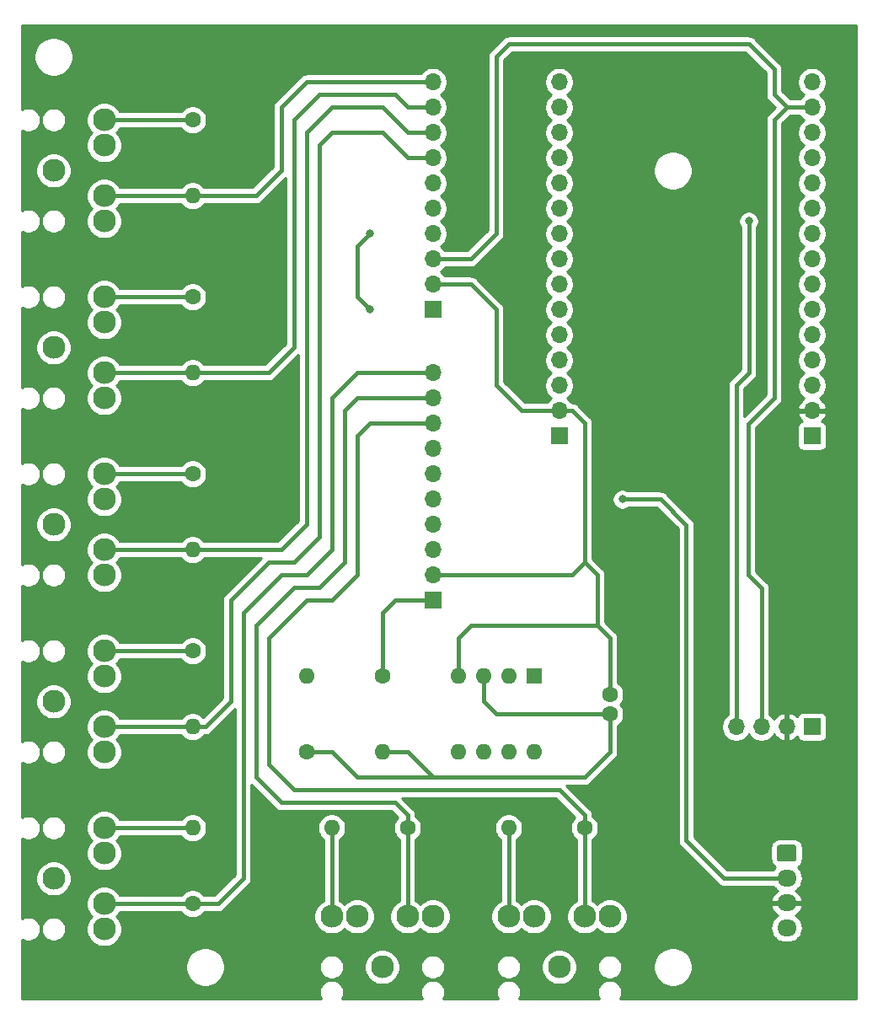
<source format=gbr>
%TF.GenerationSoftware,KiCad,Pcbnew,(5.1.9)-1*%
%TF.CreationDate,2021-03-31T06:49:37+07:00*%
%TF.ProjectId,Rev.1a,5265762e-3161-42e6-9b69-6361645f7063,rev?*%
%TF.SameCoordinates,Original*%
%TF.FileFunction,Copper,L1,Top*%
%TF.FilePolarity,Positive*%
%FSLAX46Y46*%
G04 Gerber Fmt 4.6, Leading zero omitted, Abs format (unit mm)*
G04 Created by KiCad (PCBNEW (5.1.9)-1) date 2021-03-31 06:49:37*
%MOMM*%
%LPD*%
G01*
G04 APERTURE LIST*
%TA.AperFunction,ComponentPad*%
%ADD10O,1.700000X1.700000*%
%TD*%
%TA.AperFunction,ComponentPad*%
%ADD11R,1.700000X1.700000*%
%TD*%
%TA.AperFunction,ComponentPad*%
%ADD12C,2.300000*%
%TD*%
%TA.AperFunction,ComponentPad*%
%ADD13C,1.600000*%
%TD*%
%TA.AperFunction,ComponentPad*%
%ADD14O,1.600000X1.600000*%
%TD*%
%TA.AperFunction,ComponentPad*%
%ADD15R,1.600000X1.600000*%
%TD*%
%TA.AperFunction,ComponentPad*%
%ADD16O,1.950000X1.700000*%
%TD*%
%TA.AperFunction,ViaPad*%
%ADD17C,0.800000*%
%TD*%
%TA.AperFunction,Conductor*%
%ADD18C,0.400000*%
%TD*%
%TA.AperFunction,Conductor*%
%ADD19C,0.254000*%
%TD*%
%TA.AperFunction,Conductor*%
%ADD20C,0.100000*%
%TD*%
G04 APERTURE END LIST*
D10*
%TO.P,U3,7*%
%TO.N,Net-(J3-PadS)*%
X93980000Y-62230000D03*
%TO.P,U3,6*%
%TO.N,Net-(J2-PadS)*%
X93980000Y-64770000D03*
%TO.P,U3,5*%
%TO.N,Net-(J1-PadS)*%
X93980000Y-67310000D03*
%TO.P,U3,4*%
%TO.N,Net-(U3-Pad4)*%
X93980000Y-69850000D03*
%TO.P,U3,2*%
%TO.N,Net-(U3-Pad2)*%
X93980000Y-72390000D03*
%TO.P,U3,1*%
%TO.N,Net-(U3-Pad1)*%
X93980000Y-74930000D03*
%TO.P,U3,9*%
%TO.N,Net-(NODE_MCU_HEADER1-Pad11)*%
X93980000Y-77470000D03*
%TO.P,U3,10*%
%TO.N,Net-(NODE_MCU_HEADER1-Pad14)*%
X93980000Y-80010000D03*
%TO.P,U3,3*%
%TO.N,Net-(C1-Pad2)*%
X93980000Y-82550000D03*
D11*
%TO.P,U3,8*%
%TO.N,Net-(NODE_MCU_HEADER1-Pad1)*%
X93980000Y-85090000D03*
%TD*%
%TO.P,U4,8*%
%TO.N,Net-(NODE_MCU_HEADER1-Pad1)*%
X93980000Y-55880000D03*
D10*
%TO.P,U4,3*%
%TO.N,Net-(C1-Pad2)*%
X93980000Y-53340000D03*
%TO.P,U4,10*%
%TO.N,Net-(NODE_MCU_HEADER1-Pad14)*%
X93980000Y-50800000D03*
%TO.P,U4,9*%
%TO.N,Net-(NODE_MCU_HEADER1-Pad11)*%
X93980000Y-48260000D03*
%TO.P,U4,1*%
%TO.N,Net-(U4-Pad1)*%
X93980000Y-45720000D03*
%TO.P,U4,2*%
%TO.N,Net-(U4-Pad2)*%
X93980000Y-43180000D03*
%TO.P,U4,4*%
%TO.N,Net-(J4-PadS)*%
X93980000Y-40640000D03*
%TO.P,U4,5*%
%TO.N,Net-(J5-PadS)*%
X93980000Y-38100000D03*
%TO.P,U4,6*%
%TO.N,Net-(J6-PadS)*%
X93980000Y-35560000D03*
%TO.P,U4,7*%
%TO.N,Net-(J7-PadS)*%
X93980000Y-33020000D03*
%TD*%
D12*
%TO.P,J3,G*%
%TO.N,Net-(J3-PadG)*%
X55880000Y-113030000D03*
%TO.P,J3,S1*%
%TO.N,N/C*%
X60960000Y-118110000D03*
%TO.P,J3,S*%
%TO.N,Net-(J3-PadS)*%
X60960000Y-115570000D03*
%TO.P,J3,T1*%
%TO.N,N/C*%
X60960000Y-110490000D03*
%TO.P,J3,T*%
%TO.N,Net-(J1-PadT)*%
X60960000Y-107950000D03*
%TD*%
%TO.P,J7,T*%
%TO.N,Net-(J1-PadT)*%
X60960000Y-36830000D03*
%TO.P,J7,T1*%
%TO.N,N/C*%
X60960000Y-39370000D03*
%TO.P,J7,S*%
%TO.N,Net-(J7-PadS)*%
X60960000Y-44450000D03*
%TO.P,J7,S1*%
%TO.N,N/C*%
X60960000Y-46990000D03*
%TO.P,J7,G*%
%TO.N,Net-(J7-PadG)*%
X55880000Y-41910000D03*
%TD*%
%TO.P,J2,T*%
%TO.N,Net-(J1-PadT)*%
X83820000Y-116840000D03*
%TO.P,J2,T1*%
%TO.N,N/C*%
X86360000Y-116840000D03*
%TO.P,J2,S*%
%TO.N,Net-(J2-PadS)*%
X91440000Y-116840000D03*
%TO.P,J2,S1*%
%TO.N,N/C*%
X93980000Y-116840000D03*
%TO.P,J2,G*%
%TO.N,Net-(J2-PadG)*%
X88900000Y-121920000D03*
%TD*%
%TO.P,J6,G*%
%TO.N,Net-(J6-PadG)*%
X55880000Y-59690000D03*
%TO.P,J6,S1*%
%TO.N,N/C*%
X60960000Y-64770000D03*
%TO.P,J6,S*%
%TO.N,Net-(J6-PadS)*%
X60960000Y-62230000D03*
%TO.P,J6,T1*%
%TO.N,N/C*%
X60960000Y-57150000D03*
%TO.P,J6,T*%
%TO.N,Net-(J1-PadT)*%
X60960000Y-54610000D03*
%TD*%
%TO.P,J1,G*%
%TO.N,Net-(J1-PadG)*%
X106680000Y-121920000D03*
%TO.P,J1,S1*%
%TO.N,N/C*%
X111760000Y-116840000D03*
%TO.P,J1,S*%
%TO.N,Net-(J1-PadS)*%
X109220000Y-116840000D03*
%TO.P,J1,T1*%
%TO.N,N/C*%
X104140000Y-116840000D03*
%TO.P,J1,T*%
%TO.N,Net-(J1-PadT)*%
X101600000Y-116840000D03*
%TD*%
%TO.P,J5,T*%
%TO.N,Net-(J1-PadT)*%
X60960000Y-72390000D03*
%TO.P,J5,T1*%
%TO.N,N/C*%
X60960000Y-74930000D03*
%TO.P,J5,S*%
%TO.N,Net-(J5-PadS)*%
X60960000Y-80010000D03*
%TO.P,J5,S1*%
%TO.N,N/C*%
X60960000Y-82550000D03*
%TO.P,J5,G*%
%TO.N,Net-(J5-PadG)*%
X55880000Y-77470000D03*
%TD*%
%TO.P,J4,G*%
%TO.N,Net-(J4-PadG)*%
X55880000Y-95250000D03*
%TO.P,J4,S1*%
%TO.N,N/C*%
X60960000Y-100330000D03*
%TO.P,J4,S*%
%TO.N,Net-(J4-PadS)*%
X60960000Y-97790000D03*
%TO.P,J4,T1*%
%TO.N,N/C*%
X60960000Y-92710000D03*
%TO.P,J4,T*%
%TO.N,Net-(J1-PadT)*%
X60960000Y-90170000D03*
%TD*%
D11*
%TO.P,<-----25.4mm----->,1*%
%TO.N,Net-(NODE_MCU_HEADER1-Pad1)*%
X132080000Y-68580000D03*
D10*
%TO.P,<-----25.4mm----->,2*%
%TO.N,Net-(NODE_MCU_HEADER1-Pad2)*%
X132080000Y-66040000D03*
%TO.P,<-----25.4mm----->,3*%
%TO.N,Net-(NODE_MCU_HEADER1-Pad3)*%
X132080000Y-63500000D03*
%TO.P,<-----25.4mm----->,4*%
%TO.N,Net-(NODE_MCU_HEADER1-Pad4)*%
X132080000Y-60960000D03*
%TO.P,<-----25.4mm----->,5*%
%TO.N,Net-(NODE_MCU_HEADER1-Pad5)*%
X132080000Y-58420000D03*
%TO.P,<-----25.4mm----->,6*%
%TO.N,Net-(NODE_MCU_HEADER1-Pad6)*%
X132080000Y-55880000D03*
%TO.P,<-----25.4mm----->,7*%
%TO.N,Net-(NODE_MCU_HEADER1-Pad7)*%
X132080000Y-53340000D03*
%TO.P,<-----25.4mm----->,8*%
%TO.N,Net-(NODE_MCU_HEADER1-Pad8)*%
X132080000Y-50800000D03*
%TO.P,<-----25.4mm----->,9*%
%TO.N,Net-(NODE_MCU_HEADER1-Pad9)*%
X132080000Y-48260000D03*
%TO.P,<-----25.4mm----->,10*%
%TO.N,Net-(NODE_MCU_HEADER1-Pad10)*%
X132080000Y-45720000D03*
%TO.P,<-----25.4mm----->,11*%
%TO.N,Net-(NODE_MCU_HEADER1-Pad11)*%
X132080000Y-43180000D03*
%TO.P,<-----25.4mm----->,12*%
%TO.N,Net-(NODE_MCU_HEADER1-Pad12)*%
X132080000Y-40640000D03*
%TO.P,<-----25.4mm----->,13*%
%TO.N,Net-(NODE_MCU_HEADER1-Pad13)*%
X132080000Y-38100000D03*
%TO.P,<-----25.4mm----->,14*%
%TO.N,Net-(NODE_MCU_HEADER1-Pad14)*%
X132080000Y-35560000D03*
%TO.P,<-----25.4mm----->,15*%
%TO.N,Net-(NODE_MCU_HEADER1-Pad15)*%
X132080000Y-33020000D03*
%TD*%
D11*
%TO.P,ESP32/ESP8266,1*%
%TO.N,Net-(NODE_MCU_HEADER2-Pad1)*%
X106680000Y-68580000D03*
D10*
%TO.P,ESP32/ESP8266,2*%
%TO.N,Net-(C1-Pad2)*%
X106680000Y-66040000D03*
%TO.P,ESP32/ESP8266,3*%
%TO.N,Net-(NODE_MCU_HEADER2-Pad3)*%
X106680000Y-63500000D03*
%TO.P,ESP32/ESP8266,4*%
%TO.N,Net-(NODE_MCU_HEADER2-Pad4)*%
X106680000Y-60960000D03*
%TO.P,ESP32/ESP8266,5*%
%TO.N,Net-(NODE_MCU_HEADER2-Pad5)*%
X106680000Y-58420000D03*
%TO.P,ESP32/ESP8266,6*%
%TO.N,Net-(NODE_MCU_HEADER2-Pad6)*%
X106680000Y-55880000D03*
%TO.P,ESP32/ESP8266,7*%
%TO.N,Net-(NODE_MCU_HEADER2-Pad7)*%
X106680000Y-53340000D03*
%TO.P,ESP32/ESP8266,8*%
%TO.N,Net-(NODE_MCU_HEADER2-Pad8)*%
X106680000Y-50800000D03*
%TO.P,ESP32/ESP8266,9*%
%TO.N,Net-(NODE_MCU_HEADER2-Pad9)*%
X106680000Y-48260000D03*
%TO.P,ESP32/ESP8266,10*%
%TO.N,Net-(NODE_MCU_HEADER2-Pad10)*%
X106680000Y-45720000D03*
%TO.P,ESP32/ESP8266,11*%
%TO.N,Net-(NODE_MCU_HEADER2-Pad11)*%
X106680000Y-43180000D03*
%TO.P,ESP32/ESP8266,12*%
%TO.N,Net-(NODE_MCU_HEADER2-Pad12)*%
X106680000Y-40640000D03*
%TO.P,ESP32/ESP8266,13*%
%TO.N,Net-(NODE_MCU_HEADER2-Pad13)*%
X106680000Y-38100000D03*
%TO.P,ESP32/ESP8266,14*%
%TO.N,Net-(NODE_MCU_HEADER2-Pad14)*%
X106680000Y-35560000D03*
%TO.P,ESP32/ESP8266,15*%
%TO.N,Net-(NODE_MCU_HEADER2-Pad15)*%
X106680000Y-33020000D03*
%TD*%
D13*
%TO.P,R3,1*%
%TO.N,Net-(J3-PadS)*%
X69850000Y-115570000D03*
D14*
%TO.P,R3,2*%
%TO.N,Net-(J1-PadT)*%
X69850000Y-107950000D03*
%TD*%
%TO.P,R7,2*%
%TO.N,Net-(J7-PadS)*%
X69850000Y-44450000D03*
D13*
%TO.P,R7,1*%
%TO.N,Net-(J1-PadT)*%
X69850000Y-36830000D03*
%TD*%
D14*
%TO.P,R2,2*%
%TO.N,Net-(J1-PadT)*%
X83820000Y-107950000D03*
D13*
%TO.P,R2,1*%
%TO.N,Net-(J2-PadS)*%
X91440000Y-107950000D03*
%TD*%
%TO.P,R6,1*%
%TO.N,Net-(J1-PadT)*%
X69850000Y-54610000D03*
D14*
%TO.P,R6,2*%
%TO.N,Net-(J6-PadS)*%
X69850000Y-62230000D03*
%TD*%
%TO.P,R1,2*%
%TO.N,Net-(J1-PadT)*%
X101600000Y-107950000D03*
D13*
%TO.P,R1,1*%
%TO.N,Net-(J1-PadS)*%
X109220000Y-107950000D03*
%TD*%
%TO.P,R5,1*%
%TO.N,Net-(J1-PadT)*%
X69850000Y-72390000D03*
D14*
%TO.P,R5,2*%
%TO.N,Net-(J5-PadS)*%
X69850000Y-80010000D03*
%TD*%
D13*
%TO.P,R4,1*%
%TO.N,Net-(J1-PadT)*%
X69850000Y-90170000D03*
D14*
%TO.P,R4,2*%
%TO.N,Net-(J4-PadS)*%
X69850000Y-97790000D03*
%TD*%
%TO.P,R8,2*%
%TO.N,Net-(C1-Pad1)*%
X88900000Y-100330000D03*
D13*
%TO.P,R8,1*%
%TO.N,Net-(NODE_MCU_HEADER1-Pad1)*%
X88900000Y-92710000D03*
%TD*%
%TO.P,R9,1*%
%TO.N,Net-(C1-Pad1)*%
X81280000Y-100330000D03*
D14*
%TO.P,R9,2*%
%TO.N,Net-(C1-Pad2)*%
X81280000Y-92710000D03*
%TD*%
D15*
%TO.P,U1,1*%
%TO.N,Net-(J1-PadT)*%
X104140000Y-92710000D03*
D14*
%TO.P,U1,5*%
%TO.N,N/C*%
X96520000Y-100330000D03*
%TO.P,U1,2*%
%TO.N,Net-(J1-PadT)*%
X101600000Y-92710000D03*
%TO.P,U1,6*%
%TO.N,N/C*%
X99060000Y-100330000D03*
%TO.P,U1,3*%
%TO.N,Net-(C1-Pad1)*%
X99060000Y-92710000D03*
%TO.P,U1,7*%
%TO.N,N/C*%
X101600000Y-100330000D03*
%TO.P,U1,4*%
%TO.N,Net-(C1-Pad2)*%
X96520000Y-92710000D03*
%TO.P,U1,8*%
%TO.N,Net-(NODE_MCU_HEADER1-Pad1)*%
X104140000Y-100330000D03*
%TD*%
D10*
%TO.P,U5,4*%
%TO.N,Net-(NODE_MCU_HEADER1-Pad11)*%
X124460000Y-97790000D03*
%TO.P,U5,3*%
%TO.N,Net-(NODE_MCU_HEADER1-Pad14)*%
X127000000Y-97790000D03*
%TO.P,U5,2*%
%TO.N,Net-(NODE_MCU_HEADER1-Pad2)*%
X129540000Y-97790000D03*
D11*
%TO.P,U5,1*%
%TO.N,Net-(NODE_MCU_HEADER1-Pad1)*%
X132080000Y-97790000D03*
%TD*%
%TO.P,U6,1*%
%TO.N,Net-(NODE_MCU_HEADER1-Pad1)*%
%TA.AperFunction,ComponentPad*%
G36*
G01*
X128815000Y-109640000D02*
X130265000Y-109640000D01*
G75*
G02*
X130515000Y-109890000I0J-250000D01*
G01*
X130515000Y-111090000D01*
G75*
G02*
X130265000Y-111340000I-250000J0D01*
G01*
X128815000Y-111340000D01*
G75*
G02*
X128565000Y-111090000I0J250000D01*
G01*
X128565000Y-109890000D01*
G75*
G02*
X128815000Y-109640000I250000J0D01*
G01*
G37*
%TD.AperFunction*%
D16*
%TO.P,U6,2*%
%TO.N,Net-(U3-Pad4)*%
X129540000Y-112990000D03*
%TO.P,U6,3*%
%TO.N,Net-(NODE_MCU_HEADER1-Pad2)*%
X129540000Y-115490000D03*
%TO.P,U6,4*%
%TO.N,N/C*%
X129540000Y-117990000D03*
%TD*%
D13*
%TO.P,C1,2*%
%TO.N,Net-(C1-Pad2)*%
X111760000Y-94520000D03*
%TO.P,C1,1*%
%TO.N,Net-(C1-Pad1)*%
X111760000Y-96520000D03*
%TD*%
D17*
%TO.N,Net-(NODE_MCU_HEADER1-Pad11)*%
X87630000Y-55880000D03*
X87630000Y-48260000D03*
X125730000Y-46990000D03*
%TO.N,Net-(U3-Pad4)*%
X113030000Y-74930000D03*
%TD*%
D18*
%TO.N,Net-(C1-Pad1)*%
X101600000Y-96520000D02*
X111760000Y-96520000D01*
X99060000Y-92710000D02*
X99060000Y-95250000D01*
X99060000Y-95250000D02*
X100330000Y-96520000D01*
X100330000Y-96520000D02*
X101600000Y-96520000D01*
X111760000Y-96520000D02*
X111760000Y-100330000D01*
X111760000Y-100330000D02*
X109220000Y-102870000D01*
X109220000Y-102870000D02*
X86360000Y-102870000D01*
X83820000Y-100330000D02*
X81280000Y-100330000D01*
X86360000Y-102870000D02*
X83820000Y-100330000D01*
X88900000Y-100330000D02*
X91440000Y-100330000D01*
X91440000Y-100330000D02*
X93980000Y-102870000D01*
%TO.N,Net-(C1-Pad2)*%
X97790000Y-53340000D02*
X100330000Y-55880000D01*
X93980000Y-53340000D02*
X97790000Y-53340000D01*
X102870000Y-66040000D02*
X100330000Y-63500000D01*
X106680000Y-66040000D02*
X102870000Y-66040000D01*
X100330000Y-55880000D02*
X100330000Y-63500000D01*
X97790000Y-87630000D02*
X106680000Y-87630000D01*
X96520000Y-88900000D02*
X97790000Y-87630000D01*
X96520000Y-92710000D02*
X96520000Y-88900000D01*
X111760000Y-94520000D02*
X111760000Y-91440000D01*
X111760000Y-91440000D02*
X111760000Y-88900000D01*
X111760000Y-88900000D02*
X110490000Y-87630000D01*
X110490000Y-87630000D02*
X106680000Y-87630000D01*
X107950000Y-66040000D02*
X106680000Y-66040000D01*
X109220000Y-67310000D02*
X109220000Y-80010000D01*
X96520000Y-82550000D02*
X97790000Y-82550000D01*
X109220000Y-67310000D02*
X107950000Y-66040000D01*
X97790000Y-82550000D02*
X102870000Y-82550000D01*
X96520000Y-82550000D02*
X93980000Y-82550000D01*
X102870000Y-82550000D02*
X107950000Y-82550000D01*
X107950000Y-82550000D02*
X109220000Y-81280000D01*
X109220000Y-81280000D02*
X109220000Y-80010000D01*
X110490000Y-87630000D02*
X110490000Y-82550000D01*
X110490000Y-82550000D02*
X109220000Y-81280000D01*
%TO.N,Net-(J1-PadS)*%
X109220000Y-107950000D02*
X109220000Y-116840000D01*
X86360000Y-82550000D02*
X86360000Y-68580000D01*
X83820000Y-85090000D02*
X86360000Y-82550000D01*
X77470000Y-88900000D02*
X81280000Y-85090000D01*
X81280000Y-85090000D02*
X83820000Y-85090000D01*
X77470000Y-101600000D02*
X77470000Y-88900000D01*
X80010000Y-104140000D02*
X77470000Y-101600000D01*
X87630000Y-67310000D02*
X93980000Y-67310000D01*
X86360000Y-68580000D02*
X87630000Y-67310000D01*
X106680000Y-104140000D02*
X80010000Y-104140000D01*
X109220000Y-106680000D02*
X106680000Y-104140000D01*
X109220000Y-107950000D02*
X109220000Y-106680000D01*
%TO.N,Net-(J1-PadT)*%
X69850000Y-36830000D02*
X60960000Y-36830000D01*
X60960000Y-54610000D02*
X69850000Y-54610000D01*
X60960000Y-72390000D02*
X69850000Y-72390000D01*
X60960000Y-90170000D02*
X69850000Y-90170000D01*
X60960000Y-107950000D02*
X69850000Y-107950000D01*
X83820000Y-116840000D02*
X83820000Y-107950000D01*
X101600000Y-107950000D02*
X101600000Y-116840000D01*
%TO.N,Net-(J2-PadS)*%
X91440000Y-107950000D02*
X91440000Y-116840000D01*
X76200000Y-102870000D02*
X78740000Y-105410000D01*
X76200000Y-87630000D02*
X76200000Y-102870000D01*
X82550000Y-83820000D02*
X80010000Y-83820000D01*
X91440000Y-106680000D02*
X91440000Y-107950000D01*
X90170000Y-105410000D02*
X91440000Y-106680000D01*
X85090000Y-81280000D02*
X82550000Y-83820000D01*
X85090000Y-66040000D02*
X85090000Y-81280000D01*
X78740000Y-105410000D02*
X90170000Y-105410000D01*
X80010000Y-83820000D02*
X76200000Y-87630000D01*
X85090000Y-66040000D02*
X86360000Y-64770000D01*
X86360000Y-64770000D02*
X93980000Y-64770000D01*
%TO.N,Net-(J4-PadS)*%
X69850000Y-97790000D02*
X60960000Y-97790000D01*
X73660000Y-85090000D02*
X77470000Y-81280000D01*
X80010000Y-81280000D02*
X82550000Y-78740000D01*
X73660000Y-95250000D02*
X73660000Y-85090000D01*
X71120000Y-97790000D02*
X73660000Y-95250000D01*
X77470000Y-81280000D02*
X80010000Y-81280000D01*
X69850000Y-97790000D02*
X71120000Y-97790000D01*
X91440000Y-40640000D02*
X93980000Y-40640000D01*
X82550000Y-78740000D02*
X82550000Y-39370000D01*
X82550000Y-39370000D02*
X83820000Y-38100000D01*
X83820000Y-38100000D02*
X88900000Y-38100000D01*
X88900000Y-38100000D02*
X91440000Y-40640000D01*
%TO.N,Net-(J5-PadS)*%
X69850000Y-80010000D02*
X60960000Y-80010000D01*
X81280000Y-77470000D02*
X81280000Y-38100000D01*
X91440000Y-38100000D02*
X93980000Y-38100000D01*
X78740000Y-80010000D02*
X81280000Y-77470000D01*
X69850000Y-80010000D02*
X78740000Y-80010000D01*
X88900000Y-35560000D02*
X91440000Y-38100000D01*
X81280000Y-38100000D02*
X83820000Y-35560000D01*
X83820000Y-35560000D02*
X88900000Y-35560000D01*
%TO.N,Net-(J6-PadS)*%
X69850000Y-62230000D02*
X60960000Y-62230000D01*
X91440000Y-35560000D02*
X93980000Y-35560000D01*
X82550000Y-34290000D02*
X90170000Y-34290000D01*
X80010000Y-36830000D02*
X82550000Y-34290000D01*
X80010000Y-59690000D02*
X80010000Y-36830000D01*
X77470000Y-62230000D02*
X80010000Y-59690000D01*
X90170000Y-34290000D02*
X91440000Y-35560000D01*
X69850000Y-62230000D02*
X77470000Y-62230000D01*
%TO.N,Net-(J7-PadS)*%
X69850000Y-44450000D02*
X60960000Y-44450000D01*
X69850000Y-44450000D02*
X76200000Y-44450000D01*
X76200000Y-44450000D02*
X78740000Y-41910000D01*
X78740000Y-41910000D02*
X78740000Y-35560000D01*
X78740000Y-35560000D02*
X81280000Y-33020000D01*
X81280000Y-33020000D02*
X93980000Y-33020000D01*
%TO.N,Net-(NODE_MCU_HEADER1-Pad1)*%
X90170000Y-85090000D02*
X93980000Y-85090000D01*
X88900000Y-86360000D02*
X90170000Y-85090000D01*
X88900000Y-92710000D02*
X88900000Y-86360000D01*
%TO.N,Net-(NODE_MCU_HEADER1-Pad2)*%
X132080000Y-66040000D02*
X129540000Y-66040000D01*
X129540000Y-66040000D02*
X127000000Y-68580000D01*
X127000000Y-68580000D02*
X127000000Y-82550000D01*
X127000000Y-82550000D02*
X129540000Y-85090000D01*
X129540000Y-85090000D02*
X129540000Y-97790000D01*
%TO.N,Net-(NODE_MCU_HEADER1-Pad11)*%
X87630000Y-48260000D02*
X86360000Y-49530000D01*
X86360000Y-49530000D02*
X86360000Y-54610000D01*
X86360000Y-54610000D02*
X87630000Y-55880000D01*
X125730000Y-62230000D02*
X125730000Y-46990000D01*
X124460000Y-63500000D02*
X125730000Y-62230000D01*
X124460000Y-97790000D02*
X124460000Y-63500000D01*
%TO.N,Net-(NODE_MCU_HEADER1-Pad14)*%
X93980000Y-50800000D02*
X96520000Y-50800000D01*
X96520000Y-50800000D02*
X97790000Y-50800000D01*
X97790000Y-50800000D02*
X100330000Y-48260000D01*
X100330000Y-48260000D02*
X100330000Y-30480000D01*
X100330000Y-30480000D02*
X101600000Y-29210000D01*
X101600000Y-29210000D02*
X121920000Y-29210000D01*
X132080000Y-35560000D02*
X129540000Y-35560000D01*
X129540000Y-35560000D02*
X128270000Y-34290000D01*
X128270000Y-34290000D02*
X128270000Y-31750000D01*
X128270000Y-31750000D02*
X125730000Y-29210000D01*
X125730000Y-29210000D02*
X123190000Y-29210000D01*
X123190000Y-29210000D02*
X121920000Y-29210000D01*
X128270000Y-36830000D02*
X129540000Y-35560000D01*
X128270000Y-64770000D02*
X128270000Y-36830000D01*
X125644002Y-67395998D02*
X128270000Y-64770000D01*
X125644002Y-82550000D02*
X125644002Y-67395998D01*
X127000000Y-83905998D02*
X125644002Y-82550000D01*
X127000000Y-97790000D02*
X127000000Y-83905998D01*
%TO.N,Net-(U3-Pad4)*%
X129540000Y-112990000D02*
X123230000Y-112990000D01*
X123230000Y-112990000D02*
X119460000Y-109220000D01*
X119460000Y-109220000D02*
X119460000Y-77550000D01*
X119460000Y-77550000D02*
X116840000Y-74930000D01*
X116840000Y-74930000D02*
X113030000Y-74930000D01*
X113030000Y-74930000D02*
X113030000Y-74930000D01*
%TO.N,Net-(J3-PadS)*%
X69850000Y-115570000D02*
X60960000Y-115570000D01*
X69850000Y-115570000D02*
X72390000Y-115570000D01*
X72390000Y-115570000D02*
X74930000Y-113030000D01*
X74930000Y-113030000D02*
X74930000Y-86360000D01*
X74930000Y-86360000D02*
X78740000Y-82550000D01*
X78740000Y-82550000D02*
X81280000Y-82550000D01*
X81280000Y-82550000D02*
X83820000Y-80010000D01*
X83820000Y-80010000D02*
X83820000Y-64770000D01*
X83820000Y-64770000D02*
X86360000Y-62230000D01*
X86360000Y-62230000D02*
X93980000Y-62230000D01*
%TD*%
D19*
%TO.N,Net-(NODE_MCU_HEADER1-Pad2)*%
X136500001Y-125070000D02*
X112837733Y-125070000D01*
X112854443Y-125044992D01*
X112947540Y-124820236D01*
X112995000Y-124581637D01*
X112995000Y-124338363D01*
X112947540Y-124099764D01*
X112854443Y-123875008D01*
X112719287Y-123672733D01*
X112547267Y-123500713D01*
X112344992Y-123365557D01*
X112120236Y-123272460D01*
X111881637Y-123225000D01*
X111638363Y-123225000D01*
X111399764Y-123272460D01*
X111175008Y-123365557D01*
X110972733Y-123500713D01*
X110800713Y-123672733D01*
X110665557Y-123875008D01*
X110572460Y-124099764D01*
X110525000Y-124338363D01*
X110525000Y-124581637D01*
X110572460Y-124820236D01*
X110665557Y-125044992D01*
X110682267Y-125070000D01*
X102677733Y-125070000D01*
X102694443Y-125044992D01*
X102787540Y-124820236D01*
X102835000Y-124581637D01*
X102835000Y-124338363D01*
X102787540Y-124099764D01*
X102694443Y-123875008D01*
X102559287Y-123672733D01*
X102387267Y-123500713D01*
X102184992Y-123365557D01*
X101960236Y-123272460D01*
X101721637Y-123225000D01*
X101478363Y-123225000D01*
X101239764Y-123272460D01*
X101015008Y-123365557D01*
X100812733Y-123500713D01*
X100640713Y-123672733D01*
X100505557Y-123875008D01*
X100412460Y-124099764D01*
X100365000Y-124338363D01*
X100365000Y-124581637D01*
X100412460Y-124820236D01*
X100505557Y-125044992D01*
X100522267Y-125070000D01*
X95057733Y-125070000D01*
X95074443Y-125044992D01*
X95167540Y-124820236D01*
X95215000Y-124581637D01*
X95215000Y-124338363D01*
X95167540Y-124099764D01*
X95074443Y-123875008D01*
X94939287Y-123672733D01*
X94767267Y-123500713D01*
X94564992Y-123365557D01*
X94340236Y-123272460D01*
X94101637Y-123225000D01*
X93858363Y-123225000D01*
X93619764Y-123272460D01*
X93395008Y-123365557D01*
X93192733Y-123500713D01*
X93020713Y-123672733D01*
X92885557Y-123875008D01*
X92792460Y-124099764D01*
X92745000Y-124338363D01*
X92745000Y-124581637D01*
X92792460Y-124820236D01*
X92885557Y-125044992D01*
X92902267Y-125070000D01*
X84897733Y-125070000D01*
X84914443Y-125044992D01*
X85007540Y-124820236D01*
X85055000Y-124581637D01*
X85055000Y-124338363D01*
X85007540Y-124099764D01*
X84914443Y-123875008D01*
X84779287Y-123672733D01*
X84607267Y-123500713D01*
X84404992Y-123365557D01*
X84180236Y-123272460D01*
X83941637Y-123225000D01*
X83698363Y-123225000D01*
X83459764Y-123272460D01*
X83235008Y-123365557D01*
X83032733Y-123500713D01*
X82860713Y-123672733D01*
X82725557Y-123875008D01*
X82632460Y-124099764D01*
X82585000Y-124338363D01*
X82585000Y-124581637D01*
X82632460Y-124820236D01*
X82725557Y-125044992D01*
X82742267Y-125070000D01*
X52730000Y-125070000D01*
X52730000Y-121724495D01*
X69135000Y-121724495D01*
X69135000Y-122115505D01*
X69211282Y-122499003D01*
X69360915Y-122860250D01*
X69578149Y-123185364D01*
X69854636Y-123461851D01*
X70179750Y-123679085D01*
X70540997Y-123828718D01*
X70924495Y-123905000D01*
X71315505Y-123905000D01*
X71699003Y-123828718D01*
X72060250Y-123679085D01*
X72385364Y-123461851D01*
X72661851Y-123185364D01*
X72879085Y-122860250D01*
X73028718Y-122499003D01*
X73105000Y-122115505D01*
X73105000Y-121798363D01*
X82585000Y-121798363D01*
X82585000Y-122041637D01*
X82632460Y-122280236D01*
X82725557Y-122504992D01*
X82860713Y-122707267D01*
X83032733Y-122879287D01*
X83235008Y-123014443D01*
X83459764Y-123107540D01*
X83698363Y-123155000D01*
X83941637Y-123155000D01*
X84180236Y-123107540D01*
X84404992Y-123014443D01*
X84607267Y-122879287D01*
X84779287Y-122707267D01*
X84914443Y-122504992D01*
X85007540Y-122280236D01*
X85055000Y-122041637D01*
X85055000Y-121798363D01*
X85044225Y-121744193D01*
X87115000Y-121744193D01*
X87115000Y-122095807D01*
X87183596Y-122440665D01*
X87318153Y-122765515D01*
X87513500Y-123057871D01*
X87762129Y-123306500D01*
X88054485Y-123501847D01*
X88379335Y-123636404D01*
X88724193Y-123705000D01*
X89075807Y-123705000D01*
X89420665Y-123636404D01*
X89745515Y-123501847D01*
X90037871Y-123306500D01*
X90286500Y-123057871D01*
X90481847Y-122765515D01*
X90616404Y-122440665D01*
X90685000Y-122095807D01*
X90685000Y-121798363D01*
X92745000Y-121798363D01*
X92745000Y-122041637D01*
X92792460Y-122280236D01*
X92885557Y-122504992D01*
X93020713Y-122707267D01*
X93192733Y-122879287D01*
X93395008Y-123014443D01*
X93619764Y-123107540D01*
X93858363Y-123155000D01*
X94101637Y-123155000D01*
X94340236Y-123107540D01*
X94564992Y-123014443D01*
X94767267Y-122879287D01*
X94939287Y-122707267D01*
X95074443Y-122504992D01*
X95167540Y-122280236D01*
X95215000Y-122041637D01*
X95215000Y-121798363D01*
X100365000Y-121798363D01*
X100365000Y-122041637D01*
X100412460Y-122280236D01*
X100505557Y-122504992D01*
X100640713Y-122707267D01*
X100812733Y-122879287D01*
X101015008Y-123014443D01*
X101239764Y-123107540D01*
X101478363Y-123155000D01*
X101721637Y-123155000D01*
X101960236Y-123107540D01*
X102184992Y-123014443D01*
X102387267Y-122879287D01*
X102559287Y-122707267D01*
X102694443Y-122504992D01*
X102787540Y-122280236D01*
X102835000Y-122041637D01*
X102835000Y-121798363D01*
X102824225Y-121744193D01*
X104895000Y-121744193D01*
X104895000Y-122095807D01*
X104963596Y-122440665D01*
X105098153Y-122765515D01*
X105293500Y-123057871D01*
X105542129Y-123306500D01*
X105834485Y-123501847D01*
X106159335Y-123636404D01*
X106504193Y-123705000D01*
X106855807Y-123705000D01*
X107200665Y-123636404D01*
X107525515Y-123501847D01*
X107817871Y-123306500D01*
X108066500Y-123057871D01*
X108261847Y-122765515D01*
X108396404Y-122440665D01*
X108465000Y-122095807D01*
X108465000Y-121798363D01*
X110525000Y-121798363D01*
X110525000Y-122041637D01*
X110572460Y-122280236D01*
X110665557Y-122504992D01*
X110800713Y-122707267D01*
X110972733Y-122879287D01*
X111175008Y-123014443D01*
X111399764Y-123107540D01*
X111638363Y-123155000D01*
X111881637Y-123155000D01*
X112120236Y-123107540D01*
X112344992Y-123014443D01*
X112547267Y-122879287D01*
X112719287Y-122707267D01*
X112854443Y-122504992D01*
X112947540Y-122280236D01*
X112995000Y-122041637D01*
X112995000Y-121798363D01*
X112980307Y-121724495D01*
X116125000Y-121724495D01*
X116125000Y-122115505D01*
X116201282Y-122499003D01*
X116350915Y-122860250D01*
X116568149Y-123185364D01*
X116844636Y-123461851D01*
X117169750Y-123679085D01*
X117530997Y-123828718D01*
X117914495Y-123905000D01*
X118305505Y-123905000D01*
X118689003Y-123828718D01*
X119050250Y-123679085D01*
X119375364Y-123461851D01*
X119651851Y-123185364D01*
X119869085Y-122860250D01*
X120018718Y-122499003D01*
X120095000Y-122115505D01*
X120095000Y-121724495D01*
X120018718Y-121340997D01*
X119869085Y-120979750D01*
X119651851Y-120654636D01*
X119375364Y-120378149D01*
X119050250Y-120160915D01*
X118689003Y-120011282D01*
X118305505Y-119935000D01*
X117914495Y-119935000D01*
X117530997Y-120011282D01*
X117169750Y-120160915D01*
X116844636Y-120378149D01*
X116568149Y-120654636D01*
X116350915Y-120979750D01*
X116201282Y-121340997D01*
X116125000Y-121724495D01*
X112980307Y-121724495D01*
X112947540Y-121559764D01*
X112854443Y-121335008D01*
X112719287Y-121132733D01*
X112547267Y-120960713D01*
X112344992Y-120825557D01*
X112120236Y-120732460D01*
X111881637Y-120685000D01*
X111638363Y-120685000D01*
X111399764Y-120732460D01*
X111175008Y-120825557D01*
X110972733Y-120960713D01*
X110800713Y-121132733D01*
X110665557Y-121335008D01*
X110572460Y-121559764D01*
X110525000Y-121798363D01*
X108465000Y-121798363D01*
X108465000Y-121744193D01*
X108396404Y-121399335D01*
X108261847Y-121074485D01*
X108066500Y-120782129D01*
X107817871Y-120533500D01*
X107525515Y-120338153D01*
X107200665Y-120203596D01*
X106855807Y-120135000D01*
X106504193Y-120135000D01*
X106159335Y-120203596D01*
X105834485Y-120338153D01*
X105542129Y-120533500D01*
X105293500Y-120782129D01*
X105098153Y-121074485D01*
X104963596Y-121399335D01*
X104895000Y-121744193D01*
X102824225Y-121744193D01*
X102787540Y-121559764D01*
X102694443Y-121335008D01*
X102559287Y-121132733D01*
X102387267Y-120960713D01*
X102184992Y-120825557D01*
X101960236Y-120732460D01*
X101721637Y-120685000D01*
X101478363Y-120685000D01*
X101239764Y-120732460D01*
X101015008Y-120825557D01*
X100812733Y-120960713D01*
X100640713Y-121132733D01*
X100505557Y-121335008D01*
X100412460Y-121559764D01*
X100365000Y-121798363D01*
X95215000Y-121798363D01*
X95167540Y-121559764D01*
X95074443Y-121335008D01*
X94939287Y-121132733D01*
X94767267Y-120960713D01*
X94564992Y-120825557D01*
X94340236Y-120732460D01*
X94101637Y-120685000D01*
X93858363Y-120685000D01*
X93619764Y-120732460D01*
X93395008Y-120825557D01*
X93192733Y-120960713D01*
X93020713Y-121132733D01*
X92885557Y-121335008D01*
X92792460Y-121559764D01*
X92745000Y-121798363D01*
X90685000Y-121798363D01*
X90685000Y-121744193D01*
X90616404Y-121399335D01*
X90481847Y-121074485D01*
X90286500Y-120782129D01*
X90037871Y-120533500D01*
X89745515Y-120338153D01*
X89420665Y-120203596D01*
X89075807Y-120135000D01*
X88724193Y-120135000D01*
X88379335Y-120203596D01*
X88054485Y-120338153D01*
X87762129Y-120533500D01*
X87513500Y-120782129D01*
X87318153Y-121074485D01*
X87183596Y-121399335D01*
X87115000Y-121744193D01*
X85044225Y-121744193D01*
X85007540Y-121559764D01*
X84914443Y-121335008D01*
X84779287Y-121132733D01*
X84607267Y-120960713D01*
X84404992Y-120825557D01*
X84180236Y-120732460D01*
X83941637Y-120685000D01*
X83698363Y-120685000D01*
X83459764Y-120732460D01*
X83235008Y-120825557D01*
X83032733Y-120960713D01*
X82860713Y-121132733D01*
X82725557Y-121335008D01*
X82632460Y-121559764D01*
X82585000Y-121798363D01*
X73105000Y-121798363D01*
X73105000Y-121724495D01*
X73028718Y-121340997D01*
X72879085Y-120979750D01*
X72661851Y-120654636D01*
X72385364Y-120378149D01*
X72060250Y-120160915D01*
X71699003Y-120011282D01*
X71315505Y-119935000D01*
X70924495Y-119935000D01*
X70540997Y-120011282D01*
X70179750Y-120160915D01*
X69854636Y-120378149D01*
X69578149Y-120654636D01*
X69360915Y-120979750D01*
X69211282Y-121340997D01*
X69135000Y-121724495D01*
X52730000Y-121724495D01*
X52730000Y-119187733D01*
X52755008Y-119204443D01*
X52979764Y-119297540D01*
X53218363Y-119345000D01*
X53461637Y-119345000D01*
X53700236Y-119297540D01*
X53924992Y-119204443D01*
X54127267Y-119069287D01*
X54299287Y-118897267D01*
X54434443Y-118694992D01*
X54527540Y-118470236D01*
X54575000Y-118231637D01*
X54575000Y-117988363D01*
X54645000Y-117988363D01*
X54645000Y-118231637D01*
X54692460Y-118470236D01*
X54785557Y-118694992D01*
X54920713Y-118897267D01*
X55092733Y-119069287D01*
X55295008Y-119204443D01*
X55519764Y-119297540D01*
X55758363Y-119345000D01*
X56001637Y-119345000D01*
X56240236Y-119297540D01*
X56464992Y-119204443D01*
X56667267Y-119069287D01*
X56839287Y-118897267D01*
X56974443Y-118694992D01*
X57067540Y-118470236D01*
X57115000Y-118231637D01*
X57115000Y-117988363D01*
X57067540Y-117749764D01*
X56974443Y-117525008D01*
X56839287Y-117322733D01*
X56667267Y-117150713D01*
X56464992Y-117015557D01*
X56240236Y-116922460D01*
X56001637Y-116875000D01*
X55758363Y-116875000D01*
X55519764Y-116922460D01*
X55295008Y-117015557D01*
X55092733Y-117150713D01*
X54920713Y-117322733D01*
X54785557Y-117525008D01*
X54692460Y-117749764D01*
X54645000Y-117988363D01*
X54575000Y-117988363D01*
X54527540Y-117749764D01*
X54434443Y-117525008D01*
X54299287Y-117322733D01*
X54127267Y-117150713D01*
X53924992Y-117015557D01*
X53700236Y-116922460D01*
X53461637Y-116875000D01*
X53218363Y-116875000D01*
X52979764Y-116922460D01*
X52755008Y-117015557D01*
X52730000Y-117032267D01*
X52730000Y-112854193D01*
X54095000Y-112854193D01*
X54095000Y-113205807D01*
X54163596Y-113550665D01*
X54298153Y-113875515D01*
X54493500Y-114167871D01*
X54742129Y-114416500D01*
X55034485Y-114611847D01*
X55359335Y-114746404D01*
X55704193Y-114815000D01*
X56055807Y-114815000D01*
X56400665Y-114746404D01*
X56725515Y-114611847D01*
X57017871Y-114416500D01*
X57266500Y-114167871D01*
X57461847Y-113875515D01*
X57596404Y-113550665D01*
X57665000Y-113205807D01*
X57665000Y-112854193D01*
X57596404Y-112509335D01*
X57461847Y-112184485D01*
X57266500Y-111892129D01*
X57017871Y-111643500D01*
X56725515Y-111448153D01*
X56400665Y-111313596D01*
X56055807Y-111245000D01*
X55704193Y-111245000D01*
X55359335Y-111313596D01*
X55034485Y-111448153D01*
X54742129Y-111643500D01*
X54493500Y-111892129D01*
X54298153Y-112184485D01*
X54163596Y-112509335D01*
X54095000Y-112854193D01*
X52730000Y-112854193D01*
X52730000Y-109027733D01*
X52755008Y-109044443D01*
X52979764Y-109137540D01*
X53218363Y-109185000D01*
X53461637Y-109185000D01*
X53700236Y-109137540D01*
X53924992Y-109044443D01*
X54127267Y-108909287D01*
X54299287Y-108737267D01*
X54434443Y-108534992D01*
X54527540Y-108310236D01*
X54575000Y-108071637D01*
X54575000Y-107828363D01*
X54645000Y-107828363D01*
X54645000Y-108071637D01*
X54692460Y-108310236D01*
X54785557Y-108534992D01*
X54920713Y-108737267D01*
X55092733Y-108909287D01*
X55295008Y-109044443D01*
X55519764Y-109137540D01*
X55758363Y-109185000D01*
X56001637Y-109185000D01*
X56240236Y-109137540D01*
X56464992Y-109044443D01*
X56667267Y-108909287D01*
X56839287Y-108737267D01*
X56974443Y-108534992D01*
X57067540Y-108310236D01*
X57115000Y-108071637D01*
X57115000Y-107828363D01*
X57104225Y-107774193D01*
X59175000Y-107774193D01*
X59175000Y-108125807D01*
X59243596Y-108470665D01*
X59378153Y-108795515D01*
X59573500Y-109087871D01*
X59705629Y-109220000D01*
X59573500Y-109352129D01*
X59378153Y-109644485D01*
X59243596Y-109969335D01*
X59175000Y-110314193D01*
X59175000Y-110665807D01*
X59243596Y-111010665D01*
X59378153Y-111335515D01*
X59573500Y-111627871D01*
X59822129Y-111876500D01*
X60114485Y-112071847D01*
X60439335Y-112206404D01*
X60784193Y-112275000D01*
X61135807Y-112275000D01*
X61480665Y-112206404D01*
X61805515Y-112071847D01*
X62097871Y-111876500D01*
X62346500Y-111627871D01*
X62541847Y-111335515D01*
X62676404Y-111010665D01*
X62745000Y-110665807D01*
X62745000Y-110314193D01*
X62676404Y-109969335D01*
X62541847Y-109644485D01*
X62346500Y-109352129D01*
X62214371Y-109220000D01*
X62346500Y-109087871D01*
X62541847Y-108795515D01*
X62546202Y-108785000D01*
X68682070Y-108785000D01*
X68735363Y-108864759D01*
X68935241Y-109064637D01*
X69170273Y-109221680D01*
X69431426Y-109329853D01*
X69708665Y-109385000D01*
X69991335Y-109385000D01*
X70268574Y-109329853D01*
X70529727Y-109221680D01*
X70764759Y-109064637D01*
X70964637Y-108864759D01*
X71121680Y-108629727D01*
X71229853Y-108368574D01*
X71285000Y-108091335D01*
X71285000Y-107808665D01*
X71229853Y-107531426D01*
X71121680Y-107270273D01*
X70964637Y-107035241D01*
X70764759Y-106835363D01*
X70529727Y-106678320D01*
X70268574Y-106570147D01*
X69991335Y-106515000D01*
X69708665Y-106515000D01*
X69431426Y-106570147D01*
X69170273Y-106678320D01*
X68935241Y-106835363D01*
X68735363Y-107035241D01*
X68682070Y-107115000D01*
X62546202Y-107115000D01*
X62541847Y-107104485D01*
X62346500Y-106812129D01*
X62097871Y-106563500D01*
X61805515Y-106368153D01*
X61480665Y-106233596D01*
X61135807Y-106165000D01*
X60784193Y-106165000D01*
X60439335Y-106233596D01*
X60114485Y-106368153D01*
X59822129Y-106563500D01*
X59573500Y-106812129D01*
X59378153Y-107104485D01*
X59243596Y-107429335D01*
X59175000Y-107774193D01*
X57104225Y-107774193D01*
X57067540Y-107589764D01*
X56974443Y-107365008D01*
X56839287Y-107162733D01*
X56667267Y-106990713D01*
X56464992Y-106855557D01*
X56240236Y-106762460D01*
X56001637Y-106715000D01*
X55758363Y-106715000D01*
X55519764Y-106762460D01*
X55295008Y-106855557D01*
X55092733Y-106990713D01*
X54920713Y-107162733D01*
X54785557Y-107365008D01*
X54692460Y-107589764D01*
X54645000Y-107828363D01*
X54575000Y-107828363D01*
X54527540Y-107589764D01*
X54434443Y-107365008D01*
X54299287Y-107162733D01*
X54127267Y-106990713D01*
X53924992Y-106855557D01*
X53700236Y-106762460D01*
X53461637Y-106715000D01*
X53218363Y-106715000D01*
X52979764Y-106762460D01*
X52755008Y-106855557D01*
X52730000Y-106872267D01*
X52730000Y-101407733D01*
X52755008Y-101424443D01*
X52979764Y-101517540D01*
X53218363Y-101565000D01*
X53461637Y-101565000D01*
X53700236Y-101517540D01*
X53924992Y-101424443D01*
X54127267Y-101289287D01*
X54299287Y-101117267D01*
X54434443Y-100914992D01*
X54527540Y-100690236D01*
X54575000Y-100451637D01*
X54575000Y-100208363D01*
X54645000Y-100208363D01*
X54645000Y-100451637D01*
X54692460Y-100690236D01*
X54785557Y-100914992D01*
X54920713Y-101117267D01*
X55092733Y-101289287D01*
X55295008Y-101424443D01*
X55519764Y-101517540D01*
X55758363Y-101565000D01*
X56001637Y-101565000D01*
X56240236Y-101517540D01*
X56464992Y-101424443D01*
X56667267Y-101289287D01*
X56839287Y-101117267D01*
X56974443Y-100914992D01*
X57067540Y-100690236D01*
X57115000Y-100451637D01*
X57115000Y-100208363D01*
X57067540Y-99969764D01*
X56974443Y-99745008D01*
X56839287Y-99542733D01*
X56667267Y-99370713D01*
X56464992Y-99235557D01*
X56240236Y-99142460D01*
X56001637Y-99095000D01*
X55758363Y-99095000D01*
X55519764Y-99142460D01*
X55295008Y-99235557D01*
X55092733Y-99370713D01*
X54920713Y-99542733D01*
X54785557Y-99745008D01*
X54692460Y-99969764D01*
X54645000Y-100208363D01*
X54575000Y-100208363D01*
X54527540Y-99969764D01*
X54434443Y-99745008D01*
X54299287Y-99542733D01*
X54127267Y-99370713D01*
X53924992Y-99235557D01*
X53700236Y-99142460D01*
X53461637Y-99095000D01*
X53218363Y-99095000D01*
X52979764Y-99142460D01*
X52755008Y-99235557D01*
X52730000Y-99252267D01*
X52730000Y-95074193D01*
X54095000Y-95074193D01*
X54095000Y-95425807D01*
X54163596Y-95770665D01*
X54298153Y-96095515D01*
X54493500Y-96387871D01*
X54742129Y-96636500D01*
X55034485Y-96831847D01*
X55359335Y-96966404D01*
X55704193Y-97035000D01*
X56055807Y-97035000D01*
X56400665Y-96966404D01*
X56725515Y-96831847D01*
X57017871Y-96636500D01*
X57266500Y-96387871D01*
X57461847Y-96095515D01*
X57596404Y-95770665D01*
X57665000Y-95425807D01*
X57665000Y-95074193D01*
X57596404Y-94729335D01*
X57461847Y-94404485D01*
X57266500Y-94112129D01*
X57017871Y-93863500D01*
X56725515Y-93668153D01*
X56400665Y-93533596D01*
X56055807Y-93465000D01*
X55704193Y-93465000D01*
X55359335Y-93533596D01*
X55034485Y-93668153D01*
X54742129Y-93863500D01*
X54493500Y-94112129D01*
X54298153Y-94404485D01*
X54163596Y-94729335D01*
X54095000Y-95074193D01*
X52730000Y-95074193D01*
X52730000Y-91247733D01*
X52755008Y-91264443D01*
X52979764Y-91357540D01*
X53218363Y-91405000D01*
X53461637Y-91405000D01*
X53700236Y-91357540D01*
X53924992Y-91264443D01*
X54127267Y-91129287D01*
X54299287Y-90957267D01*
X54434443Y-90754992D01*
X54527540Y-90530236D01*
X54575000Y-90291637D01*
X54575000Y-90048363D01*
X54645000Y-90048363D01*
X54645000Y-90291637D01*
X54692460Y-90530236D01*
X54785557Y-90754992D01*
X54920713Y-90957267D01*
X55092733Y-91129287D01*
X55295008Y-91264443D01*
X55519764Y-91357540D01*
X55758363Y-91405000D01*
X56001637Y-91405000D01*
X56240236Y-91357540D01*
X56464992Y-91264443D01*
X56667267Y-91129287D01*
X56839287Y-90957267D01*
X56974443Y-90754992D01*
X57067540Y-90530236D01*
X57115000Y-90291637D01*
X57115000Y-90048363D01*
X57104225Y-89994193D01*
X59175000Y-89994193D01*
X59175000Y-90345807D01*
X59243596Y-90690665D01*
X59378153Y-91015515D01*
X59573500Y-91307871D01*
X59705629Y-91440000D01*
X59573500Y-91572129D01*
X59378153Y-91864485D01*
X59243596Y-92189335D01*
X59175000Y-92534193D01*
X59175000Y-92885807D01*
X59243596Y-93230665D01*
X59378153Y-93555515D01*
X59573500Y-93847871D01*
X59822129Y-94096500D01*
X60114485Y-94291847D01*
X60439335Y-94426404D01*
X60784193Y-94495000D01*
X61135807Y-94495000D01*
X61480665Y-94426404D01*
X61805515Y-94291847D01*
X62097871Y-94096500D01*
X62346500Y-93847871D01*
X62541847Y-93555515D01*
X62676404Y-93230665D01*
X62745000Y-92885807D01*
X62745000Y-92534193D01*
X62676404Y-92189335D01*
X62541847Y-91864485D01*
X62346500Y-91572129D01*
X62214371Y-91440000D01*
X62346500Y-91307871D01*
X62541847Y-91015515D01*
X62546202Y-91005000D01*
X68682070Y-91005000D01*
X68735363Y-91084759D01*
X68935241Y-91284637D01*
X69170273Y-91441680D01*
X69431426Y-91549853D01*
X69708665Y-91605000D01*
X69991335Y-91605000D01*
X70268574Y-91549853D01*
X70529727Y-91441680D01*
X70764759Y-91284637D01*
X70964637Y-91084759D01*
X71121680Y-90849727D01*
X71229853Y-90588574D01*
X71285000Y-90311335D01*
X71285000Y-90028665D01*
X71229853Y-89751426D01*
X71121680Y-89490273D01*
X70964637Y-89255241D01*
X70764759Y-89055363D01*
X70529727Y-88898320D01*
X70268574Y-88790147D01*
X69991335Y-88735000D01*
X69708665Y-88735000D01*
X69431426Y-88790147D01*
X69170273Y-88898320D01*
X68935241Y-89055363D01*
X68735363Y-89255241D01*
X68682070Y-89335000D01*
X62546202Y-89335000D01*
X62541847Y-89324485D01*
X62346500Y-89032129D01*
X62097871Y-88783500D01*
X61805515Y-88588153D01*
X61480665Y-88453596D01*
X61135807Y-88385000D01*
X60784193Y-88385000D01*
X60439335Y-88453596D01*
X60114485Y-88588153D01*
X59822129Y-88783500D01*
X59573500Y-89032129D01*
X59378153Y-89324485D01*
X59243596Y-89649335D01*
X59175000Y-89994193D01*
X57104225Y-89994193D01*
X57067540Y-89809764D01*
X56974443Y-89585008D01*
X56839287Y-89382733D01*
X56667267Y-89210713D01*
X56464992Y-89075557D01*
X56240236Y-88982460D01*
X56001637Y-88935000D01*
X55758363Y-88935000D01*
X55519764Y-88982460D01*
X55295008Y-89075557D01*
X55092733Y-89210713D01*
X54920713Y-89382733D01*
X54785557Y-89585008D01*
X54692460Y-89809764D01*
X54645000Y-90048363D01*
X54575000Y-90048363D01*
X54527540Y-89809764D01*
X54434443Y-89585008D01*
X54299287Y-89382733D01*
X54127267Y-89210713D01*
X53924992Y-89075557D01*
X53700236Y-88982460D01*
X53461637Y-88935000D01*
X53218363Y-88935000D01*
X52979764Y-88982460D01*
X52755008Y-89075557D01*
X52730000Y-89092267D01*
X52730000Y-83627733D01*
X52755008Y-83644443D01*
X52979764Y-83737540D01*
X53218363Y-83785000D01*
X53461637Y-83785000D01*
X53700236Y-83737540D01*
X53924992Y-83644443D01*
X54127267Y-83509287D01*
X54299287Y-83337267D01*
X54434443Y-83134992D01*
X54527540Y-82910236D01*
X54575000Y-82671637D01*
X54575000Y-82428363D01*
X54645000Y-82428363D01*
X54645000Y-82671637D01*
X54692460Y-82910236D01*
X54785557Y-83134992D01*
X54920713Y-83337267D01*
X55092733Y-83509287D01*
X55295008Y-83644443D01*
X55519764Y-83737540D01*
X55758363Y-83785000D01*
X56001637Y-83785000D01*
X56240236Y-83737540D01*
X56464992Y-83644443D01*
X56667267Y-83509287D01*
X56839287Y-83337267D01*
X56974443Y-83134992D01*
X57067540Y-82910236D01*
X57115000Y-82671637D01*
X57115000Y-82428363D01*
X57067540Y-82189764D01*
X56974443Y-81965008D01*
X56839287Y-81762733D01*
X56667267Y-81590713D01*
X56464992Y-81455557D01*
X56240236Y-81362460D01*
X56001637Y-81315000D01*
X55758363Y-81315000D01*
X55519764Y-81362460D01*
X55295008Y-81455557D01*
X55092733Y-81590713D01*
X54920713Y-81762733D01*
X54785557Y-81965008D01*
X54692460Y-82189764D01*
X54645000Y-82428363D01*
X54575000Y-82428363D01*
X54527540Y-82189764D01*
X54434443Y-81965008D01*
X54299287Y-81762733D01*
X54127267Y-81590713D01*
X53924992Y-81455557D01*
X53700236Y-81362460D01*
X53461637Y-81315000D01*
X53218363Y-81315000D01*
X52979764Y-81362460D01*
X52755008Y-81455557D01*
X52730000Y-81472267D01*
X52730000Y-77294193D01*
X54095000Y-77294193D01*
X54095000Y-77645807D01*
X54163596Y-77990665D01*
X54298153Y-78315515D01*
X54493500Y-78607871D01*
X54742129Y-78856500D01*
X55034485Y-79051847D01*
X55359335Y-79186404D01*
X55704193Y-79255000D01*
X56055807Y-79255000D01*
X56400665Y-79186404D01*
X56725515Y-79051847D01*
X57017871Y-78856500D01*
X57266500Y-78607871D01*
X57461847Y-78315515D01*
X57596404Y-77990665D01*
X57665000Y-77645807D01*
X57665000Y-77294193D01*
X57596404Y-76949335D01*
X57461847Y-76624485D01*
X57266500Y-76332129D01*
X57017871Y-76083500D01*
X56725515Y-75888153D01*
X56400665Y-75753596D01*
X56055807Y-75685000D01*
X55704193Y-75685000D01*
X55359335Y-75753596D01*
X55034485Y-75888153D01*
X54742129Y-76083500D01*
X54493500Y-76332129D01*
X54298153Y-76624485D01*
X54163596Y-76949335D01*
X54095000Y-77294193D01*
X52730000Y-77294193D01*
X52730000Y-73467733D01*
X52755008Y-73484443D01*
X52979764Y-73577540D01*
X53218363Y-73625000D01*
X53461637Y-73625000D01*
X53700236Y-73577540D01*
X53924992Y-73484443D01*
X54127267Y-73349287D01*
X54299287Y-73177267D01*
X54434443Y-72974992D01*
X54527540Y-72750236D01*
X54575000Y-72511637D01*
X54575000Y-72268363D01*
X54645000Y-72268363D01*
X54645000Y-72511637D01*
X54692460Y-72750236D01*
X54785557Y-72974992D01*
X54920713Y-73177267D01*
X55092733Y-73349287D01*
X55295008Y-73484443D01*
X55519764Y-73577540D01*
X55758363Y-73625000D01*
X56001637Y-73625000D01*
X56240236Y-73577540D01*
X56464992Y-73484443D01*
X56667267Y-73349287D01*
X56839287Y-73177267D01*
X56974443Y-72974992D01*
X57067540Y-72750236D01*
X57115000Y-72511637D01*
X57115000Y-72268363D01*
X57104225Y-72214193D01*
X59175000Y-72214193D01*
X59175000Y-72565807D01*
X59243596Y-72910665D01*
X59378153Y-73235515D01*
X59573500Y-73527871D01*
X59705629Y-73660000D01*
X59573500Y-73792129D01*
X59378153Y-74084485D01*
X59243596Y-74409335D01*
X59175000Y-74754193D01*
X59175000Y-75105807D01*
X59243596Y-75450665D01*
X59378153Y-75775515D01*
X59573500Y-76067871D01*
X59822129Y-76316500D01*
X60114485Y-76511847D01*
X60439335Y-76646404D01*
X60784193Y-76715000D01*
X61135807Y-76715000D01*
X61480665Y-76646404D01*
X61805515Y-76511847D01*
X62097871Y-76316500D01*
X62346500Y-76067871D01*
X62541847Y-75775515D01*
X62676404Y-75450665D01*
X62745000Y-75105807D01*
X62745000Y-74754193D01*
X62676404Y-74409335D01*
X62541847Y-74084485D01*
X62346500Y-73792129D01*
X62214371Y-73660000D01*
X62346500Y-73527871D01*
X62541847Y-73235515D01*
X62546202Y-73225000D01*
X68682070Y-73225000D01*
X68735363Y-73304759D01*
X68935241Y-73504637D01*
X69170273Y-73661680D01*
X69431426Y-73769853D01*
X69708665Y-73825000D01*
X69991335Y-73825000D01*
X70268574Y-73769853D01*
X70529727Y-73661680D01*
X70764759Y-73504637D01*
X70964637Y-73304759D01*
X71121680Y-73069727D01*
X71229853Y-72808574D01*
X71285000Y-72531335D01*
X71285000Y-72248665D01*
X71229853Y-71971426D01*
X71121680Y-71710273D01*
X70964637Y-71475241D01*
X70764759Y-71275363D01*
X70529727Y-71118320D01*
X70268574Y-71010147D01*
X69991335Y-70955000D01*
X69708665Y-70955000D01*
X69431426Y-71010147D01*
X69170273Y-71118320D01*
X68935241Y-71275363D01*
X68735363Y-71475241D01*
X68682070Y-71555000D01*
X62546202Y-71555000D01*
X62541847Y-71544485D01*
X62346500Y-71252129D01*
X62097871Y-71003500D01*
X61805515Y-70808153D01*
X61480665Y-70673596D01*
X61135807Y-70605000D01*
X60784193Y-70605000D01*
X60439335Y-70673596D01*
X60114485Y-70808153D01*
X59822129Y-71003500D01*
X59573500Y-71252129D01*
X59378153Y-71544485D01*
X59243596Y-71869335D01*
X59175000Y-72214193D01*
X57104225Y-72214193D01*
X57067540Y-72029764D01*
X56974443Y-71805008D01*
X56839287Y-71602733D01*
X56667267Y-71430713D01*
X56464992Y-71295557D01*
X56240236Y-71202460D01*
X56001637Y-71155000D01*
X55758363Y-71155000D01*
X55519764Y-71202460D01*
X55295008Y-71295557D01*
X55092733Y-71430713D01*
X54920713Y-71602733D01*
X54785557Y-71805008D01*
X54692460Y-72029764D01*
X54645000Y-72268363D01*
X54575000Y-72268363D01*
X54527540Y-72029764D01*
X54434443Y-71805008D01*
X54299287Y-71602733D01*
X54127267Y-71430713D01*
X53924992Y-71295557D01*
X53700236Y-71202460D01*
X53461637Y-71155000D01*
X53218363Y-71155000D01*
X52979764Y-71202460D01*
X52755008Y-71295557D01*
X52730000Y-71312267D01*
X52730000Y-65847733D01*
X52755008Y-65864443D01*
X52979764Y-65957540D01*
X53218363Y-66005000D01*
X53461637Y-66005000D01*
X53700236Y-65957540D01*
X53924992Y-65864443D01*
X54127267Y-65729287D01*
X54299287Y-65557267D01*
X54434443Y-65354992D01*
X54527540Y-65130236D01*
X54575000Y-64891637D01*
X54575000Y-64648363D01*
X54645000Y-64648363D01*
X54645000Y-64891637D01*
X54692460Y-65130236D01*
X54785557Y-65354992D01*
X54920713Y-65557267D01*
X55092733Y-65729287D01*
X55295008Y-65864443D01*
X55519764Y-65957540D01*
X55758363Y-66005000D01*
X56001637Y-66005000D01*
X56240236Y-65957540D01*
X56464992Y-65864443D01*
X56667267Y-65729287D01*
X56839287Y-65557267D01*
X56974443Y-65354992D01*
X57067540Y-65130236D01*
X57115000Y-64891637D01*
X57115000Y-64648363D01*
X57067540Y-64409764D01*
X56974443Y-64185008D01*
X56839287Y-63982733D01*
X56667267Y-63810713D01*
X56464992Y-63675557D01*
X56240236Y-63582460D01*
X56001637Y-63535000D01*
X55758363Y-63535000D01*
X55519764Y-63582460D01*
X55295008Y-63675557D01*
X55092733Y-63810713D01*
X54920713Y-63982733D01*
X54785557Y-64185008D01*
X54692460Y-64409764D01*
X54645000Y-64648363D01*
X54575000Y-64648363D01*
X54527540Y-64409764D01*
X54434443Y-64185008D01*
X54299287Y-63982733D01*
X54127267Y-63810713D01*
X53924992Y-63675557D01*
X53700236Y-63582460D01*
X53461637Y-63535000D01*
X53218363Y-63535000D01*
X52979764Y-63582460D01*
X52755008Y-63675557D01*
X52730000Y-63692267D01*
X52730000Y-59514193D01*
X54095000Y-59514193D01*
X54095000Y-59865807D01*
X54163596Y-60210665D01*
X54298153Y-60535515D01*
X54493500Y-60827871D01*
X54742129Y-61076500D01*
X55034485Y-61271847D01*
X55359335Y-61406404D01*
X55704193Y-61475000D01*
X56055807Y-61475000D01*
X56400665Y-61406404D01*
X56725515Y-61271847D01*
X57017871Y-61076500D01*
X57266500Y-60827871D01*
X57461847Y-60535515D01*
X57596404Y-60210665D01*
X57665000Y-59865807D01*
X57665000Y-59514193D01*
X57596404Y-59169335D01*
X57461847Y-58844485D01*
X57266500Y-58552129D01*
X57017871Y-58303500D01*
X56725515Y-58108153D01*
X56400665Y-57973596D01*
X56055807Y-57905000D01*
X55704193Y-57905000D01*
X55359335Y-57973596D01*
X55034485Y-58108153D01*
X54742129Y-58303500D01*
X54493500Y-58552129D01*
X54298153Y-58844485D01*
X54163596Y-59169335D01*
X54095000Y-59514193D01*
X52730000Y-59514193D01*
X52730000Y-55687733D01*
X52755008Y-55704443D01*
X52979764Y-55797540D01*
X53218363Y-55845000D01*
X53461637Y-55845000D01*
X53700236Y-55797540D01*
X53924992Y-55704443D01*
X54127267Y-55569287D01*
X54299287Y-55397267D01*
X54434443Y-55194992D01*
X54527540Y-54970236D01*
X54575000Y-54731637D01*
X54575000Y-54488363D01*
X54645000Y-54488363D01*
X54645000Y-54731637D01*
X54692460Y-54970236D01*
X54785557Y-55194992D01*
X54920713Y-55397267D01*
X55092733Y-55569287D01*
X55295008Y-55704443D01*
X55519764Y-55797540D01*
X55758363Y-55845000D01*
X56001637Y-55845000D01*
X56240236Y-55797540D01*
X56464992Y-55704443D01*
X56667267Y-55569287D01*
X56839287Y-55397267D01*
X56974443Y-55194992D01*
X57067540Y-54970236D01*
X57115000Y-54731637D01*
X57115000Y-54488363D01*
X57104225Y-54434193D01*
X59175000Y-54434193D01*
X59175000Y-54785807D01*
X59243596Y-55130665D01*
X59378153Y-55455515D01*
X59573500Y-55747871D01*
X59705629Y-55880000D01*
X59573500Y-56012129D01*
X59378153Y-56304485D01*
X59243596Y-56629335D01*
X59175000Y-56974193D01*
X59175000Y-57325807D01*
X59243596Y-57670665D01*
X59378153Y-57995515D01*
X59573500Y-58287871D01*
X59822129Y-58536500D01*
X60114485Y-58731847D01*
X60439335Y-58866404D01*
X60784193Y-58935000D01*
X61135807Y-58935000D01*
X61480665Y-58866404D01*
X61805515Y-58731847D01*
X62097871Y-58536500D01*
X62346500Y-58287871D01*
X62541847Y-57995515D01*
X62676404Y-57670665D01*
X62745000Y-57325807D01*
X62745000Y-56974193D01*
X62676404Y-56629335D01*
X62541847Y-56304485D01*
X62346500Y-56012129D01*
X62214371Y-55880000D01*
X62346500Y-55747871D01*
X62541847Y-55455515D01*
X62546202Y-55445000D01*
X68682070Y-55445000D01*
X68735363Y-55524759D01*
X68935241Y-55724637D01*
X69170273Y-55881680D01*
X69431426Y-55989853D01*
X69708665Y-56045000D01*
X69991335Y-56045000D01*
X70268574Y-55989853D01*
X70529727Y-55881680D01*
X70764759Y-55724637D01*
X70964637Y-55524759D01*
X71121680Y-55289727D01*
X71229853Y-55028574D01*
X71285000Y-54751335D01*
X71285000Y-54468665D01*
X71229853Y-54191426D01*
X71121680Y-53930273D01*
X70964637Y-53695241D01*
X70764759Y-53495363D01*
X70529727Y-53338320D01*
X70268574Y-53230147D01*
X69991335Y-53175000D01*
X69708665Y-53175000D01*
X69431426Y-53230147D01*
X69170273Y-53338320D01*
X68935241Y-53495363D01*
X68735363Y-53695241D01*
X68682070Y-53775000D01*
X62546202Y-53775000D01*
X62541847Y-53764485D01*
X62346500Y-53472129D01*
X62097871Y-53223500D01*
X61805515Y-53028153D01*
X61480665Y-52893596D01*
X61135807Y-52825000D01*
X60784193Y-52825000D01*
X60439335Y-52893596D01*
X60114485Y-53028153D01*
X59822129Y-53223500D01*
X59573500Y-53472129D01*
X59378153Y-53764485D01*
X59243596Y-54089335D01*
X59175000Y-54434193D01*
X57104225Y-54434193D01*
X57067540Y-54249764D01*
X56974443Y-54025008D01*
X56839287Y-53822733D01*
X56667267Y-53650713D01*
X56464992Y-53515557D01*
X56240236Y-53422460D01*
X56001637Y-53375000D01*
X55758363Y-53375000D01*
X55519764Y-53422460D01*
X55295008Y-53515557D01*
X55092733Y-53650713D01*
X54920713Y-53822733D01*
X54785557Y-54025008D01*
X54692460Y-54249764D01*
X54645000Y-54488363D01*
X54575000Y-54488363D01*
X54527540Y-54249764D01*
X54434443Y-54025008D01*
X54299287Y-53822733D01*
X54127267Y-53650713D01*
X53924992Y-53515557D01*
X53700236Y-53422460D01*
X53461637Y-53375000D01*
X53218363Y-53375000D01*
X52979764Y-53422460D01*
X52755008Y-53515557D01*
X52730000Y-53532267D01*
X52730000Y-48067733D01*
X52755008Y-48084443D01*
X52979764Y-48177540D01*
X53218363Y-48225000D01*
X53461637Y-48225000D01*
X53700236Y-48177540D01*
X53924992Y-48084443D01*
X54127267Y-47949287D01*
X54299287Y-47777267D01*
X54434443Y-47574992D01*
X54527540Y-47350236D01*
X54575000Y-47111637D01*
X54575000Y-46868363D01*
X54645000Y-46868363D01*
X54645000Y-47111637D01*
X54692460Y-47350236D01*
X54785557Y-47574992D01*
X54920713Y-47777267D01*
X55092733Y-47949287D01*
X55295008Y-48084443D01*
X55519764Y-48177540D01*
X55758363Y-48225000D01*
X56001637Y-48225000D01*
X56240236Y-48177540D01*
X56464992Y-48084443D01*
X56667267Y-47949287D01*
X56839287Y-47777267D01*
X56974443Y-47574992D01*
X57067540Y-47350236D01*
X57115000Y-47111637D01*
X57115000Y-46868363D01*
X57067540Y-46629764D01*
X56974443Y-46405008D01*
X56839287Y-46202733D01*
X56667267Y-46030713D01*
X56464992Y-45895557D01*
X56240236Y-45802460D01*
X56001637Y-45755000D01*
X55758363Y-45755000D01*
X55519764Y-45802460D01*
X55295008Y-45895557D01*
X55092733Y-46030713D01*
X54920713Y-46202733D01*
X54785557Y-46405008D01*
X54692460Y-46629764D01*
X54645000Y-46868363D01*
X54575000Y-46868363D01*
X54527540Y-46629764D01*
X54434443Y-46405008D01*
X54299287Y-46202733D01*
X54127267Y-46030713D01*
X53924992Y-45895557D01*
X53700236Y-45802460D01*
X53461637Y-45755000D01*
X53218363Y-45755000D01*
X52979764Y-45802460D01*
X52755008Y-45895557D01*
X52730000Y-45912267D01*
X52730000Y-44274193D01*
X59175000Y-44274193D01*
X59175000Y-44625807D01*
X59243596Y-44970665D01*
X59378153Y-45295515D01*
X59573500Y-45587871D01*
X59705629Y-45720000D01*
X59573500Y-45852129D01*
X59378153Y-46144485D01*
X59243596Y-46469335D01*
X59175000Y-46814193D01*
X59175000Y-47165807D01*
X59243596Y-47510665D01*
X59378153Y-47835515D01*
X59573500Y-48127871D01*
X59822129Y-48376500D01*
X60114485Y-48571847D01*
X60439335Y-48706404D01*
X60784193Y-48775000D01*
X61135807Y-48775000D01*
X61480665Y-48706404D01*
X61805515Y-48571847D01*
X62097871Y-48376500D01*
X62346500Y-48127871D01*
X62541847Y-47835515D01*
X62676404Y-47510665D01*
X62745000Y-47165807D01*
X62745000Y-46814193D01*
X62676404Y-46469335D01*
X62541847Y-46144485D01*
X62346500Y-45852129D01*
X62214371Y-45720000D01*
X62346500Y-45587871D01*
X62541847Y-45295515D01*
X62546202Y-45285000D01*
X68682070Y-45285000D01*
X68735363Y-45364759D01*
X68935241Y-45564637D01*
X69170273Y-45721680D01*
X69431426Y-45829853D01*
X69708665Y-45885000D01*
X69991335Y-45885000D01*
X70268574Y-45829853D01*
X70529727Y-45721680D01*
X70764759Y-45564637D01*
X70964637Y-45364759D01*
X71017930Y-45285000D01*
X76158982Y-45285000D01*
X76200000Y-45289040D01*
X76241018Y-45285000D01*
X76241019Y-45285000D01*
X76363689Y-45272918D01*
X76521087Y-45225172D01*
X76666146Y-45147636D01*
X76793291Y-45043291D01*
X76819446Y-45011421D01*
X79175001Y-42655867D01*
X79175000Y-59344132D01*
X77124133Y-61395000D01*
X71017930Y-61395000D01*
X70964637Y-61315241D01*
X70764759Y-61115363D01*
X70529727Y-60958320D01*
X70268574Y-60850147D01*
X69991335Y-60795000D01*
X69708665Y-60795000D01*
X69431426Y-60850147D01*
X69170273Y-60958320D01*
X68935241Y-61115363D01*
X68735363Y-61315241D01*
X68682070Y-61395000D01*
X62546202Y-61395000D01*
X62541847Y-61384485D01*
X62346500Y-61092129D01*
X62097871Y-60843500D01*
X61805515Y-60648153D01*
X61480665Y-60513596D01*
X61135807Y-60445000D01*
X60784193Y-60445000D01*
X60439335Y-60513596D01*
X60114485Y-60648153D01*
X59822129Y-60843500D01*
X59573500Y-61092129D01*
X59378153Y-61384485D01*
X59243596Y-61709335D01*
X59175000Y-62054193D01*
X59175000Y-62405807D01*
X59243596Y-62750665D01*
X59378153Y-63075515D01*
X59573500Y-63367871D01*
X59705629Y-63500000D01*
X59573500Y-63632129D01*
X59378153Y-63924485D01*
X59243596Y-64249335D01*
X59175000Y-64594193D01*
X59175000Y-64945807D01*
X59243596Y-65290665D01*
X59378153Y-65615515D01*
X59573500Y-65907871D01*
X59822129Y-66156500D01*
X60114485Y-66351847D01*
X60439335Y-66486404D01*
X60784193Y-66555000D01*
X61135807Y-66555000D01*
X61480665Y-66486404D01*
X61805515Y-66351847D01*
X62097871Y-66156500D01*
X62346500Y-65907871D01*
X62541847Y-65615515D01*
X62676404Y-65290665D01*
X62745000Y-64945807D01*
X62745000Y-64594193D01*
X62676404Y-64249335D01*
X62541847Y-63924485D01*
X62346500Y-63632129D01*
X62214371Y-63500000D01*
X62346500Y-63367871D01*
X62541847Y-63075515D01*
X62546202Y-63065000D01*
X68682070Y-63065000D01*
X68735363Y-63144759D01*
X68935241Y-63344637D01*
X69170273Y-63501680D01*
X69431426Y-63609853D01*
X69708665Y-63665000D01*
X69991335Y-63665000D01*
X70268574Y-63609853D01*
X70529727Y-63501680D01*
X70764759Y-63344637D01*
X70964637Y-63144759D01*
X71017930Y-63065000D01*
X77428982Y-63065000D01*
X77470000Y-63069040D01*
X77511018Y-63065000D01*
X77511019Y-63065000D01*
X77633689Y-63052918D01*
X77791087Y-63005172D01*
X77936146Y-62927636D01*
X78063291Y-62823291D01*
X78089446Y-62791421D01*
X80445000Y-60435867D01*
X80445000Y-77124132D01*
X78394133Y-79175000D01*
X71017930Y-79175000D01*
X70964637Y-79095241D01*
X70764759Y-78895363D01*
X70529727Y-78738320D01*
X70268574Y-78630147D01*
X69991335Y-78575000D01*
X69708665Y-78575000D01*
X69431426Y-78630147D01*
X69170273Y-78738320D01*
X68935241Y-78895363D01*
X68735363Y-79095241D01*
X68682070Y-79175000D01*
X62546202Y-79175000D01*
X62541847Y-79164485D01*
X62346500Y-78872129D01*
X62097871Y-78623500D01*
X61805515Y-78428153D01*
X61480665Y-78293596D01*
X61135807Y-78225000D01*
X60784193Y-78225000D01*
X60439335Y-78293596D01*
X60114485Y-78428153D01*
X59822129Y-78623500D01*
X59573500Y-78872129D01*
X59378153Y-79164485D01*
X59243596Y-79489335D01*
X59175000Y-79834193D01*
X59175000Y-80185807D01*
X59243596Y-80530665D01*
X59378153Y-80855515D01*
X59573500Y-81147871D01*
X59705629Y-81280000D01*
X59573500Y-81412129D01*
X59378153Y-81704485D01*
X59243596Y-82029335D01*
X59175000Y-82374193D01*
X59175000Y-82725807D01*
X59243596Y-83070665D01*
X59378153Y-83395515D01*
X59573500Y-83687871D01*
X59822129Y-83936500D01*
X60114485Y-84131847D01*
X60439335Y-84266404D01*
X60784193Y-84335000D01*
X61135807Y-84335000D01*
X61480665Y-84266404D01*
X61805515Y-84131847D01*
X62097871Y-83936500D01*
X62346500Y-83687871D01*
X62541847Y-83395515D01*
X62676404Y-83070665D01*
X62745000Y-82725807D01*
X62745000Y-82374193D01*
X62676404Y-82029335D01*
X62541847Y-81704485D01*
X62346500Y-81412129D01*
X62214371Y-81280000D01*
X62346500Y-81147871D01*
X62541847Y-80855515D01*
X62546202Y-80845000D01*
X68682070Y-80845000D01*
X68735363Y-80924759D01*
X68935241Y-81124637D01*
X69170273Y-81281680D01*
X69431426Y-81389853D01*
X69708665Y-81445000D01*
X69991335Y-81445000D01*
X70268574Y-81389853D01*
X70529727Y-81281680D01*
X70764759Y-81124637D01*
X70964637Y-80924759D01*
X71017930Y-80845000D01*
X76724131Y-80845000D01*
X73098574Y-84470559D01*
X73066710Y-84496709D01*
X73040562Y-84528571D01*
X72962364Y-84623855D01*
X72884828Y-84768914D01*
X72837082Y-84926312D01*
X72820960Y-85090000D01*
X72825001Y-85131029D01*
X72825000Y-94904132D01*
X70909264Y-96819868D01*
X70764759Y-96675363D01*
X70529727Y-96518320D01*
X70268574Y-96410147D01*
X69991335Y-96355000D01*
X69708665Y-96355000D01*
X69431426Y-96410147D01*
X69170273Y-96518320D01*
X68935241Y-96675363D01*
X68735363Y-96875241D01*
X68682070Y-96955000D01*
X62546202Y-96955000D01*
X62541847Y-96944485D01*
X62346500Y-96652129D01*
X62097871Y-96403500D01*
X61805515Y-96208153D01*
X61480665Y-96073596D01*
X61135807Y-96005000D01*
X60784193Y-96005000D01*
X60439335Y-96073596D01*
X60114485Y-96208153D01*
X59822129Y-96403500D01*
X59573500Y-96652129D01*
X59378153Y-96944485D01*
X59243596Y-97269335D01*
X59175000Y-97614193D01*
X59175000Y-97965807D01*
X59243596Y-98310665D01*
X59378153Y-98635515D01*
X59573500Y-98927871D01*
X59705629Y-99060000D01*
X59573500Y-99192129D01*
X59378153Y-99484485D01*
X59243596Y-99809335D01*
X59175000Y-100154193D01*
X59175000Y-100505807D01*
X59243596Y-100850665D01*
X59378153Y-101175515D01*
X59573500Y-101467871D01*
X59822129Y-101716500D01*
X60114485Y-101911847D01*
X60439335Y-102046404D01*
X60784193Y-102115000D01*
X61135807Y-102115000D01*
X61480665Y-102046404D01*
X61805515Y-101911847D01*
X62097871Y-101716500D01*
X62346500Y-101467871D01*
X62541847Y-101175515D01*
X62676404Y-100850665D01*
X62745000Y-100505807D01*
X62745000Y-100154193D01*
X62676404Y-99809335D01*
X62541847Y-99484485D01*
X62346500Y-99192129D01*
X62214371Y-99060000D01*
X62346500Y-98927871D01*
X62541847Y-98635515D01*
X62546202Y-98625000D01*
X68682070Y-98625000D01*
X68735363Y-98704759D01*
X68935241Y-98904637D01*
X69170273Y-99061680D01*
X69431426Y-99169853D01*
X69708665Y-99225000D01*
X69991335Y-99225000D01*
X70268574Y-99169853D01*
X70529727Y-99061680D01*
X70764759Y-98904637D01*
X70964637Y-98704759D01*
X71017930Y-98625000D01*
X71078982Y-98625000D01*
X71120000Y-98629040D01*
X71161018Y-98625000D01*
X71161019Y-98625000D01*
X71283689Y-98612918D01*
X71441087Y-98565172D01*
X71586146Y-98487636D01*
X71713291Y-98383291D01*
X71739446Y-98351421D01*
X74095001Y-95995867D01*
X74095000Y-112684132D01*
X72044133Y-114735000D01*
X71017930Y-114735000D01*
X70964637Y-114655241D01*
X70764759Y-114455363D01*
X70529727Y-114298320D01*
X70268574Y-114190147D01*
X69991335Y-114135000D01*
X69708665Y-114135000D01*
X69431426Y-114190147D01*
X69170273Y-114298320D01*
X68935241Y-114455363D01*
X68735363Y-114655241D01*
X68682070Y-114735000D01*
X62546202Y-114735000D01*
X62541847Y-114724485D01*
X62346500Y-114432129D01*
X62097871Y-114183500D01*
X61805515Y-113988153D01*
X61480665Y-113853596D01*
X61135807Y-113785000D01*
X60784193Y-113785000D01*
X60439335Y-113853596D01*
X60114485Y-113988153D01*
X59822129Y-114183500D01*
X59573500Y-114432129D01*
X59378153Y-114724485D01*
X59243596Y-115049335D01*
X59175000Y-115394193D01*
X59175000Y-115745807D01*
X59243596Y-116090665D01*
X59378153Y-116415515D01*
X59573500Y-116707871D01*
X59705629Y-116840000D01*
X59573500Y-116972129D01*
X59378153Y-117264485D01*
X59243596Y-117589335D01*
X59175000Y-117934193D01*
X59175000Y-118285807D01*
X59243596Y-118630665D01*
X59378153Y-118955515D01*
X59573500Y-119247871D01*
X59822129Y-119496500D01*
X60114485Y-119691847D01*
X60439335Y-119826404D01*
X60784193Y-119895000D01*
X61135807Y-119895000D01*
X61480665Y-119826404D01*
X61805515Y-119691847D01*
X62097871Y-119496500D01*
X62346500Y-119247871D01*
X62541847Y-118955515D01*
X62676404Y-118630665D01*
X62745000Y-118285807D01*
X62745000Y-117934193D01*
X62676404Y-117589335D01*
X62541847Y-117264485D01*
X62346500Y-116972129D01*
X62214371Y-116840000D01*
X62346500Y-116707871D01*
X62541847Y-116415515D01*
X62546202Y-116405000D01*
X68682070Y-116405000D01*
X68735363Y-116484759D01*
X68935241Y-116684637D01*
X69170273Y-116841680D01*
X69431426Y-116949853D01*
X69708665Y-117005000D01*
X69991335Y-117005000D01*
X70268574Y-116949853D01*
X70529727Y-116841680D01*
X70764759Y-116684637D01*
X70785203Y-116664193D01*
X82035000Y-116664193D01*
X82035000Y-117015807D01*
X82103596Y-117360665D01*
X82238153Y-117685515D01*
X82433500Y-117977871D01*
X82682129Y-118226500D01*
X82974485Y-118421847D01*
X83299335Y-118556404D01*
X83644193Y-118625000D01*
X83995807Y-118625000D01*
X84340665Y-118556404D01*
X84665515Y-118421847D01*
X84957871Y-118226500D01*
X85090000Y-118094371D01*
X85222129Y-118226500D01*
X85514485Y-118421847D01*
X85839335Y-118556404D01*
X86184193Y-118625000D01*
X86535807Y-118625000D01*
X86880665Y-118556404D01*
X87205515Y-118421847D01*
X87497871Y-118226500D01*
X87746500Y-117977871D01*
X87941847Y-117685515D01*
X88076404Y-117360665D01*
X88145000Y-117015807D01*
X88145000Y-116664193D01*
X88076404Y-116319335D01*
X87941847Y-115994485D01*
X87746500Y-115702129D01*
X87497871Y-115453500D01*
X87205515Y-115258153D01*
X86880665Y-115123596D01*
X86535807Y-115055000D01*
X86184193Y-115055000D01*
X85839335Y-115123596D01*
X85514485Y-115258153D01*
X85222129Y-115453500D01*
X85090000Y-115585629D01*
X84957871Y-115453500D01*
X84665515Y-115258153D01*
X84655000Y-115253798D01*
X84655000Y-109117930D01*
X84734759Y-109064637D01*
X84934637Y-108864759D01*
X85091680Y-108629727D01*
X85199853Y-108368574D01*
X85255000Y-108091335D01*
X85255000Y-107808665D01*
X85199853Y-107531426D01*
X85091680Y-107270273D01*
X84934637Y-107035241D01*
X84734759Y-106835363D01*
X84499727Y-106678320D01*
X84238574Y-106570147D01*
X83961335Y-106515000D01*
X83678665Y-106515000D01*
X83401426Y-106570147D01*
X83140273Y-106678320D01*
X82905241Y-106835363D01*
X82705363Y-107035241D01*
X82548320Y-107270273D01*
X82440147Y-107531426D01*
X82385000Y-107808665D01*
X82385000Y-108091335D01*
X82440147Y-108368574D01*
X82548320Y-108629727D01*
X82705363Y-108864759D01*
X82905241Y-109064637D01*
X82985001Y-109117931D01*
X82985000Y-115253797D01*
X82974485Y-115258153D01*
X82682129Y-115453500D01*
X82433500Y-115702129D01*
X82238153Y-115994485D01*
X82103596Y-116319335D01*
X82035000Y-116664193D01*
X70785203Y-116664193D01*
X70964637Y-116484759D01*
X71017930Y-116405000D01*
X72348982Y-116405000D01*
X72390000Y-116409040D01*
X72431018Y-116405000D01*
X72431019Y-116405000D01*
X72553689Y-116392918D01*
X72711087Y-116345172D01*
X72856146Y-116267636D01*
X72983291Y-116163291D01*
X73009446Y-116131421D01*
X75491428Y-113649440D01*
X75523291Y-113623291D01*
X75627636Y-113496146D01*
X75705172Y-113351087D01*
X75752918Y-113193689D01*
X75765000Y-113071019D01*
X75765000Y-113071009D01*
X75769039Y-113030001D01*
X75765000Y-112988993D01*
X75765000Y-103615867D01*
X78120559Y-105971427D01*
X78146709Y-106003291D01*
X78273854Y-106107636D01*
X78418913Y-106185172D01*
X78576311Y-106232918D01*
X78698981Y-106245000D01*
X78698991Y-106245000D01*
X78739999Y-106249039D01*
X78781007Y-106245000D01*
X89824133Y-106245000D01*
X90469868Y-106890736D01*
X90325363Y-107035241D01*
X90168320Y-107270273D01*
X90060147Y-107531426D01*
X90005000Y-107808665D01*
X90005000Y-108091335D01*
X90060147Y-108368574D01*
X90168320Y-108629727D01*
X90325363Y-108864759D01*
X90525241Y-109064637D01*
X90605000Y-109117930D01*
X90605001Y-115253797D01*
X90594485Y-115258153D01*
X90302129Y-115453500D01*
X90053500Y-115702129D01*
X89858153Y-115994485D01*
X89723596Y-116319335D01*
X89655000Y-116664193D01*
X89655000Y-117015807D01*
X89723596Y-117360665D01*
X89858153Y-117685515D01*
X90053500Y-117977871D01*
X90302129Y-118226500D01*
X90594485Y-118421847D01*
X90919335Y-118556404D01*
X91264193Y-118625000D01*
X91615807Y-118625000D01*
X91960665Y-118556404D01*
X92285515Y-118421847D01*
X92577871Y-118226500D01*
X92710000Y-118094371D01*
X92842129Y-118226500D01*
X93134485Y-118421847D01*
X93459335Y-118556404D01*
X93804193Y-118625000D01*
X94155807Y-118625000D01*
X94500665Y-118556404D01*
X94825515Y-118421847D01*
X95117871Y-118226500D01*
X95366500Y-117977871D01*
X95561847Y-117685515D01*
X95696404Y-117360665D01*
X95765000Y-117015807D01*
X95765000Y-116664193D01*
X99815000Y-116664193D01*
X99815000Y-117015807D01*
X99883596Y-117360665D01*
X100018153Y-117685515D01*
X100213500Y-117977871D01*
X100462129Y-118226500D01*
X100754485Y-118421847D01*
X101079335Y-118556404D01*
X101424193Y-118625000D01*
X101775807Y-118625000D01*
X102120665Y-118556404D01*
X102445515Y-118421847D01*
X102737871Y-118226500D01*
X102870000Y-118094371D01*
X103002129Y-118226500D01*
X103294485Y-118421847D01*
X103619335Y-118556404D01*
X103964193Y-118625000D01*
X104315807Y-118625000D01*
X104660665Y-118556404D01*
X104985515Y-118421847D01*
X105277871Y-118226500D01*
X105526500Y-117977871D01*
X105721847Y-117685515D01*
X105856404Y-117360665D01*
X105925000Y-117015807D01*
X105925000Y-116664193D01*
X105856404Y-116319335D01*
X105721847Y-115994485D01*
X105526500Y-115702129D01*
X105277871Y-115453500D01*
X104985515Y-115258153D01*
X104660665Y-115123596D01*
X104315807Y-115055000D01*
X103964193Y-115055000D01*
X103619335Y-115123596D01*
X103294485Y-115258153D01*
X103002129Y-115453500D01*
X102870000Y-115585629D01*
X102737871Y-115453500D01*
X102445515Y-115258153D01*
X102435000Y-115253798D01*
X102435000Y-109117930D01*
X102514759Y-109064637D01*
X102714637Y-108864759D01*
X102871680Y-108629727D01*
X102979853Y-108368574D01*
X103035000Y-108091335D01*
X103035000Y-107808665D01*
X102979853Y-107531426D01*
X102871680Y-107270273D01*
X102714637Y-107035241D01*
X102514759Y-106835363D01*
X102279727Y-106678320D01*
X102018574Y-106570147D01*
X101741335Y-106515000D01*
X101458665Y-106515000D01*
X101181426Y-106570147D01*
X100920273Y-106678320D01*
X100685241Y-106835363D01*
X100485363Y-107035241D01*
X100328320Y-107270273D01*
X100220147Y-107531426D01*
X100165000Y-107808665D01*
X100165000Y-108091335D01*
X100220147Y-108368574D01*
X100328320Y-108629727D01*
X100485363Y-108864759D01*
X100685241Y-109064637D01*
X100765000Y-109117930D01*
X100765001Y-115253797D01*
X100754485Y-115258153D01*
X100462129Y-115453500D01*
X100213500Y-115702129D01*
X100018153Y-115994485D01*
X99883596Y-116319335D01*
X99815000Y-116664193D01*
X95765000Y-116664193D01*
X95696404Y-116319335D01*
X95561847Y-115994485D01*
X95366500Y-115702129D01*
X95117871Y-115453500D01*
X94825515Y-115258153D01*
X94500665Y-115123596D01*
X94155807Y-115055000D01*
X93804193Y-115055000D01*
X93459335Y-115123596D01*
X93134485Y-115258153D01*
X92842129Y-115453500D01*
X92710000Y-115585629D01*
X92577871Y-115453500D01*
X92285515Y-115258153D01*
X92275000Y-115253798D01*
X92275000Y-109117930D01*
X92354759Y-109064637D01*
X92554637Y-108864759D01*
X92711680Y-108629727D01*
X92819853Y-108368574D01*
X92875000Y-108091335D01*
X92875000Y-107808665D01*
X92819853Y-107531426D01*
X92711680Y-107270273D01*
X92554637Y-107035241D01*
X92354759Y-106835363D01*
X92275000Y-106782070D01*
X92275000Y-106721015D01*
X92279040Y-106679999D01*
X92268220Y-106570147D01*
X92262918Y-106516311D01*
X92215172Y-106358913D01*
X92137636Y-106213854D01*
X92033291Y-106086709D01*
X92001428Y-106060560D01*
X90915867Y-104975000D01*
X106334133Y-104975000D01*
X108249868Y-106890736D01*
X108105363Y-107035241D01*
X107948320Y-107270273D01*
X107840147Y-107531426D01*
X107785000Y-107808665D01*
X107785000Y-108091335D01*
X107840147Y-108368574D01*
X107948320Y-108629727D01*
X108105363Y-108864759D01*
X108305241Y-109064637D01*
X108385000Y-109117930D01*
X108385001Y-115253797D01*
X108374485Y-115258153D01*
X108082129Y-115453500D01*
X107833500Y-115702129D01*
X107638153Y-115994485D01*
X107503596Y-116319335D01*
X107435000Y-116664193D01*
X107435000Y-117015807D01*
X107503596Y-117360665D01*
X107638153Y-117685515D01*
X107833500Y-117977871D01*
X108082129Y-118226500D01*
X108374485Y-118421847D01*
X108699335Y-118556404D01*
X109044193Y-118625000D01*
X109395807Y-118625000D01*
X109740665Y-118556404D01*
X110065515Y-118421847D01*
X110357871Y-118226500D01*
X110490000Y-118094371D01*
X110622129Y-118226500D01*
X110914485Y-118421847D01*
X111239335Y-118556404D01*
X111584193Y-118625000D01*
X111935807Y-118625000D01*
X112280665Y-118556404D01*
X112605515Y-118421847D01*
X112897871Y-118226500D01*
X113134371Y-117990000D01*
X127922815Y-117990000D01*
X127951487Y-118281111D01*
X128036401Y-118561034D01*
X128174294Y-118819014D01*
X128359866Y-119045134D01*
X128585986Y-119230706D01*
X128843966Y-119368599D01*
X129123889Y-119453513D01*
X129342050Y-119475000D01*
X129737950Y-119475000D01*
X129956111Y-119453513D01*
X130236034Y-119368599D01*
X130494014Y-119230706D01*
X130720134Y-119045134D01*
X130905706Y-118819014D01*
X131043599Y-118561034D01*
X131128513Y-118281111D01*
X131157185Y-117990000D01*
X131128513Y-117698889D01*
X131043599Y-117418966D01*
X130905706Y-117160986D01*
X130720134Y-116934866D01*
X130494014Y-116749294D01*
X130468278Y-116735538D01*
X130674429Y-116579049D01*
X130867496Y-116361193D01*
X131014352Y-116109858D01*
X131106476Y-115846890D01*
X130985155Y-115617000D01*
X129667000Y-115617000D01*
X129667000Y-115637000D01*
X129413000Y-115637000D01*
X129413000Y-115617000D01*
X128094845Y-115617000D01*
X127973524Y-115846890D01*
X128065648Y-116109858D01*
X128212504Y-116361193D01*
X128405571Y-116579049D01*
X128611722Y-116735538D01*
X128585986Y-116749294D01*
X128359866Y-116934866D01*
X128174294Y-117160986D01*
X128036401Y-117418966D01*
X127951487Y-117698889D01*
X127922815Y-117990000D01*
X113134371Y-117990000D01*
X113146500Y-117977871D01*
X113341847Y-117685515D01*
X113476404Y-117360665D01*
X113545000Y-117015807D01*
X113545000Y-116664193D01*
X113476404Y-116319335D01*
X113341847Y-115994485D01*
X113146500Y-115702129D01*
X112897871Y-115453500D01*
X112605515Y-115258153D01*
X112280665Y-115123596D01*
X111935807Y-115055000D01*
X111584193Y-115055000D01*
X111239335Y-115123596D01*
X110914485Y-115258153D01*
X110622129Y-115453500D01*
X110490000Y-115585629D01*
X110357871Y-115453500D01*
X110065515Y-115258153D01*
X110055000Y-115253798D01*
X110055000Y-109117930D01*
X110134759Y-109064637D01*
X110334637Y-108864759D01*
X110491680Y-108629727D01*
X110599853Y-108368574D01*
X110655000Y-108091335D01*
X110655000Y-107808665D01*
X110599853Y-107531426D01*
X110491680Y-107270273D01*
X110334637Y-107035241D01*
X110134759Y-106835363D01*
X110055000Y-106782070D01*
X110055000Y-106721007D01*
X110059039Y-106679999D01*
X110055000Y-106638991D01*
X110055000Y-106638981D01*
X110042918Y-106516311D01*
X109995172Y-106358913D01*
X109917636Y-106213854D01*
X109813291Y-106086709D01*
X109781427Y-106060559D01*
X107425867Y-103705000D01*
X109178982Y-103705000D01*
X109220000Y-103709040D01*
X109261018Y-103705000D01*
X109261019Y-103705000D01*
X109383689Y-103692918D01*
X109541087Y-103645172D01*
X109686146Y-103567636D01*
X109813291Y-103463291D01*
X109839446Y-103431421D01*
X112321427Y-100949441D01*
X112353291Y-100923291D01*
X112457636Y-100796146D01*
X112535172Y-100651087D01*
X112582918Y-100493689D01*
X112595000Y-100371019D01*
X112595000Y-100371009D01*
X112599039Y-100330001D01*
X112595000Y-100288993D01*
X112595000Y-97687930D01*
X112674759Y-97634637D01*
X112874637Y-97434759D01*
X113031680Y-97199727D01*
X113139853Y-96938574D01*
X113195000Y-96661335D01*
X113195000Y-96378665D01*
X113139853Y-96101426D01*
X113031680Y-95840273D01*
X112874637Y-95605241D01*
X112789396Y-95520000D01*
X112874637Y-95434759D01*
X113031680Y-95199727D01*
X113139853Y-94938574D01*
X113195000Y-94661335D01*
X113195000Y-94378665D01*
X113139853Y-94101426D01*
X113031680Y-93840273D01*
X112874637Y-93605241D01*
X112674759Y-93405363D01*
X112595000Y-93352070D01*
X112595000Y-88941015D01*
X112599040Y-88899999D01*
X112588220Y-88790147D01*
X112582918Y-88736311D01*
X112535172Y-88578913D01*
X112457636Y-88433854D01*
X112353291Y-88306709D01*
X112321426Y-88280558D01*
X111325000Y-87284133D01*
X111325000Y-82591015D01*
X111329040Y-82549999D01*
X111325000Y-82508981D01*
X111312918Y-82386311D01*
X111265172Y-82228913D01*
X111187636Y-82083854D01*
X111083291Y-81956709D01*
X111051426Y-81930558D01*
X110055000Y-80934133D01*
X110055000Y-74828061D01*
X111995000Y-74828061D01*
X111995000Y-75031939D01*
X112034774Y-75231898D01*
X112112795Y-75420256D01*
X112226063Y-75589774D01*
X112370226Y-75733937D01*
X112539744Y-75847205D01*
X112728102Y-75925226D01*
X112928061Y-75965000D01*
X113131939Y-75965000D01*
X113331898Y-75925226D01*
X113520256Y-75847205D01*
X113643285Y-75765000D01*
X116494133Y-75765000D01*
X118625001Y-77895870D01*
X118625000Y-109178982D01*
X118620960Y-109220000D01*
X118625000Y-109261018D01*
X118637082Y-109383688D01*
X118684828Y-109541086D01*
X118762364Y-109686145D01*
X118866709Y-109813291D01*
X118898579Y-109839446D01*
X122610559Y-113551427D01*
X122636709Y-113583291D01*
X122763854Y-113687636D01*
X122908913Y-113765172D01*
X123066311Y-113812918D01*
X123229999Y-113829040D01*
X123271018Y-113825000D01*
X128179207Y-113825000D01*
X128359866Y-114045134D01*
X128585986Y-114230706D01*
X128611722Y-114244462D01*
X128405571Y-114400951D01*
X128212504Y-114618807D01*
X128065648Y-114870142D01*
X127973524Y-115133110D01*
X128094845Y-115363000D01*
X129413000Y-115363000D01*
X129413000Y-115343000D01*
X129667000Y-115343000D01*
X129667000Y-115363000D01*
X130985155Y-115363000D01*
X131106476Y-115133110D01*
X131014352Y-114870142D01*
X130867496Y-114618807D01*
X130674429Y-114400951D01*
X130468278Y-114244462D01*
X130494014Y-114230706D01*
X130720134Y-114045134D01*
X130905706Y-113819014D01*
X131043599Y-113561034D01*
X131128513Y-113281111D01*
X131157185Y-112990000D01*
X131128513Y-112698889D01*
X131043599Y-112418966D01*
X130905706Y-112160986D01*
X130720134Y-111934866D01*
X130656663Y-111882777D01*
X130758386Y-111828405D01*
X130892962Y-111717962D01*
X131003405Y-111583386D01*
X131085472Y-111429850D01*
X131136008Y-111263254D01*
X131153072Y-111090000D01*
X131153072Y-109890000D01*
X131136008Y-109716746D01*
X131085472Y-109550150D01*
X131003405Y-109396614D01*
X130892962Y-109262038D01*
X130758386Y-109151595D01*
X130604850Y-109069528D01*
X130438254Y-109018992D01*
X130265000Y-109001928D01*
X128815000Y-109001928D01*
X128641746Y-109018992D01*
X128475150Y-109069528D01*
X128321614Y-109151595D01*
X128187038Y-109262038D01*
X128076595Y-109396614D01*
X127994528Y-109550150D01*
X127943992Y-109716746D01*
X127926928Y-109890000D01*
X127926928Y-111090000D01*
X127943992Y-111263254D01*
X127994528Y-111429850D01*
X128076595Y-111583386D01*
X128187038Y-111717962D01*
X128321614Y-111828405D01*
X128423337Y-111882777D01*
X128359866Y-111934866D01*
X128179207Y-112155000D01*
X123575868Y-112155000D01*
X120295000Y-108874133D01*
X120295000Y-77591018D01*
X120299040Y-77550000D01*
X120282918Y-77386312D01*
X120235172Y-77228913D01*
X120192411Y-77148914D01*
X120157636Y-77083854D01*
X120105251Y-77020023D01*
X120079439Y-76988570D01*
X120079437Y-76988568D01*
X120053291Y-76956709D01*
X120021432Y-76930563D01*
X117459446Y-74368579D01*
X117433291Y-74336709D01*
X117306146Y-74232364D01*
X117161087Y-74154828D01*
X117003689Y-74107082D01*
X116881019Y-74095000D01*
X116881018Y-74095000D01*
X116840000Y-74090960D01*
X116798982Y-74095000D01*
X113643285Y-74095000D01*
X113520256Y-74012795D01*
X113331898Y-73934774D01*
X113131939Y-73895000D01*
X112928061Y-73895000D01*
X112728102Y-73934774D01*
X112539744Y-74012795D01*
X112370226Y-74126063D01*
X112226063Y-74270226D01*
X112112795Y-74439744D01*
X112034774Y-74628102D01*
X111995000Y-74828061D01*
X110055000Y-74828061D01*
X110055000Y-67351015D01*
X110059040Y-67309999D01*
X110055000Y-67268981D01*
X110042918Y-67146311D01*
X109995172Y-66988913D01*
X109917636Y-66843854D01*
X109813291Y-66716709D01*
X109781428Y-66690560D01*
X108569446Y-65478579D01*
X108543291Y-65446709D01*
X108416146Y-65342364D01*
X108271087Y-65264828D01*
X108113689Y-65217082D01*
X107991019Y-65205000D01*
X107991018Y-65205000D01*
X107950000Y-65200960D01*
X107908982Y-65205000D01*
X107908065Y-65205000D01*
X107833475Y-65093368D01*
X107626632Y-64886525D01*
X107452240Y-64770000D01*
X107626632Y-64653475D01*
X107833475Y-64446632D01*
X107995990Y-64203411D01*
X108107932Y-63933158D01*
X108165000Y-63646260D01*
X108165000Y-63353740D01*
X108107932Y-63066842D01*
X107995990Y-62796589D01*
X107833475Y-62553368D01*
X107626632Y-62346525D01*
X107452240Y-62230000D01*
X107626632Y-62113475D01*
X107833475Y-61906632D01*
X107995990Y-61663411D01*
X108107932Y-61393158D01*
X108165000Y-61106260D01*
X108165000Y-60813740D01*
X108107932Y-60526842D01*
X107995990Y-60256589D01*
X107833475Y-60013368D01*
X107626632Y-59806525D01*
X107452240Y-59690000D01*
X107626632Y-59573475D01*
X107833475Y-59366632D01*
X107995990Y-59123411D01*
X108107932Y-58853158D01*
X108165000Y-58566260D01*
X108165000Y-58273740D01*
X108107932Y-57986842D01*
X107995990Y-57716589D01*
X107833475Y-57473368D01*
X107626632Y-57266525D01*
X107452240Y-57150000D01*
X107626632Y-57033475D01*
X107833475Y-56826632D01*
X107995990Y-56583411D01*
X108107932Y-56313158D01*
X108165000Y-56026260D01*
X108165000Y-55733740D01*
X108107932Y-55446842D01*
X107995990Y-55176589D01*
X107833475Y-54933368D01*
X107626632Y-54726525D01*
X107452240Y-54610000D01*
X107626632Y-54493475D01*
X107833475Y-54286632D01*
X107995990Y-54043411D01*
X108107932Y-53773158D01*
X108165000Y-53486260D01*
X108165000Y-53193740D01*
X108107932Y-52906842D01*
X107995990Y-52636589D01*
X107833475Y-52393368D01*
X107626632Y-52186525D01*
X107452240Y-52070000D01*
X107626632Y-51953475D01*
X107833475Y-51746632D01*
X107995990Y-51503411D01*
X108107932Y-51233158D01*
X108165000Y-50946260D01*
X108165000Y-50653740D01*
X108107932Y-50366842D01*
X107995990Y-50096589D01*
X107833475Y-49853368D01*
X107626632Y-49646525D01*
X107452240Y-49530000D01*
X107626632Y-49413475D01*
X107833475Y-49206632D01*
X107995990Y-48963411D01*
X108107932Y-48693158D01*
X108165000Y-48406260D01*
X108165000Y-48113740D01*
X108107932Y-47826842D01*
X107995990Y-47556589D01*
X107833475Y-47313368D01*
X107626632Y-47106525D01*
X107452240Y-46990000D01*
X107626632Y-46873475D01*
X107833475Y-46666632D01*
X107995990Y-46423411D01*
X108107932Y-46153158D01*
X108165000Y-45866260D01*
X108165000Y-45573740D01*
X108107932Y-45286842D01*
X107995990Y-45016589D01*
X107833475Y-44773368D01*
X107626632Y-44566525D01*
X107452240Y-44450000D01*
X107626632Y-44333475D01*
X107833475Y-44126632D01*
X107995990Y-43883411D01*
X108107932Y-43613158D01*
X108165000Y-43326260D01*
X108165000Y-43033740D01*
X108107932Y-42746842D01*
X107995990Y-42476589D01*
X107833475Y-42233368D01*
X107626632Y-42026525D01*
X107452240Y-41910000D01*
X107626632Y-41793475D01*
X107705612Y-41714495D01*
X116125000Y-41714495D01*
X116125000Y-42105505D01*
X116201282Y-42489003D01*
X116350915Y-42850250D01*
X116568149Y-43175364D01*
X116844636Y-43451851D01*
X117169750Y-43669085D01*
X117530997Y-43818718D01*
X117914495Y-43895000D01*
X118305505Y-43895000D01*
X118689003Y-43818718D01*
X119050250Y-43669085D01*
X119375364Y-43451851D01*
X119651851Y-43175364D01*
X119869085Y-42850250D01*
X120018718Y-42489003D01*
X120095000Y-42105505D01*
X120095000Y-41714495D01*
X120018718Y-41330997D01*
X119869085Y-40969750D01*
X119651851Y-40644636D01*
X119375364Y-40368149D01*
X119050250Y-40150915D01*
X118689003Y-40001282D01*
X118305505Y-39925000D01*
X117914495Y-39925000D01*
X117530997Y-40001282D01*
X117169750Y-40150915D01*
X116844636Y-40368149D01*
X116568149Y-40644636D01*
X116350915Y-40969750D01*
X116201282Y-41330997D01*
X116125000Y-41714495D01*
X107705612Y-41714495D01*
X107833475Y-41586632D01*
X107995990Y-41343411D01*
X108107932Y-41073158D01*
X108165000Y-40786260D01*
X108165000Y-40493740D01*
X108107932Y-40206842D01*
X107995990Y-39936589D01*
X107833475Y-39693368D01*
X107626632Y-39486525D01*
X107452240Y-39370000D01*
X107626632Y-39253475D01*
X107833475Y-39046632D01*
X107995990Y-38803411D01*
X108107932Y-38533158D01*
X108165000Y-38246260D01*
X108165000Y-37953740D01*
X108107932Y-37666842D01*
X107995990Y-37396589D01*
X107833475Y-37153368D01*
X107626632Y-36946525D01*
X107452240Y-36830000D01*
X107626632Y-36713475D01*
X107833475Y-36506632D01*
X107995990Y-36263411D01*
X108107932Y-35993158D01*
X108165000Y-35706260D01*
X108165000Y-35413740D01*
X108107932Y-35126842D01*
X107995990Y-34856589D01*
X107833475Y-34613368D01*
X107626632Y-34406525D01*
X107452240Y-34290000D01*
X107626632Y-34173475D01*
X107833475Y-33966632D01*
X107995990Y-33723411D01*
X108107932Y-33453158D01*
X108165000Y-33166260D01*
X108165000Y-32873740D01*
X108107932Y-32586842D01*
X107995990Y-32316589D01*
X107833475Y-32073368D01*
X107626632Y-31866525D01*
X107383411Y-31704010D01*
X107113158Y-31592068D01*
X106826260Y-31535000D01*
X106533740Y-31535000D01*
X106246842Y-31592068D01*
X105976589Y-31704010D01*
X105733368Y-31866525D01*
X105526525Y-32073368D01*
X105364010Y-32316589D01*
X105252068Y-32586842D01*
X105195000Y-32873740D01*
X105195000Y-33166260D01*
X105252068Y-33453158D01*
X105364010Y-33723411D01*
X105526525Y-33966632D01*
X105733368Y-34173475D01*
X105907760Y-34290000D01*
X105733368Y-34406525D01*
X105526525Y-34613368D01*
X105364010Y-34856589D01*
X105252068Y-35126842D01*
X105195000Y-35413740D01*
X105195000Y-35706260D01*
X105252068Y-35993158D01*
X105364010Y-36263411D01*
X105526525Y-36506632D01*
X105733368Y-36713475D01*
X105907760Y-36830000D01*
X105733368Y-36946525D01*
X105526525Y-37153368D01*
X105364010Y-37396589D01*
X105252068Y-37666842D01*
X105195000Y-37953740D01*
X105195000Y-38246260D01*
X105252068Y-38533158D01*
X105364010Y-38803411D01*
X105526525Y-39046632D01*
X105733368Y-39253475D01*
X105907760Y-39370000D01*
X105733368Y-39486525D01*
X105526525Y-39693368D01*
X105364010Y-39936589D01*
X105252068Y-40206842D01*
X105195000Y-40493740D01*
X105195000Y-40786260D01*
X105252068Y-41073158D01*
X105364010Y-41343411D01*
X105526525Y-41586632D01*
X105733368Y-41793475D01*
X105907760Y-41910000D01*
X105733368Y-42026525D01*
X105526525Y-42233368D01*
X105364010Y-42476589D01*
X105252068Y-42746842D01*
X105195000Y-43033740D01*
X105195000Y-43326260D01*
X105252068Y-43613158D01*
X105364010Y-43883411D01*
X105526525Y-44126632D01*
X105733368Y-44333475D01*
X105907760Y-44450000D01*
X105733368Y-44566525D01*
X105526525Y-44773368D01*
X105364010Y-45016589D01*
X105252068Y-45286842D01*
X105195000Y-45573740D01*
X105195000Y-45866260D01*
X105252068Y-46153158D01*
X105364010Y-46423411D01*
X105526525Y-46666632D01*
X105733368Y-46873475D01*
X105907760Y-46990000D01*
X105733368Y-47106525D01*
X105526525Y-47313368D01*
X105364010Y-47556589D01*
X105252068Y-47826842D01*
X105195000Y-48113740D01*
X105195000Y-48406260D01*
X105252068Y-48693158D01*
X105364010Y-48963411D01*
X105526525Y-49206632D01*
X105733368Y-49413475D01*
X105907760Y-49530000D01*
X105733368Y-49646525D01*
X105526525Y-49853368D01*
X105364010Y-50096589D01*
X105252068Y-50366842D01*
X105195000Y-50653740D01*
X105195000Y-50946260D01*
X105252068Y-51233158D01*
X105364010Y-51503411D01*
X105526525Y-51746632D01*
X105733368Y-51953475D01*
X105907760Y-52070000D01*
X105733368Y-52186525D01*
X105526525Y-52393368D01*
X105364010Y-52636589D01*
X105252068Y-52906842D01*
X105195000Y-53193740D01*
X105195000Y-53486260D01*
X105252068Y-53773158D01*
X105364010Y-54043411D01*
X105526525Y-54286632D01*
X105733368Y-54493475D01*
X105907760Y-54610000D01*
X105733368Y-54726525D01*
X105526525Y-54933368D01*
X105364010Y-55176589D01*
X105252068Y-55446842D01*
X105195000Y-55733740D01*
X105195000Y-56026260D01*
X105252068Y-56313158D01*
X105364010Y-56583411D01*
X105526525Y-56826632D01*
X105733368Y-57033475D01*
X105907760Y-57150000D01*
X105733368Y-57266525D01*
X105526525Y-57473368D01*
X105364010Y-57716589D01*
X105252068Y-57986842D01*
X105195000Y-58273740D01*
X105195000Y-58566260D01*
X105252068Y-58853158D01*
X105364010Y-59123411D01*
X105526525Y-59366632D01*
X105733368Y-59573475D01*
X105907760Y-59690000D01*
X105733368Y-59806525D01*
X105526525Y-60013368D01*
X105364010Y-60256589D01*
X105252068Y-60526842D01*
X105195000Y-60813740D01*
X105195000Y-61106260D01*
X105252068Y-61393158D01*
X105364010Y-61663411D01*
X105526525Y-61906632D01*
X105733368Y-62113475D01*
X105907760Y-62230000D01*
X105733368Y-62346525D01*
X105526525Y-62553368D01*
X105364010Y-62796589D01*
X105252068Y-63066842D01*
X105195000Y-63353740D01*
X105195000Y-63646260D01*
X105252068Y-63933158D01*
X105364010Y-64203411D01*
X105526525Y-64446632D01*
X105733368Y-64653475D01*
X105907760Y-64770000D01*
X105733368Y-64886525D01*
X105526525Y-65093368D01*
X105451935Y-65205000D01*
X103215868Y-65205000D01*
X101165000Y-63154133D01*
X101165000Y-55921007D01*
X101169039Y-55879999D01*
X101165000Y-55838991D01*
X101165000Y-55838981D01*
X101152918Y-55716311D01*
X101105172Y-55558913D01*
X101027636Y-55413854D01*
X100923291Y-55286709D01*
X100891428Y-55260560D01*
X98409446Y-52778579D01*
X98383291Y-52746709D01*
X98256146Y-52642364D01*
X98111087Y-52564828D01*
X97953689Y-52517082D01*
X97831019Y-52505000D01*
X97831018Y-52505000D01*
X97790000Y-52500960D01*
X97748982Y-52505000D01*
X95208065Y-52505000D01*
X95133475Y-52393368D01*
X94926632Y-52186525D01*
X94752240Y-52070000D01*
X94926632Y-51953475D01*
X95133475Y-51746632D01*
X95208065Y-51635000D01*
X97748982Y-51635000D01*
X97790000Y-51639040D01*
X97831018Y-51635000D01*
X97831019Y-51635000D01*
X97953689Y-51622918D01*
X98111087Y-51575172D01*
X98256146Y-51497636D01*
X98383291Y-51393291D01*
X98409446Y-51361421D01*
X100891428Y-48879440D01*
X100923291Y-48853291D01*
X101027636Y-48726146D01*
X101105172Y-48581087D01*
X101152918Y-48423689D01*
X101165000Y-48301019D01*
X101165000Y-48301009D01*
X101169039Y-48260001D01*
X101165000Y-48218993D01*
X101165000Y-30825867D01*
X101945868Y-30045000D01*
X125384133Y-30045000D01*
X127435001Y-32095869D01*
X127435000Y-34248981D01*
X127430960Y-34290000D01*
X127435000Y-34331018D01*
X127447082Y-34453688D01*
X127494828Y-34611086D01*
X127572364Y-34756145D01*
X127676709Y-34883291D01*
X127708579Y-34909446D01*
X128359132Y-35560000D01*
X127708574Y-36210559D01*
X127676710Y-36236709D01*
X127595907Y-36335168D01*
X127572364Y-36363855D01*
X127494828Y-36508914D01*
X127447082Y-36666312D01*
X127430960Y-36830000D01*
X127435001Y-36871029D01*
X127435000Y-64424132D01*
X125295000Y-66564133D01*
X125295000Y-63845867D01*
X126291430Y-62849438D01*
X126323291Y-62823291D01*
X126427636Y-62696146D01*
X126505172Y-62551087D01*
X126552918Y-62393689D01*
X126565000Y-62271019D01*
X126565000Y-62271017D01*
X126569040Y-62230001D01*
X126565000Y-62188985D01*
X126565000Y-47603285D01*
X126647205Y-47480256D01*
X126725226Y-47291898D01*
X126765000Y-47091939D01*
X126765000Y-46888061D01*
X126725226Y-46688102D01*
X126647205Y-46499744D01*
X126533937Y-46330226D01*
X126389774Y-46186063D01*
X126220256Y-46072795D01*
X126031898Y-45994774D01*
X125831939Y-45955000D01*
X125628061Y-45955000D01*
X125428102Y-45994774D01*
X125239744Y-46072795D01*
X125070226Y-46186063D01*
X124926063Y-46330226D01*
X124812795Y-46499744D01*
X124734774Y-46688102D01*
X124695000Y-46888061D01*
X124695000Y-47091939D01*
X124734774Y-47291898D01*
X124812795Y-47480256D01*
X124895001Y-47603286D01*
X124895000Y-61884132D01*
X123898574Y-62880559D01*
X123866710Y-62906709D01*
X123840562Y-62938571D01*
X123762364Y-63033855D01*
X123684828Y-63178914D01*
X123637082Y-63336312D01*
X123620960Y-63500000D01*
X123625001Y-63541029D01*
X123625000Y-96561935D01*
X123513368Y-96636525D01*
X123306525Y-96843368D01*
X123144010Y-97086589D01*
X123032068Y-97356842D01*
X122975000Y-97643740D01*
X122975000Y-97936260D01*
X123032068Y-98223158D01*
X123144010Y-98493411D01*
X123306525Y-98736632D01*
X123513368Y-98943475D01*
X123756589Y-99105990D01*
X124026842Y-99217932D01*
X124313740Y-99275000D01*
X124606260Y-99275000D01*
X124893158Y-99217932D01*
X125163411Y-99105990D01*
X125406632Y-98943475D01*
X125613475Y-98736632D01*
X125730000Y-98562240D01*
X125846525Y-98736632D01*
X126053368Y-98943475D01*
X126296589Y-99105990D01*
X126566842Y-99217932D01*
X126853740Y-99275000D01*
X127146260Y-99275000D01*
X127433158Y-99217932D01*
X127703411Y-99105990D01*
X127946632Y-98943475D01*
X128153475Y-98736632D01*
X128275195Y-98554466D01*
X128344822Y-98671355D01*
X128539731Y-98887588D01*
X128773080Y-99061641D01*
X129035901Y-99186825D01*
X129183110Y-99231476D01*
X129413000Y-99110155D01*
X129413000Y-97917000D01*
X129393000Y-97917000D01*
X129393000Y-97663000D01*
X129413000Y-97663000D01*
X129413000Y-96469845D01*
X129667000Y-96469845D01*
X129667000Y-97663000D01*
X129687000Y-97663000D01*
X129687000Y-97917000D01*
X129667000Y-97917000D01*
X129667000Y-99110155D01*
X129896890Y-99231476D01*
X130044099Y-99186825D01*
X130306920Y-99061641D01*
X130540269Y-98887588D01*
X130616034Y-98803534D01*
X130640498Y-98884180D01*
X130699463Y-98994494D01*
X130778815Y-99091185D01*
X130875506Y-99170537D01*
X130985820Y-99229502D01*
X131105518Y-99265812D01*
X131230000Y-99278072D01*
X132930000Y-99278072D01*
X133054482Y-99265812D01*
X133174180Y-99229502D01*
X133284494Y-99170537D01*
X133381185Y-99091185D01*
X133460537Y-98994494D01*
X133519502Y-98884180D01*
X133555812Y-98764482D01*
X133568072Y-98640000D01*
X133568072Y-96940000D01*
X133555812Y-96815518D01*
X133519502Y-96695820D01*
X133460537Y-96585506D01*
X133381185Y-96488815D01*
X133284494Y-96409463D01*
X133174180Y-96350498D01*
X133054482Y-96314188D01*
X132930000Y-96301928D01*
X131230000Y-96301928D01*
X131105518Y-96314188D01*
X130985820Y-96350498D01*
X130875506Y-96409463D01*
X130778815Y-96488815D01*
X130699463Y-96585506D01*
X130640498Y-96695820D01*
X130616034Y-96776466D01*
X130540269Y-96692412D01*
X130306920Y-96518359D01*
X130044099Y-96393175D01*
X129896890Y-96348524D01*
X129667000Y-96469845D01*
X129413000Y-96469845D01*
X129183110Y-96348524D01*
X129035901Y-96393175D01*
X128773080Y-96518359D01*
X128539731Y-96692412D01*
X128344822Y-96908645D01*
X128275195Y-97025534D01*
X128153475Y-96843368D01*
X127946632Y-96636525D01*
X127835000Y-96561935D01*
X127835000Y-83947016D01*
X127839040Y-83905998D01*
X127822918Y-83742310D01*
X127795068Y-83650498D01*
X127775172Y-83584911D01*
X127697636Y-83439852D01*
X127642704Y-83372917D01*
X127619439Y-83344568D01*
X127619437Y-83344566D01*
X127593291Y-83312707D01*
X127561432Y-83286561D01*
X126479002Y-82204133D01*
X126479002Y-67741865D01*
X126490867Y-67730000D01*
X130591928Y-67730000D01*
X130591928Y-69430000D01*
X130604188Y-69554482D01*
X130640498Y-69674180D01*
X130699463Y-69784494D01*
X130778815Y-69881185D01*
X130875506Y-69960537D01*
X130985820Y-70019502D01*
X131105518Y-70055812D01*
X131230000Y-70068072D01*
X132930000Y-70068072D01*
X133054482Y-70055812D01*
X133174180Y-70019502D01*
X133284494Y-69960537D01*
X133381185Y-69881185D01*
X133460537Y-69784494D01*
X133519502Y-69674180D01*
X133555812Y-69554482D01*
X133568072Y-69430000D01*
X133568072Y-67730000D01*
X133555812Y-67605518D01*
X133519502Y-67485820D01*
X133460537Y-67375506D01*
X133381185Y-67278815D01*
X133284494Y-67199463D01*
X133174180Y-67140498D01*
X133093534Y-67116034D01*
X133177588Y-67040269D01*
X133351641Y-66806920D01*
X133476825Y-66544099D01*
X133521476Y-66396890D01*
X133400155Y-66167000D01*
X132207000Y-66167000D01*
X132207000Y-66187000D01*
X131953000Y-66187000D01*
X131953000Y-66167000D01*
X130759845Y-66167000D01*
X130638524Y-66396890D01*
X130683175Y-66544099D01*
X130808359Y-66806920D01*
X130982412Y-67040269D01*
X131066466Y-67116034D01*
X130985820Y-67140498D01*
X130875506Y-67199463D01*
X130778815Y-67278815D01*
X130699463Y-67375506D01*
X130640498Y-67485820D01*
X130604188Y-67605518D01*
X130591928Y-67730000D01*
X126490867Y-67730000D01*
X128831430Y-65389438D01*
X128863291Y-65363291D01*
X128967636Y-65236146D01*
X129045172Y-65091087D01*
X129092918Y-64933689D01*
X129105000Y-64811019D01*
X129105000Y-64811018D01*
X129109040Y-64770000D01*
X129105000Y-64728981D01*
X129105000Y-37175867D01*
X129885868Y-36395000D01*
X130851935Y-36395000D01*
X130926525Y-36506632D01*
X131133368Y-36713475D01*
X131307760Y-36830000D01*
X131133368Y-36946525D01*
X130926525Y-37153368D01*
X130764010Y-37396589D01*
X130652068Y-37666842D01*
X130595000Y-37953740D01*
X130595000Y-38246260D01*
X130652068Y-38533158D01*
X130764010Y-38803411D01*
X130926525Y-39046632D01*
X131133368Y-39253475D01*
X131307760Y-39370000D01*
X131133368Y-39486525D01*
X130926525Y-39693368D01*
X130764010Y-39936589D01*
X130652068Y-40206842D01*
X130595000Y-40493740D01*
X130595000Y-40786260D01*
X130652068Y-41073158D01*
X130764010Y-41343411D01*
X130926525Y-41586632D01*
X131133368Y-41793475D01*
X131307760Y-41910000D01*
X131133368Y-42026525D01*
X130926525Y-42233368D01*
X130764010Y-42476589D01*
X130652068Y-42746842D01*
X130595000Y-43033740D01*
X130595000Y-43326260D01*
X130652068Y-43613158D01*
X130764010Y-43883411D01*
X130926525Y-44126632D01*
X131133368Y-44333475D01*
X131307760Y-44450000D01*
X131133368Y-44566525D01*
X130926525Y-44773368D01*
X130764010Y-45016589D01*
X130652068Y-45286842D01*
X130595000Y-45573740D01*
X130595000Y-45866260D01*
X130652068Y-46153158D01*
X130764010Y-46423411D01*
X130926525Y-46666632D01*
X131133368Y-46873475D01*
X131307760Y-46990000D01*
X131133368Y-47106525D01*
X130926525Y-47313368D01*
X130764010Y-47556589D01*
X130652068Y-47826842D01*
X130595000Y-48113740D01*
X130595000Y-48406260D01*
X130652068Y-48693158D01*
X130764010Y-48963411D01*
X130926525Y-49206632D01*
X131133368Y-49413475D01*
X131307760Y-49530000D01*
X131133368Y-49646525D01*
X130926525Y-49853368D01*
X130764010Y-50096589D01*
X130652068Y-50366842D01*
X130595000Y-50653740D01*
X130595000Y-50946260D01*
X130652068Y-51233158D01*
X130764010Y-51503411D01*
X130926525Y-51746632D01*
X131133368Y-51953475D01*
X131307760Y-52070000D01*
X131133368Y-52186525D01*
X130926525Y-52393368D01*
X130764010Y-52636589D01*
X130652068Y-52906842D01*
X130595000Y-53193740D01*
X130595000Y-53486260D01*
X130652068Y-53773158D01*
X130764010Y-54043411D01*
X130926525Y-54286632D01*
X131133368Y-54493475D01*
X131307760Y-54610000D01*
X131133368Y-54726525D01*
X130926525Y-54933368D01*
X130764010Y-55176589D01*
X130652068Y-55446842D01*
X130595000Y-55733740D01*
X130595000Y-56026260D01*
X130652068Y-56313158D01*
X130764010Y-56583411D01*
X130926525Y-56826632D01*
X131133368Y-57033475D01*
X131307760Y-57150000D01*
X131133368Y-57266525D01*
X130926525Y-57473368D01*
X130764010Y-57716589D01*
X130652068Y-57986842D01*
X130595000Y-58273740D01*
X130595000Y-58566260D01*
X130652068Y-58853158D01*
X130764010Y-59123411D01*
X130926525Y-59366632D01*
X131133368Y-59573475D01*
X131307760Y-59690000D01*
X131133368Y-59806525D01*
X130926525Y-60013368D01*
X130764010Y-60256589D01*
X130652068Y-60526842D01*
X130595000Y-60813740D01*
X130595000Y-61106260D01*
X130652068Y-61393158D01*
X130764010Y-61663411D01*
X130926525Y-61906632D01*
X131133368Y-62113475D01*
X131307760Y-62230000D01*
X131133368Y-62346525D01*
X130926525Y-62553368D01*
X130764010Y-62796589D01*
X130652068Y-63066842D01*
X130595000Y-63353740D01*
X130595000Y-63646260D01*
X130652068Y-63933158D01*
X130764010Y-64203411D01*
X130926525Y-64446632D01*
X131133368Y-64653475D01*
X131315534Y-64775195D01*
X131198645Y-64844822D01*
X130982412Y-65039731D01*
X130808359Y-65273080D01*
X130683175Y-65535901D01*
X130638524Y-65683110D01*
X130759845Y-65913000D01*
X131953000Y-65913000D01*
X131953000Y-65893000D01*
X132207000Y-65893000D01*
X132207000Y-65913000D01*
X133400155Y-65913000D01*
X133521476Y-65683110D01*
X133476825Y-65535901D01*
X133351641Y-65273080D01*
X133177588Y-65039731D01*
X132961355Y-64844822D01*
X132844466Y-64775195D01*
X133026632Y-64653475D01*
X133233475Y-64446632D01*
X133395990Y-64203411D01*
X133507932Y-63933158D01*
X133565000Y-63646260D01*
X133565000Y-63353740D01*
X133507932Y-63066842D01*
X133395990Y-62796589D01*
X133233475Y-62553368D01*
X133026632Y-62346525D01*
X132852240Y-62230000D01*
X133026632Y-62113475D01*
X133233475Y-61906632D01*
X133395990Y-61663411D01*
X133507932Y-61393158D01*
X133565000Y-61106260D01*
X133565000Y-60813740D01*
X133507932Y-60526842D01*
X133395990Y-60256589D01*
X133233475Y-60013368D01*
X133026632Y-59806525D01*
X132852240Y-59690000D01*
X133026632Y-59573475D01*
X133233475Y-59366632D01*
X133395990Y-59123411D01*
X133507932Y-58853158D01*
X133565000Y-58566260D01*
X133565000Y-58273740D01*
X133507932Y-57986842D01*
X133395990Y-57716589D01*
X133233475Y-57473368D01*
X133026632Y-57266525D01*
X132852240Y-57150000D01*
X133026632Y-57033475D01*
X133233475Y-56826632D01*
X133395990Y-56583411D01*
X133507932Y-56313158D01*
X133565000Y-56026260D01*
X133565000Y-55733740D01*
X133507932Y-55446842D01*
X133395990Y-55176589D01*
X133233475Y-54933368D01*
X133026632Y-54726525D01*
X132852240Y-54610000D01*
X133026632Y-54493475D01*
X133233475Y-54286632D01*
X133395990Y-54043411D01*
X133507932Y-53773158D01*
X133565000Y-53486260D01*
X133565000Y-53193740D01*
X133507932Y-52906842D01*
X133395990Y-52636589D01*
X133233475Y-52393368D01*
X133026632Y-52186525D01*
X132852240Y-52070000D01*
X133026632Y-51953475D01*
X133233475Y-51746632D01*
X133395990Y-51503411D01*
X133507932Y-51233158D01*
X133565000Y-50946260D01*
X133565000Y-50653740D01*
X133507932Y-50366842D01*
X133395990Y-50096589D01*
X133233475Y-49853368D01*
X133026632Y-49646525D01*
X132852240Y-49530000D01*
X133026632Y-49413475D01*
X133233475Y-49206632D01*
X133395990Y-48963411D01*
X133507932Y-48693158D01*
X133565000Y-48406260D01*
X133565000Y-48113740D01*
X133507932Y-47826842D01*
X133395990Y-47556589D01*
X133233475Y-47313368D01*
X133026632Y-47106525D01*
X132852240Y-46990000D01*
X133026632Y-46873475D01*
X133233475Y-46666632D01*
X133395990Y-46423411D01*
X133507932Y-46153158D01*
X133565000Y-45866260D01*
X133565000Y-45573740D01*
X133507932Y-45286842D01*
X133395990Y-45016589D01*
X133233475Y-44773368D01*
X133026632Y-44566525D01*
X132852240Y-44450000D01*
X133026632Y-44333475D01*
X133233475Y-44126632D01*
X133395990Y-43883411D01*
X133507932Y-43613158D01*
X133565000Y-43326260D01*
X133565000Y-43033740D01*
X133507932Y-42746842D01*
X133395990Y-42476589D01*
X133233475Y-42233368D01*
X133026632Y-42026525D01*
X132852240Y-41910000D01*
X133026632Y-41793475D01*
X133233475Y-41586632D01*
X133395990Y-41343411D01*
X133507932Y-41073158D01*
X133565000Y-40786260D01*
X133565000Y-40493740D01*
X133507932Y-40206842D01*
X133395990Y-39936589D01*
X133233475Y-39693368D01*
X133026632Y-39486525D01*
X132852240Y-39370000D01*
X133026632Y-39253475D01*
X133233475Y-39046632D01*
X133395990Y-38803411D01*
X133507932Y-38533158D01*
X133565000Y-38246260D01*
X133565000Y-37953740D01*
X133507932Y-37666842D01*
X133395990Y-37396589D01*
X133233475Y-37153368D01*
X133026632Y-36946525D01*
X132852240Y-36830000D01*
X133026632Y-36713475D01*
X133233475Y-36506632D01*
X133395990Y-36263411D01*
X133507932Y-35993158D01*
X133565000Y-35706260D01*
X133565000Y-35413740D01*
X133507932Y-35126842D01*
X133395990Y-34856589D01*
X133233475Y-34613368D01*
X133026632Y-34406525D01*
X132852240Y-34290000D01*
X133026632Y-34173475D01*
X133233475Y-33966632D01*
X133395990Y-33723411D01*
X133507932Y-33453158D01*
X133565000Y-33166260D01*
X133565000Y-32873740D01*
X133507932Y-32586842D01*
X133395990Y-32316589D01*
X133233475Y-32073368D01*
X133026632Y-31866525D01*
X132783411Y-31704010D01*
X132513158Y-31592068D01*
X132226260Y-31535000D01*
X131933740Y-31535000D01*
X131646842Y-31592068D01*
X131376589Y-31704010D01*
X131133368Y-31866525D01*
X130926525Y-32073368D01*
X130764010Y-32316589D01*
X130652068Y-32586842D01*
X130595000Y-32873740D01*
X130595000Y-33166260D01*
X130652068Y-33453158D01*
X130764010Y-33723411D01*
X130926525Y-33966632D01*
X131133368Y-34173475D01*
X131307760Y-34290000D01*
X131133368Y-34406525D01*
X130926525Y-34613368D01*
X130851935Y-34725000D01*
X129885868Y-34725000D01*
X129105000Y-33944133D01*
X129105000Y-31791007D01*
X129109039Y-31749999D01*
X129105000Y-31708991D01*
X129105000Y-31708981D01*
X129092918Y-31586311D01*
X129045172Y-31428913D01*
X128967636Y-31283854D01*
X128863291Y-31156709D01*
X128831427Y-31130559D01*
X126349446Y-28648579D01*
X126323291Y-28616709D01*
X126196146Y-28512364D01*
X126051087Y-28434828D01*
X125893689Y-28387082D01*
X125771019Y-28375000D01*
X125771018Y-28375000D01*
X125730000Y-28370960D01*
X125688982Y-28375000D01*
X101641015Y-28375000D01*
X101599999Y-28370960D01*
X101558983Y-28375000D01*
X101558981Y-28375000D01*
X101436311Y-28387082D01*
X101278913Y-28434828D01*
X101133854Y-28512364D01*
X101006709Y-28616709D01*
X100980558Y-28648574D01*
X99768574Y-29860559D01*
X99736710Y-29886709D01*
X99710562Y-29918571D01*
X99632364Y-30013855D01*
X99554828Y-30158914D01*
X99507082Y-30316312D01*
X99490960Y-30480000D01*
X99495001Y-30521029D01*
X99495000Y-47914132D01*
X97444133Y-49965000D01*
X95208065Y-49965000D01*
X95133475Y-49853368D01*
X94926632Y-49646525D01*
X94752240Y-49530000D01*
X94926632Y-49413475D01*
X95133475Y-49206632D01*
X95295990Y-48963411D01*
X95407932Y-48693158D01*
X95465000Y-48406260D01*
X95465000Y-48113740D01*
X95407932Y-47826842D01*
X95295990Y-47556589D01*
X95133475Y-47313368D01*
X94926632Y-47106525D01*
X94752240Y-46990000D01*
X94926632Y-46873475D01*
X95133475Y-46666632D01*
X95295990Y-46423411D01*
X95407932Y-46153158D01*
X95465000Y-45866260D01*
X95465000Y-45573740D01*
X95407932Y-45286842D01*
X95295990Y-45016589D01*
X95133475Y-44773368D01*
X94926632Y-44566525D01*
X94752240Y-44450000D01*
X94926632Y-44333475D01*
X95133475Y-44126632D01*
X95295990Y-43883411D01*
X95407932Y-43613158D01*
X95465000Y-43326260D01*
X95465000Y-43033740D01*
X95407932Y-42746842D01*
X95295990Y-42476589D01*
X95133475Y-42233368D01*
X94926632Y-42026525D01*
X94752240Y-41910000D01*
X94926632Y-41793475D01*
X95133475Y-41586632D01*
X95295990Y-41343411D01*
X95407932Y-41073158D01*
X95465000Y-40786260D01*
X95465000Y-40493740D01*
X95407932Y-40206842D01*
X95295990Y-39936589D01*
X95133475Y-39693368D01*
X94926632Y-39486525D01*
X94752240Y-39370000D01*
X94926632Y-39253475D01*
X95133475Y-39046632D01*
X95295990Y-38803411D01*
X95407932Y-38533158D01*
X95465000Y-38246260D01*
X95465000Y-37953740D01*
X95407932Y-37666842D01*
X95295990Y-37396589D01*
X95133475Y-37153368D01*
X94926632Y-36946525D01*
X94752240Y-36830000D01*
X94926632Y-36713475D01*
X95133475Y-36506632D01*
X95295990Y-36263411D01*
X95407932Y-35993158D01*
X95465000Y-35706260D01*
X95465000Y-35413740D01*
X95407932Y-35126842D01*
X95295990Y-34856589D01*
X95133475Y-34613368D01*
X94926632Y-34406525D01*
X94752240Y-34290000D01*
X94926632Y-34173475D01*
X95133475Y-33966632D01*
X95295990Y-33723411D01*
X95407932Y-33453158D01*
X95465000Y-33166260D01*
X95465000Y-32873740D01*
X95407932Y-32586842D01*
X95295990Y-32316589D01*
X95133475Y-32073368D01*
X94926632Y-31866525D01*
X94683411Y-31704010D01*
X94413158Y-31592068D01*
X94126260Y-31535000D01*
X93833740Y-31535000D01*
X93546842Y-31592068D01*
X93276589Y-31704010D01*
X93033368Y-31866525D01*
X92826525Y-32073368D01*
X92751935Y-32185000D01*
X81321007Y-32185000D01*
X81279999Y-32180961D01*
X81238991Y-32185000D01*
X81238981Y-32185000D01*
X81116311Y-32197082D01*
X80958913Y-32244828D01*
X80813854Y-32322364D01*
X80686709Y-32426709D01*
X80660559Y-32458573D01*
X78178574Y-34940559D01*
X78146710Y-34966709D01*
X78120562Y-34998571D01*
X78042364Y-35093855D01*
X77964828Y-35238914D01*
X77917082Y-35396312D01*
X77900960Y-35560000D01*
X77905001Y-35601028D01*
X77905000Y-41564132D01*
X75854133Y-43615000D01*
X71017930Y-43615000D01*
X70964637Y-43535241D01*
X70764759Y-43335363D01*
X70529727Y-43178320D01*
X70268574Y-43070147D01*
X69991335Y-43015000D01*
X69708665Y-43015000D01*
X69431426Y-43070147D01*
X69170273Y-43178320D01*
X68935241Y-43335363D01*
X68735363Y-43535241D01*
X68682070Y-43615000D01*
X62546202Y-43615000D01*
X62541847Y-43604485D01*
X62346500Y-43312129D01*
X62097871Y-43063500D01*
X61805515Y-42868153D01*
X61480665Y-42733596D01*
X61135807Y-42665000D01*
X60784193Y-42665000D01*
X60439335Y-42733596D01*
X60114485Y-42868153D01*
X59822129Y-43063500D01*
X59573500Y-43312129D01*
X59378153Y-43604485D01*
X59243596Y-43929335D01*
X59175000Y-44274193D01*
X52730000Y-44274193D01*
X52730000Y-41734193D01*
X54095000Y-41734193D01*
X54095000Y-42085807D01*
X54163596Y-42430665D01*
X54298153Y-42755515D01*
X54493500Y-43047871D01*
X54742129Y-43296500D01*
X55034485Y-43491847D01*
X55359335Y-43626404D01*
X55704193Y-43695000D01*
X56055807Y-43695000D01*
X56400665Y-43626404D01*
X56725515Y-43491847D01*
X57017871Y-43296500D01*
X57266500Y-43047871D01*
X57461847Y-42755515D01*
X57596404Y-42430665D01*
X57665000Y-42085807D01*
X57665000Y-41734193D01*
X57596404Y-41389335D01*
X57461847Y-41064485D01*
X57266500Y-40772129D01*
X57017871Y-40523500D01*
X56725515Y-40328153D01*
X56400665Y-40193596D01*
X56055807Y-40125000D01*
X55704193Y-40125000D01*
X55359335Y-40193596D01*
X55034485Y-40328153D01*
X54742129Y-40523500D01*
X54493500Y-40772129D01*
X54298153Y-41064485D01*
X54163596Y-41389335D01*
X54095000Y-41734193D01*
X52730000Y-41734193D01*
X52730000Y-37907733D01*
X52755008Y-37924443D01*
X52979764Y-38017540D01*
X53218363Y-38065000D01*
X53461637Y-38065000D01*
X53700236Y-38017540D01*
X53924992Y-37924443D01*
X54127267Y-37789287D01*
X54299287Y-37617267D01*
X54434443Y-37414992D01*
X54527540Y-37190236D01*
X54575000Y-36951637D01*
X54575000Y-36708363D01*
X54645000Y-36708363D01*
X54645000Y-36951637D01*
X54692460Y-37190236D01*
X54785557Y-37414992D01*
X54920713Y-37617267D01*
X55092733Y-37789287D01*
X55295008Y-37924443D01*
X55519764Y-38017540D01*
X55758363Y-38065000D01*
X56001637Y-38065000D01*
X56240236Y-38017540D01*
X56464992Y-37924443D01*
X56667267Y-37789287D01*
X56839287Y-37617267D01*
X56974443Y-37414992D01*
X57067540Y-37190236D01*
X57115000Y-36951637D01*
X57115000Y-36708363D01*
X57104225Y-36654193D01*
X59175000Y-36654193D01*
X59175000Y-37005807D01*
X59243596Y-37350665D01*
X59378153Y-37675515D01*
X59573500Y-37967871D01*
X59705629Y-38100000D01*
X59573500Y-38232129D01*
X59378153Y-38524485D01*
X59243596Y-38849335D01*
X59175000Y-39194193D01*
X59175000Y-39545807D01*
X59243596Y-39890665D01*
X59378153Y-40215515D01*
X59573500Y-40507871D01*
X59822129Y-40756500D01*
X60114485Y-40951847D01*
X60439335Y-41086404D01*
X60784193Y-41155000D01*
X61135807Y-41155000D01*
X61480665Y-41086404D01*
X61805515Y-40951847D01*
X62097871Y-40756500D01*
X62346500Y-40507871D01*
X62541847Y-40215515D01*
X62676404Y-39890665D01*
X62745000Y-39545807D01*
X62745000Y-39194193D01*
X62676404Y-38849335D01*
X62541847Y-38524485D01*
X62346500Y-38232129D01*
X62214371Y-38100000D01*
X62346500Y-37967871D01*
X62541847Y-37675515D01*
X62546202Y-37665000D01*
X68682070Y-37665000D01*
X68735363Y-37744759D01*
X68935241Y-37944637D01*
X69170273Y-38101680D01*
X69431426Y-38209853D01*
X69708665Y-38265000D01*
X69991335Y-38265000D01*
X70268574Y-38209853D01*
X70529727Y-38101680D01*
X70764759Y-37944637D01*
X70964637Y-37744759D01*
X71121680Y-37509727D01*
X71229853Y-37248574D01*
X71285000Y-36971335D01*
X71285000Y-36688665D01*
X71229853Y-36411426D01*
X71121680Y-36150273D01*
X70964637Y-35915241D01*
X70764759Y-35715363D01*
X70529727Y-35558320D01*
X70268574Y-35450147D01*
X69991335Y-35395000D01*
X69708665Y-35395000D01*
X69431426Y-35450147D01*
X69170273Y-35558320D01*
X68935241Y-35715363D01*
X68735363Y-35915241D01*
X68682070Y-35995000D01*
X62546202Y-35995000D01*
X62541847Y-35984485D01*
X62346500Y-35692129D01*
X62097871Y-35443500D01*
X61805515Y-35248153D01*
X61480665Y-35113596D01*
X61135807Y-35045000D01*
X60784193Y-35045000D01*
X60439335Y-35113596D01*
X60114485Y-35248153D01*
X59822129Y-35443500D01*
X59573500Y-35692129D01*
X59378153Y-35984485D01*
X59243596Y-36309335D01*
X59175000Y-36654193D01*
X57104225Y-36654193D01*
X57067540Y-36469764D01*
X56974443Y-36245008D01*
X56839287Y-36042733D01*
X56667267Y-35870713D01*
X56464992Y-35735557D01*
X56240236Y-35642460D01*
X56001637Y-35595000D01*
X55758363Y-35595000D01*
X55519764Y-35642460D01*
X55295008Y-35735557D01*
X55092733Y-35870713D01*
X54920713Y-36042733D01*
X54785557Y-36245008D01*
X54692460Y-36469764D01*
X54645000Y-36708363D01*
X54575000Y-36708363D01*
X54527540Y-36469764D01*
X54434443Y-36245008D01*
X54299287Y-36042733D01*
X54127267Y-35870713D01*
X53924992Y-35735557D01*
X53700236Y-35642460D01*
X53461637Y-35595000D01*
X53218363Y-35595000D01*
X52979764Y-35642460D01*
X52755008Y-35735557D01*
X52730000Y-35752267D01*
X52730000Y-30284495D01*
X53895000Y-30284495D01*
X53895000Y-30675505D01*
X53971282Y-31059003D01*
X54120915Y-31420250D01*
X54338149Y-31745364D01*
X54614636Y-32021851D01*
X54939750Y-32239085D01*
X55300997Y-32388718D01*
X55684495Y-32465000D01*
X56075505Y-32465000D01*
X56459003Y-32388718D01*
X56820250Y-32239085D01*
X57145364Y-32021851D01*
X57421851Y-31745364D01*
X57639085Y-31420250D01*
X57788718Y-31059003D01*
X57865000Y-30675505D01*
X57865000Y-30284495D01*
X57788718Y-29900997D01*
X57639085Y-29539750D01*
X57421851Y-29214636D01*
X57145364Y-28938149D01*
X56820250Y-28720915D01*
X56459003Y-28571282D01*
X56075505Y-28495000D01*
X55684495Y-28495000D01*
X55300997Y-28571282D01*
X54939750Y-28720915D01*
X54614636Y-28938149D01*
X54338149Y-29214636D01*
X54120915Y-29539750D01*
X53971282Y-29900997D01*
X53895000Y-30284495D01*
X52730000Y-30284495D01*
X52730000Y-27330000D01*
X136500000Y-27330000D01*
X136500001Y-125070000D01*
%TA.AperFunction,Conductor*%
D20*
G36*
X136500001Y-125070000D02*
G01*
X112837733Y-125070000D01*
X112854443Y-125044992D01*
X112947540Y-124820236D01*
X112995000Y-124581637D01*
X112995000Y-124338363D01*
X112947540Y-124099764D01*
X112854443Y-123875008D01*
X112719287Y-123672733D01*
X112547267Y-123500713D01*
X112344992Y-123365557D01*
X112120236Y-123272460D01*
X111881637Y-123225000D01*
X111638363Y-123225000D01*
X111399764Y-123272460D01*
X111175008Y-123365557D01*
X110972733Y-123500713D01*
X110800713Y-123672733D01*
X110665557Y-123875008D01*
X110572460Y-124099764D01*
X110525000Y-124338363D01*
X110525000Y-124581637D01*
X110572460Y-124820236D01*
X110665557Y-125044992D01*
X110682267Y-125070000D01*
X102677733Y-125070000D01*
X102694443Y-125044992D01*
X102787540Y-124820236D01*
X102835000Y-124581637D01*
X102835000Y-124338363D01*
X102787540Y-124099764D01*
X102694443Y-123875008D01*
X102559287Y-123672733D01*
X102387267Y-123500713D01*
X102184992Y-123365557D01*
X101960236Y-123272460D01*
X101721637Y-123225000D01*
X101478363Y-123225000D01*
X101239764Y-123272460D01*
X101015008Y-123365557D01*
X100812733Y-123500713D01*
X100640713Y-123672733D01*
X100505557Y-123875008D01*
X100412460Y-124099764D01*
X100365000Y-124338363D01*
X100365000Y-124581637D01*
X100412460Y-124820236D01*
X100505557Y-125044992D01*
X100522267Y-125070000D01*
X95057733Y-125070000D01*
X95074443Y-125044992D01*
X95167540Y-124820236D01*
X95215000Y-124581637D01*
X95215000Y-124338363D01*
X95167540Y-124099764D01*
X95074443Y-123875008D01*
X94939287Y-123672733D01*
X94767267Y-123500713D01*
X94564992Y-123365557D01*
X94340236Y-123272460D01*
X94101637Y-123225000D01*
X93858363Y-123225000D01*
X93619764Y-123272460D01*
X93395008Y-123365557D01*
X93192733Y-123500713D01*
X93020713Y-123672733D01*
X92885557Y-123875008D01*
X92792460Y-124099764D01*
X92745000Y-124338363D01*
X92745000Y-124581637D01*
X92792460Y-124820236D01*
X92885557Y-125044992D01*
X92902267Y-125070000D01*
X84897733Y-125070000D01*
X84914443Y-125044992D01*
X85007540Y-124820236D01*
X85055000Y-124581637D01*
X85055000Y-124338363D01*
X85007540Y-124099764D01*
X84914443Y-123875008D01*
X84779287Y-123672733D01*
X84607267Y-123500713D01*
X84404992Y-123365557D01*
X84180236Y-123272460D01*
X83941637Y-123225000D01*
X83698363Y-123225000D01*
X83459764Y-123272460D01*
X83235008Y-123365557D01*
X83032733Y-123500713D01*
X82860713Y-123672733D01*
X82725557Y-123875008D01*
X82632460Y-124099764D01*
X82585000Y-124338363D01*
X82585000Y-124581637D01*
X82632460Y-124820236D01*
X82725557Y-125044992D01*
X82742267Y-125070000D01*
X52730000Y-125070000D01*
X52730000Y-121724495D01*
X69135000Y-121724495D01*
X69135000Y-122115505D01*
X69211282Y-122499003D01*
X69360915Y-122860250D01*
X69578149Y-123185364D01*
X69854636Y-123461851D01*
X70179750Y-123679085D01*
X70540997Y-123828718D01*
X70924495Y-123905000D01*
X71315505Y-123905000D01*
X71699003Y-123828718D01*
X72060250Y-123679085D01*
X72385364Y-123461851D01*
X72661851Y-123185364D01*
X72879085Y-122860250D01*
X73028718Y-122499003D01*
X73105000Y-122115505D01*
X73105000Y-121798363D01*
X82585000Y-121798363D01*
X82585000Y-122041637D01*
X82632460Y-122280236D01*
X82725557Y-122504992D01*
X82860713Y-122707267D01*
X83032733Y-122879287D01*
X83235008Y-123014443D01*
X83459764Y-123107540D01*
X83698363Y-123155000D01*
X83941637Y-123155000D01*
X84180236Y-123107540D01*
X84404992Y-123014443D01*
X84607267Y-122879287D01*
X84779287Y-122707267D01*
X84914443Y-122504992D01*
X85007540Y-122280236D01*
X85055000Y-122041637D01*
X85055000Y-121798363D01*
X85044225Y-121744193D01*
X87115000Y-121744193D01*
X87115000Y-122095807D01*
X87183596Y-122440665D01*
X87318153Y-122765515D01*
X87513500Y-123057871D01*
X87762129Y-123306500D01*
X88054485Y-123501847D01*
X88379335Y-123636404D01*
X88724193Y-123705000D01*
X89075807Y-123705000D01*
X89420665Y-123636404D01*
X89745515Y-123501847D01*
X90037871Y-123306500D01*
X90286500Y-123057871D01*
X90481847Y-122765515D01*
X90616404Y-122440665D01*
X90685000Y-122095807D01*
X90685000Y-121798363D01*
X92745000Y-121798363D01*
X92745000Y-122041637D01*
X92792460Y-122280236D01*
X92885557Y-122504992D01*
X93020713Y-122707267D01*
X93192733Y-122879287D01*
X93395008Y-123014443D01*
X93619764Y-123107540D01*
X93858363Y-123155000D01*
X94101637Y-123155000D01*
X94340236Y-123107540D01*
X94564992Y-123014443D01*
X94767267Y-122879287D01*
X94939287Y-122707267D01*
X95074443Y-122504992D01*
X95167540Y-122280236D01*
X95215000Y-122041637D01*
X95215000Y-121798363D01*
X100365000Y-121798363D01*
X100365000Y-122041637D01*
X100412460Y-122280236D01*
X100505557Y-122504992D01*
X100640713Y-122707267D01*
X100812733Y-122879287D01*
X101015008Y-123014443D01*
X101239764Y-123107540D01*
X101478363Y-123155000D01*
X101721637Y-123155000D01*
X101960236Y-123107540D01*
X102184992Y-123014443D01*
X102387267Y-122879287D01*
X102559287Y-122707267D01*
X102694443Y-122504992D01*
X102787540Y-122280236D01*
X102835000Y-122041637D01*
X102835000Y-121798363D01*
X102824225Y-121744193D01*
X104895000Y-121744193D01*
X104895000Y-122095807D01*
X104963596Y-122440665D01*
X105098153Y-122765515D01*
X105293500Y-123057871D01*
X105542129Y-123306500D01*
X105834485Y-123501847D01*
X106159335Y-123636404D01*
X106504193Y-123705000D01*
X106855807Y-123705000D01*
X107200665Y-123636404D01*
X107525515Y-123501847D01*
X107817871Y-123306500D01*
X108066500Y-123057871D01*
X108261847Y-122765515D01*
X108396404Y-122440665D01*
X108465000Y-122095807D01*
X108465000Y-121798363D01*
X110525000Y-121798363D01*
X110525000Y-122041637D01*
X110572460Y-122280236D01*
X110665557Y-122504992D01*
X110800713Y-122707267D01*
X110972733Y-122879287D01*
X111175008Y-123014443D01*
X111399764Y-123107540D01*
X111638363Y-123155000D01*
X111881637Y-123155000D01*
X112120236Y-123107540D01*
X112344992Y-123014443D01*
X112547267Y-122879287D01*
X112719287Y-122707267D01*
X112854443Y-122504992D01*
X112947540Y-122280236D01*
X112995000Y-122041637D01*
X112995000Y-121798363D01*
X112980307Y-121724495D01*
X116125000Y-121724495D01*
X116125000Y-122115505D01*
X116201282Y-122499003D01*
X116350915Y-122860250D01*
X116568149Y-123185364D01*
X116844636Y-123461851D01*
X117169750Y-123679085D01*
X117530997Y-123828718D01*
X117914495Y-123905000D01*
X118305505Y-123905000D01*
X118689003Y-123828718D01*
X119050250Y-123679085D01*
X119375364Y-123461851D01*
X119651851Y-123185364D01*
X119869085Y-122860250D01*
X120018718Y-122499003D01*
X120095000Y-122115505D01*
X120095000Y-121724495D01*
X120018718Y-121340997D01*
X119869085Y-120979750D01*
X119651851Y-120654636D01*
X119375364Y-120378149D01*
X119050250Y-120160915D01*
X118689003Y-120011282D01*
X118305505Y-119935000D01*
X117914495Y-119935000D01*
X117530997Y-120011282D01*
X117169750Y-120160915D01*
X116844636Y-120378149D01*
X116568149Y-120654636D01*
X116350915Y-120979750D01*
X116201282Y-121340997D01*
X116125000Y-121724495D01*
X112980307Y-121724495D01*
X112947540Y-121559764D01*
X112854443Y-121335008D01*
X112719287Y-121132733D01*
X112547267Y-120960713D01*
X112344992Y-120825557D01*
X112120236Y-120732460D01*
X111881637Y-120685000D01*
X111638363Y-120685000D01*
X111399764Y-120732460D01*
X111175008Y-120825557D01*
X110972733Y-120960713D01*
X110800713Y-121132733D01*
X110665557Y-121335008D01*
X110572460Y-121559764D01*
X110525000Y-121798363D01*
X108465000Y-121798363D01*
X108465000Y-121744193D01*
X108396404Y-121399335D01*
X108261847Y-121074485D01*
X108066500Y-120782129D01*
X107817871Y-120533500D01*
X107525515Y-120338153D01*
X107200665Y-120203596D01*
X106855807Y-120135000D01*
X106504193Y-120135000D01*
X106159335Y-120203596D01*
X105834485Y-120338153D01*
X105542129Y-120533500D01*
X105293500Y-120782129D01*
X105098153Y-121074485D01*
X104963596Y-121399335D01*
X104895000Y-121744193D01*
X102824225Y-121744193D01*
X102787540Y-121559764D01*
X102694443Y-121335008D01*
X102559287Y-121132733D01*
X102387267Y-120960713D01*
X102184992Y-120825557D01*
X101960236Y-120732460D01*
X101721637Y-120685000D01*
X101478363Y-120685000D01*
X101239764Y-120732460D01*
X101015008Y-120825557D01*
X100812733Y-120960713D01*
X100640713Y-121132733D01*
X100505557Y-121335008D01*
X100412460Y-121559764D01*
X100365000Y-121798363D01*
X95215000Y-121798363D01*
X95167540Y-121559764D01*
X95074443Y-121335008D01*
X94939287Y-121132733D01*
X94767267Y-120960713D01*
X94564992Y-120825557D01*
X94340236Y-120732460D01*
X94101637Y-120685000D01*
X93858363Y-120685000D01*
X93619764Y-120732460D01*
X93395008Y-120825557D01*
X93192733Y-120960713D01*
X93020713Y-121132733D01*
X92885557Y-121335008D01*
X92792460Y-121559764D01*
X92745000Y-121798363D01*
X90685000Y-121798363D01*
X90685000Y-121744193D01*
X90616404Y-121399335D01*
X90481847Y-121074485D01*
X90286500Y-120782129D01*
X90037871Y-120533500D01*
X89745515Y-120338153D01*
X89420665Y-120203596D01*
X89075807Y-120135000D01*
X88724193Y-120135000D01*
X88379335Y-120203596D01*
X88054485Y-120338153D01*
X87762129Y-120533500D01*
X87513500Y-120782129D01*
X87318153Y-121074485D01*
X87183596Y-121399335D01*
X87115000Y-121744193D01*
X85044225Y-121744193D01*
X85007540Y-121559764D01*
X84914443Y-121335008D01*
X84779287Y-121132733D01*
X84607267Y-120960713D01*
X84404992Y-120825557D01*
X84180236Y-120732460D01*
X83941637Y-120685000D01*
X83698363Y-120685000D01*
X83459764Y-120732460D01*
X83235008Y-120825557D01*
X83032733Y-120960713D01*
X82860713Y-121132733D01*
X82725557Y-121335008D01*
X82632460Y-121559764D01*
X82585000Y-121798363D01*
X73105000Y-121798363D01*
X73105000Y-121724495D01*
X73028718Y-121340997D01*
X72879085Y-120979750D01*
X72661851Y-120654636D01*
X72385364Y-120378149D01*
X72060250Y-120160915D01*
X71699003Y-120011282D01*
X71315505Y-119935000D01*
X70924495Y-119935000D01*
X70540997Y-120011282D01*
X70179750Y-120160915D01*
X69854636Y-120378149D01*
X69578149Y-120654636D01*
X69360915Y-120979750D01*
X69211282Y-121340997D01*
X69135000Y-121724495D01*
X52730000Y-121724495D01*
X52730000Y-119187733D01*
X52755008Y-119204443D01*
X52979764Y-119297540D01*
X53218363Y-119345000D01*
X53461637Y-119345000D01*
X53700236Y-119297540D01*
X53924992Y-119204443D01*
X54127267Y-119069287D01*
X54299287Y-118897267D01*
X54434443Y-118694992D01*
X54527540Y-118470236D01*
X54575000Y-118231637D01*
X54575000Y-117988363D01*
X54645000Y-117988363D01*
X54645000Y-118231637D01*
X54692460Y-118470236D01*
X54785557Y-118694992D01*
X54920713Y-118897267D01*
X55092733Y-119069287D01*
X55295008Y-119204443D01*
X55519764Y-119297540D01*
X55758363Y-119345000D01*
X56001637Y-119345000D01*
X56240236Y-119297540D01*
X56464992Y-119204443D01*
X56667267Y-119069287D01*
X56839287Y-118897267D01*
X56974443Y-118694992D01*
X57067540Y-118470236D01*
X57115000Y-118231637D01*
X57115000Y-117988363D01*
X57067540Y-117749764D01*
X56974443Y-117525008D01*
X56839287Y-117322733D01*
X56667267Y-117150713D01*
X56464992Y-117015557D01*
X56240236Y-116922460D01*
X56001637Y-116875000D01*
X55758363Y-116875000D01*
X55519764Y-116922460D01*
X55295008Y-117015557D01*
X55092733Y-117150713D01*
X54920713Y-117322733D01*
X54785557Y-117525008D01*
X54692460Y-117749764D01*
X54645000Y-117988363D01*
X54575000Y-117988363D01*
X54527540Y-117749764D01*
X54434443Y-117525008D01*
X54299287Y-117322733D01*
X54127267Y-117150713D01*
X53924992Y-117015557D01*
X53700236Y-116922460D01*
X53461637Y-116875000D01*
X53218363Y-116875000D01*
X52979764Y-116922460D01*
X52755008Y-117015557D01*
X52730000Y-117032267D01*
X52730000Y-112854193D01*
X54095000Y-112854193D01*
X54095000Y-113205807D01*
X54163596Y-113550665D01*
X54298153Y-113875515D01*
X54493500Y-114167871D01*
X54742129Y-114416500D01*
X55034485Y-114611847D01*
X55359335Y-114746404D01*
X55704193Y-114815000D01*
X56055807Y-114815000D01*
X56400665Y-114746404D01*
X56725515Y-114611847D01*
X57017871Y-114416500D01*
X57266500Y-114167871D01*
X57461847Y-113875515D01*
X57596404Y-113550665D01*
X57665000Y-113205807D01*
X57665000Y-112854193D01*
X57596404Y-112509335D01*
X57461847Y-112184485D01*
X57266500Y-111892129D01*
X57017871Y-111643500D01*
X56725515Y-111448153D01*
X56400665Y-111313596D01*
X56055807Y-111245000D01*
X55704193Y-111245000D01*
X55359335Y-111313596D01*
X55034485Y-111448153D01*
X54742129Y-111643500D01*
X54493500Y-111892129D01*
X54298153Y-112184485D01*
X54163596Y-112509335D01*
X54095000Y-112854193D01*
X52730000Y-112854193D01*
X52730000Y-109027733D01*
X52755008Y-109044443D01*
X52979764Y-109137540D01*
X53218363Y-109185000D01*
X53461637Y-109185000D01*
X53700236Y-109137540D01*
X53924992Y-109044443D01*
X54127267Y-108909287D01*
X54299287Y-108737267D01*
X54434443Y-108534992D01*
X54527540Y-108310236D01*
X54575000Y-108071637D01*
X54575000Y-107828363D01*
X54645000Y-107828363D01*
X54645000Y-108071637D01*
X54692460Y-108310236D01*
X54785557Y-108534992D01*
X54920713Y-108737267D01*
X55092733Y-108909287D01*
X55295008Y-109044443D01*
X55519764Y-109137540D01*
X55758363Y-109185000D01*
X56001637Y-109185000D01*
X56240236Y-109137540D01*
X56464992Y-109044443D01*
X56667267Y-108909287D01*
X56839287Y-108737267D01*
X56974443Y-108534992D01*
X57067540Y-108310236D01*
X57115000Y-108071637D01*
X57115000Y-107828363D01*
X57104225Y-107774193D01*
X59175000Y-107774193D01*
X59175000Y-108125807D01*
X59243596Y-108470665D01*
X59378153Y-108795515D01*
X59573500Y-109087871D01*
X59705629Y-109220000D01*
X59573500Y-109352129D01*
X59378153Y-109644485D01*
X59243596Y-109969335D01*
X59175000Y-110314193D01*
X59175000Y-110665807D01*
X59243596Y-111010665D01*
X59378153Y-111335515D01*
X59573500Y-111627871D01*
X59822129Y-111876500D01*
X60114485Y-112071847D01*
X60439335Y-112206404D01*
X60784193Y-112275000D01*
X61135807Y-112275000D01*
X61480665Y-112206404D01*
X61805515Y-112071847D01*
X62097871Y-111876500D01*
X62346500Y-111627871D01*
X62541847Y-111335515D01*
X62676404Y-111010665D01*
X62745000Y-110665807D01*
X62745000Y-110314193D01*
X62676404Y-109969335D01*
X62541847Y-109644485D01*
X62346500Y-109352129D01*
X62214371Y-109220000D01*
X62346500Y-109087871D01*
X62541847Y-108795515D01*
X62546202Y-108785000D01*
X68682070Y-108785000D01*
X68735363Y-108864759D01*
X68935241Y-109064637D01*
X69170273Y-109221680D01*
X69431426Y-109329853D01*
X69708665Y-109385000D01*
X69991335Y-109385000D01*
X70268574Y-109329853D01*
X70529727Y-109221680D01*
X70764759Y-109064637D01*
X70964637Y-108864759D01*
X71121680Y-108629727D01*
X71229853Y-108368574D01*
X71285000Y-108091335D01*
X71285000Y-107808665D01*
X71229853Y-107531426D01*
X71121680Y-107270273D01*
X70964637Y-107035241D01*
X70764759Y-106835363D01*
X70529727Y-106678320D01*
X70268574Y-106570147D01*
X69991335Y-106515000D01*
X69708665Y-106515000D01*
X69431426Y-106570147D01*
X69170273Y-106678320D01*
X68935241Y-106835363D01*
X68735363Y-107035241D01*
X68682070Y-107115000D01*
X62546202Y-107115000D01*
X62541847Y-107104485D01*
X62346500Y-106812129D01*
X62097871Y-106563500D01*
X61805515Y-106368153D01*
X61480665Y-106233596D01*
X61135807Y-106165000D01*
X60784193Y-106165000D01*
X60439335Y-106233596D01*
X60114485Y-106368153D01*
X59822129Y-106563500D01*
X59573500Y-106812129D01*
X59378153Y-107104485D01*
X59243596Y-107429335D01*
X59175000Y-107774193D01*
X57104225Y-107774193D01*
X57067540Y-107589764D01*
X56974443Y-107365008D01*
X56839287Y-107162733D01*
X56667267Y-106990713D01*
X56464992Y-106855557D01*
X56240236Y-106762460D01*
X56001637Y-106715000D01*
X55758363Y-106715000D01*
X55519764Y-106762460D01*
X55295008Y-106855557D01*
X55092733Y-106990713D01*
X54920713Y-107162733D01*
X54785557Y-107365008D01*
X54692460Y-107589764D01*
X54645000Y-107828363D01*
X54575000Y-107828363D01*
X54527540Y-107589764D01*
X54434443Y-107365008D01*
X54299287Y-107162733D01*
X54127267Y-106990713D01*
X53924992Y-106855557D01*
X53700236Y-106762460D01*
X53461637Y-106715000D01*
X53218363Y-106715000D01*
X52979764Y-106762460D01*
X52755008Y-106855557D01*
X52730000Y-106872267D01*
X52730000Y-101407733D01*
X52755008Y-101424443D01*
X52979764Y-101517540D01*
X53218363Y-101565000D01*
X53461637Y-101565000D01*
X53700236Y-101517540D01*
X53924992Y-101424443D01*
X54127267Y-101289287D01*
X54299287Y-101117267D01*
X54434443Y-100914992D01*
X54527540Y-100690236D01*
X54575000Y-100451637D01*
X54575000Y-100208363D01*
X54645000Y-100208363D01*
X54645000Y-100451637D01*
X54692460Y-100690236D01*
X54785557Y-100914992D01*
X54920713Y-101117267D01*
X55092733Y-101289287D01*
X55295008Y-101424443D01*
X55519764Y-101517540D01*
X55758363Y-101565000D01*
X56001637Y-101565000D01*
X56240236Y-101517540D01*
X56464992Y-101424443D01*
X56667267Y-101289287D01*
X56839287Y-101117267D01*
X56974443Y-100914992D01*
X57067540Y-100690236D01*
X57115000Y-100451637D01*
X57115000Y-100208363D01*
X57067540Y-99969764D01*
X56974443Y-99745008D01*
X56839287Y-99542733D01*
X56667267Y-99370713D01*
X56464992Y-99235557D01*
X56240236Y-99142460D01*
X56001637Y-99095000D01*
X55758363Y-99095000D01*
X55519764Y-99142460D01*
X55295008Y-99235557D01*
X55092733Y-99370713D01*
X54920713Y-99542733D01*
X54785557Y-99745008D01*
X54692460Y-99969764D01*
X54645000Y-100208363D01*
X54575000Y-100208363D01*
X54527540Y-99969764D01*
X54434443Y-99745008D01*
X54299287Y-99542733D01*
X54127267Y-99370713D01*
X53924992Y-99235557D01*
X53700236Y-99142460D01*
X53461637Y-99095000D01*
X53218363Y-99095000D01*
X52979764Y-99142460D01*
X52755008Y-99235557D01*
X52730000Y-99252267D01*
X52730000Y-95074193D01*
X54095000Y-95074193D01*
X54095000Y-95425807D01*
X54163596Y-95770665D01*
X54298153Y-96095515D01*
X54493500Y-96387871D01*
X54742129Y-96636500D01*
X55034485Y-96831847D01*
X55359335Y-96966404D01*
X55704193Y-97035000D01*
X56055807Y-97035000D01*
X56400665Y-96966404D01*
X56725515Y-96831847D01*
X57017871Y-96636500D01*
X57266500Y-96387871D01*
X57461847Y-96095515D01*
X57596404Y-95770665D01*
X57665000Y-95425807D01*
X57665000Y-95074193D01*
X57596404Y-94729335D01*
X57461847Y-94404485D01*
X57266500Y-94112129D01*
X57017871Y-93863500D01*
X56725515Y-93668153D01*
X56400665Y-93533596D01*
X56055807Y-93465000D01*
X55704193Y-93465000D01*
X55359335Y-93533596D01*
X55034485Y-93668153D01*
X54742129Y-93863500D01*
X54493500Y-94112129D01*
X54298153Y-94404485D01*
X54163596Y-94729335D01*
X54095000Y-95074193D01*
X52730000Y-95074193D01*
X52730000Y-91247733D01*
X52755008Y-91264443D01*
X52979764Y-91357540D01*
X53218363Y-91405000D01*
X53461637Y-91405000D01*
X53700236Y-91357540D01*
X53924992Y-91264443D01*
X54127267Y-91129287D01*
X54299287Y-90957267D01*
X54434443Y-90754992D01*
X54527540Y-90530236D01*
X54575000Y-90291637D01*
X54575000Y-90048363D01*
X54645000Y-90048363D01*
X54645000Y-90291637D01*
X54692460Y-90530236D01*
X54785557Y-90754992D01*
X54920713Y-90957267D01*
X55092733Y-91129287D01*
X55295008Y-91264443D01*
X55519764Y-91357540D01*
X55758363Y-91405000D01*
X56001637Y-91405000D01*
X56240236Y-91357540D01*
X56464992Y-91264443D01*
X56667267Y-91129287D01*
X56839287Y-90957267D01*
X56974443Y-90754992D01*
X57067540Y-90530236D01*
X57115000Y-90291637D01*
X57115000Y-90048363D01*
X57104225Y-89994193D01*
X59175000Y-89994193D01*
X59175000Y-90345807D01*
X59243596Y-90690665D01*
X59378153Y-91015515D01*
X59573500Y-91307871D01*
X59705629Y-91440000D01*
X59573500Y-91572129D01*
X59378153Y-91864485D01*
X59243596Y-92189335D01*
X59175000Y-92534193D01*
X59175000Y-92885807D01*
X59243596Y-93230665D01*
X59378153Y-93555515D01*
X59573500Y-93847871D01*
X59822129Y-94096500D01*
X60114485Y-94291847D01*
X60439335Y-94426404D01*
X60784193Y-94495000D01*
X61135807Y-94495000D01*
X61480665Y-94426404D01*
X61805515Y-94291847D01*
X62097871Y-94096500D01*
X62346500Y-93847871D01*
X62541847Y-93555515D01*
X62676404Y-93230665D01*
X62745000Y-92885807D01*
X62745000Y-92534193D01*
X62676404Y-92189335D01*
X62541847Y-91864485D01*
X62346500Y-91572129D01*
X62214371Y-91440000D01*
X62346500Y-91307871D01*
X62541847Y-91015515D01*
X62546202Y-91005000D01*
X68682070Y-91005000D01*
X68735363Y-91084759D01*
X68935241Y-91284637D01*
X69170273Y-91441680D01*
X69431426Y-91549853D01*
X69708665Y-91605000D01*
X69991335Y-91605000D01*
X70268574Y-91549853D01*
X70529727Y-91441680D01*
X70764759Y-91284637D01*
X70964637Y-91084759D01*
X71121680Y-90849727D01*
X71229853Y-90588574D01*
X71285000Y-90311335D01*
X71285000Y-90028665D01*
X71229853Y-89751426D01*
X71121680Y-89490273D01*
X70964637Y-89255241D01*
X70764759Y-89055363D01*
X70529727Y-88898320D01*
X70268574Y-88790147D01*
X69991335Y-88735000D01*
X69708665Y-88735000D01*
X69431426Y-88790147D01*
X69170273Y-88898320D01*
X68935241Y-89055363D01*
X68735363Y-89255241D01*
X68682070Y-89335000D01*
X62546202Y-89335000D01*
X62541847Y-89324485D01*
X62346500Y-89032129D01*
X62097871Y-88783500D01*
X61805515Y-88588153D01*
X61480665Y-88453596D01*
X61135807Y-88385000D01*
X60784193Y-88385000D01*
X60439335Y-88453596D01*
X60114485Y-88588153D01*
X59822129Y-88783500D01*
X59573500Y-89032129D01*
X59378153Y-89324485D01*
X59243596Y-89649335D01*
X59175000Y-89994193D01*
X57104225Y-89994193D01*
X57067540Y-89809764D01*
X56974443Y-89585008D01*
X56839287Y-89382733D01*
X56667267Y-89210713D01*
X56464992Y-89075557D01*
X56240236Y-88982460D01*
X56001637Y-88935000D01*
X55758363Y-88935000D01*
X55519764Y-88982460D01*
X55295008Y-89075557D01*
X55092733Y-89210713D01*
X54920713Y-89382733D01*
X54785557Y-89585008D01*
X54692460Y-89809764D01*
X54645000Y-90048363D01*
X54575000Y-90048363D01*
X54527540Y-89809764D01*
X54434443Y-89585008D01*
X54299287Y-89382733D01*
X54127267Y-89210713D01*
X53924992Y-89075557D01*
X53700236Y-88982460D01*
X53461637Y-88935000D01*
X53218363Y-88935000D01*
X52979764Y-88982460D01*
X52755008Y-89075557D01*
X52730000Y-89092267D01*
X52730000Y-83627733D01*
X52755008Y-83644443D01*
X52979764Y-83737540D01*
X53218363Y-83785000D01*
X53461637Y-83785000D01*
X53700236Y-83737540D01*
X53924992Y-83644443D01*
X54127267Y-83509287D01*
X54299287Y-83337267D01*
X54434443Y-83134992D01*
X54527540Y-82910236D01*
X54575000Y-82671637D01*
X54575000Y-82428363D01*
X54645000Y-82428363D01*
X54645000Y-82671637D01*
X54692460Y-82910236D01*
X54785557Y-83134992D01*
X54920713Y-83337267D01*
X55092733Y-83509287D01*
X55295008Y-83644443D01*
X55519764Y-83737540D01*
X55758363Y-83785000D01*
X56001637Y-83785000D01*
X56240236Y-83737540D01*
X56464992Y-83644443D01*
X56667267Y-83509287D01*
X56839287Y-83337267D01*
X56974443Y-83134992D01*
X57067540Y-82910236D01*
X57115000Y-82671637D01*
X57115000Y-82428363D01*
X57067540Y-82189764D01*
X56974443Y-81965008D01*
X56839287Y-81762733D01*
X56667267Y-81590713D01*
X56464992Y-81455557D01*
X56240236Y-81362460D01*
X56001637Y-81315000D01*
X55758363Y-81315000D01*
X55519764Y-81362460D01*
X55295008Y-81455557D01*
X55092733Y-81590713D01*
X54920713Y-81762733D01*
X54785557Y-81965008D01*
X54692460Y-82189764D01*
X54645000Y-82428363D01*
X54575000Y-82428363D01*
X54527540Y-82189764D01*
X54434443Y-81965008D01*
X54299287Y-81762733D01*
X54127267Y-81590713D01*
X53924992Y-81455557D01*
X53700236Y-81362460D01*
X53461637Y-81315000D01*
X53218363Y-81315000D01*
X52979764Y-81362460D01*
X52755008Y-81455557D01*
X52730000Y-81472267D01*
X52730000Y-77294193D01*
X54095000Y-77294193D01*
X54095000Y-77645807D01*
X54163596Y-77990665D01*
X54298153Y-78315515D01*
X54493500Y-78607871D01*
X54742129Y-78856500D01*
X55034485Y-79051847D01*
X55359335Y-79186404D01*
X55704193Y-79255000D01*
X56055807Y-79255000D01*
X56400665Y-79186404D01*
X56725515Y-79051847D01*
X57017871Y-78856500D01*
X57266500Y-78607871D01*
X57461847Y-78315515D01*
X57596404Y-77990665D01*
X57665000Y-77645807D01*
X57665000Y-77294193D01*
X57596404Y-76949335D01*
X57461847Y-76624485D01*
X57266500Y-76332129D01*
X57017871Y-76083500D01*
X56725515Y-75888153D01*
X56400665Y-75753596D01*
X56055807Y-75685000D01*
X55704193Y-75685000D01*
X55359335Y-75753596D01*
X55034485Y-75888153D01*
X54742129Y-76083500D01*
X54493500Y-76332129D01*
X54298153Y-76624485D01*
X54163596Y-76949335D01*
X54095000Y-77294193D01*
X52730000Y-77294193D01*
X52730000Y-73467733D01*
X52755008Y-73484443D01*
X52979764Y-73577540D01*
X53218363Y-73625000D01*
X53461637Y-73625000D01*
X53700236Y-73577540D01*
X53924992Y-73484443D01*
X54127267Y-73349287D01*
X54299287Y-73177267D01*
X54434443Y-72974992D01*
X54527540Y-72750236D01*
X54575000Y-72511637D01*
X54575000Y-72268363D01*
X54645000Y-72268363D01*
X54645000Y-72511637D01*
X54692460Y-72750236D01*
X54785557Y-72974992D01*
X54920713Y-73177267D01*
X55092733Y-73349287D01*
X55295008Y-73484443D01*
X55519764Y-73577540D01*
X55758363Y-73625000D01*
X56001637Y-73625000D01*
X56240236Y-73577540D01*
X56464992Y-73484443D01*
X56667267Y-73349287D01*
X56839287Y-73177267D01*
X56974443Y-72974992D01*
X57067540Y-72750236D01*
X57115000Y-72511637D01*
X57115000Y-72268363D01*
X57104225Y-72214193D01*
X59175000Y-72214193D01*
X59175000Y-72565807D01*
X59243596Y-72910665D01*
X59378153Y-73235515D01*
X59573500Y-73527871D01*
X59705629Y-73660000D01*
X59573500Y-73792129D01*
X59378153Y-74084485D01*
X59243596Y-74409335D01*
X59175000Y-74754193D01*
X59175000Y-75105807D01*
X59243596Y-75450665D01*
X59378153Y-75775515D01*
X59573500Y-76067871D01*
X59822129Y-76316500D01*
X60114485Y-76511847D01*
X60439335Y-76646404D01*
X60784193Y-76715000D01*
X61135807Y-76715000D01*
X61480665Y-76646404D01*
X61805515Y-76511847D01*
X62097871Y-76316500D01*
X62346500Y-76067871D01*
X62541847Y-75775515D01*
X62676404Y-75450665D01*
X62745000Y-75105807D01*
X62745000Y-74754193D01*
X62676404Y-74409335D01*
X62541847Y-74084485D01*
X62346500Y-73792129D01*
X62214371Y-73660000D01*
X62346500Y-73527871D01*
X62541847Y-73235515D01*
X62546202Y-73225000D01*
X68682070Y-73225000D01*
X68735363Y-73304759D01*
X68935241Y-73504637D01*
X69170273Y-73661680D01*
X69431426Y-73769853D01*
X69708665Y-73825000D01*
X69991335Y-73825000D01*
X70268574Y-73769853D01*
X70529727Y-73661680D01*
X70764759Y-73504637D01*
X70964637Y-73304759D01*
X71121680Y-73069727D01*
X71229853Y-72808574D01*
X71285000Y-72531335D01*
X71285000Y-72248665D01*
X71229853Y-71971426D01*
X71121680Y-71710273D01*
X70964637Y-71475241D01*
X70764759Y-71275363D01*
X70529727Y-71118320D01*
X70268574Y-71010147D01*
X69991335Y-70955000D01*
X69708665Y-70955000D01*
X69431426Y-71010147D01*
X69170273Y-71118320D01*
X68935241Y-71275363D01*
X68735363Y-71475241D01*
X68682070Y-71555000D01*
X62546202Y-71555000D01*
X62541847Y-71544485D01*
X62346500Y-71252129D01*
X62097871Y-71003500D01*
X61805515Y-70808153D01*
X61480665Y-70673596D01*
X61135807Y-70605000D01*
X60784193Y-70605000D01*
X60439335Y-70673596D01*
X60114485Y-70808153D01*
X59822129Y-71003500D01*
X59573500Y-71252129D01*
X59378153Y-71544485D01*
X59243596Y-71869335D01*
X59175000Y-72214193D01*
X57104225Y-72214193D01*
X57067540Y-72029764D01*
X56974443Y-71805008D01*
X56839287Y-71602733D01*
X56667267Y-71430713D01*
X56464992Y-71295557D01*
X56240236Y-71202460D01*
X56001637Y-71155000D01*
X55758363Y-71155000D01*
X55519764Y-71202460D01*
X55295008Y-71295557D01*
X55092733Y-71430713D01*
X54920713Y-71602733D01*
X54785557Y-71805008D01*
X54692460Y-72029764D01*
X54645000Y-72268363D01*
X54575000Y-72268363D01*
X54527540Y-72029764D01*
X54434443Y-71805008D01*
X54299287Y-71602733D01*
X54127267Y-71430713D01*
X53924992Y-71295557D01*
X53700236Y-71202460D01*
X53461637Y-71155000D01*
X53218363Y-71155000D01*
X52979764Y-71202460D01*
X52755008Y-71295557D01*
X52730000Y-71312267D01*
X52730000Y-65847733D01*
X52755008Y-65864443D01*
X52979764Y-65957540D01*
X53218363Y-66005000D01*
X53461637Y-66005000D01*
X53700236Y-65957540D01*
X53924992Y-65864443D01*
X54127267Y-65729287D01*
X54299287Y-65557267D01*
X54434443Y-65354992D01*
X54527540Y-65130236D01*
X54575000Y-64891637D01*
X54575000Y-64648363D01*
X54645000Y-64648363D01*
X54645000Y-64891637D01*
X54692460Y-65130236D01*
X54785557Y-65354992D01*
X54920713Y-65557267D01*
X55092733Y-65729287D01*
X55295008Y-65864443D01*
X55519764Y-65957540D01*
X55758363Y-66005000D01*
X56001637Y-66005000D01*
X56240236Y-65957540D01*
X56464992Y-65864443D01*
X56667267Y-65729287D01*
X56839287Y-65557267D01*
X56974443Y-65354992D01*
X57067540Y-65130236D01*
X57115000Y-64891637D01*
X57115000Y-64648363D01*
X57067540Y-64409764D01*
X56974443Y-64185008D01*
X56839287Y-63982733D01*
X56667267Y-63810713D01*
X56464992Y-63675557D01*
X56240236Y-63582460D01*
X56001637Y-63535000D01*
X55758363Y-63535000D01*
X55519764Y-63582460D01*
X55295008Y-63675557D01*
X55092733Y-63810713D01*
X54920713Y-63982733D01*
X54785557Y-64185008D01*
X54692460Y-64409764D01*
X54645000Y-64648363D01*
X54575000Y-64648363D01*
X54527540Y-64409764D01*
X54434443Y-64185008D01*
X54299287Y-63982733D01*
X54127267Y-63810713D01*
X53924992Y-63675557D01*
X53700236Y-63582460D01*
X53461637Y-63535000D01*
X53218363Y-63535000D01*
X52979764Y-63582460D01*
X52755008Y-63675557D01*
X52730000Y-63692267D01*
X52730000Y-59514193D01*
X54095000Y-59514193D01*
X54095000Y-59865807D01*
X54163596Y-60210665D01*
X54298153Y-60535515D01*
X54493500Y-60827871D01*
X54742129Y-61076500D01*
X55034485Y-61271847D01*
X55359335Y-61406404D01*
X55704193Y-61475000D01*
X56055807Y-61475000D01*
X56400665Y-61406404D01*
X56725515Y-61271847D01*
X57017871Y-61076500D01*
X57266500Y-60827871D01*
X57461847Y-60535515D01*
X57596404Y-60210665D01*
X57665000Y-59865807D01*
X57665000Y-59514193D01*
X57596404Y-59169335D01*
X57461847Y-58844485D01*
X57266500Y-58552129D01*
X57017871Y-58303500D01*
X56725515Y-58108153D01*
X56400665Y-57973596D01*
X56055807Y-57905000D01*
X55704193Y-57905000D01*
X55359335Y-57973596D01*
X55034485Y-58108153D01*
X54742129Y-58303500D01*
X54493500Y-58552129D01*
X54298153Y-58844485D01*
X54163596Y-59169335D01*
X54095000Y-59514193D01*
X52730000Y-59514193D01*
X52730000Y-55687733D01*
X52755008Y-55704443D01*
X52979764Y-55797540D01*
X53218363Y-55845000D01*
X53461637Y-55845000D01*
X53700236Y-55797540D01*
X53924992Y-55704443D01*
X54127267Y-55569287D01*
X54299287Y-55397267D01*
X54434443Y-55194992D01*
X54527540Y-54970236D01*
X54575000Y-54731637D01*
X54575000Y-54488363D01*
X54645000Y-54488363D01*
X54645000Y-54731637D01*
X54692460Y-54970236D01*
X54785557Y-55194992D01*
X54920713Y-55397267D01*
X55092733Y-55569287D01*
X55295008Y-55704443D01*
X55519764Y-55797540D01*
X55758363Y-55845000D01*
X56001637Y-55845000D01*
X56240236Y-55797540D01*
X56464992Y-55704443D01*
X56667267Y-55569287D01*
X56839287Y-55397267D01*
X56974443Y-55194992D01*
X57067540Y-54970236D01*
X57115000Y-54731637D01*
X57115000Y-54488363D01*
X57104225Y-54434193D01*
X59175000Y-54434193D01*
X59175000Y-54785807D01*
X59243596Y-55130665D01*
X59378153Y-55455515D01*
X59573500Y-55747871D01*
X59705629Y-55880000D01*
X59573500Y-56012129D01*
X59378153Y-56304485D01*
X59243596Y-56629335D01*
X59175000Y-56974193D01*
X59175000Y-57325807D01*
X59243596Y-57670665D01*
X59378153Y-57995515D01*
X59573500Y-58287871D01*
X59822129Y-58536500D01*
X60114485Y-58731847D01*
X60439335Y-58866404D01*
X60784193Y-58935000D01*
X61135807Y-58935000D01*
X61480665Y-58866404D01*
X61805515Y-58731847D01*
X62097871Y-58536500D01*
X62346500Y-58287871D01*
X62541847Y-57995515D01*
X62676404Y-57670665D01*
X62745000Y-57325807D01*
X62745000Y-56974193D01*
X62676404Y-56629335D01*
X62541847Y-56304485D01*
X62346500Y-56012129D01*
X62214371Y-55880000D01*
X62346500Y-55747871D01*
X62541847Y-55455515D01*
X62546202Y-55445000D01*
X68682070Y-55445000D01*
X68735363Y-55524759D01*
X68935241Y-55724637D01*
X69170273Y-55881680D01*
X69431426Y-55989853D01*
X69708665Y-56045000D01*
X69991335Y-56045000D01*
X70268574Y-55989853D01*
X70529727Y-55881680D01*
X70764759Y-55724637D01*
X70964637Y-55524759D01*
X71121680Y-55289727D01*
X71229853Y-55028574D01*
X71285000Y-54751335D01*
X71285000Y-54468665D01*
X71229853Y-54191426D01*
X71121680Y-53930273D01*
X70964637Y-53695241D01*
X70764759Y-53495363D01*
X70529727Y-53338320D01*
X70268574Y-53230147D01*
X69991335Y-53175000D01*
X69708665Y-53175000D01*
X69431426Y-53230147D01*
X69170273Y-53338320D01*
X68935241Y-53495363D01*
X68735363Y-53695241D01*
X68682070Y-53775000D01*
X62546202Y-53775000D01*
X62541847Y-53764485D01*
X62346500Y-53472129D01*
X62097871Y-53223500D01*
X61805515Y-53028153D01*
X61480665Y-52893596D01*
X61135807Y-52825000D01*
X60784193Y-52825000D01*
X60439335Y-52893596D01*
X60114485Y-53028153D01*
X59822129Y-53223500D01*
X59573500Y-53472129D01*
X59378153Y-53764485D01*
X59243596Y-54089335D01*
X59175000Y-54434193D01*
X57104225Y-54434193D01*
X57067540Y-54249764D01*
X56974443Y-54025008D01*
X56839287Y-53822733D01*
X56667267Y-53650713D01*
X56464992Y-53515557D01*
X56240236Y-53422460D01*
X56001637Y-53375000D01*
X55758363Y-53375000D01*
X55519764Y-53422460D01*
X55295008Y-53515557D01*
X55092733Y-53650713D01*
X54920713Y-53822733D01*
X54785557Y-54025008D01*
X54692460Y-54249764D01*
X54645000Y-54488363D01*
X54575000Y-54488363D01*
X54527540Y-54249764D01*
X54434443Y-54025008D01*
X54299287Y-53822733D01*
X54127267Y-53650713D01*
X53924992Y-53515557D01*
X53700236Y-53422460D01*
X53461637Y-53375000D01*
X53218363Y-53375000D01*
X52979764Y-53422460D01*
X52755008Y-53515557D01*
X52730000Y-53532267D01*
X52730000Y-48067733D01*
X52755008Y-48084443D01*
X52979764Y-48177540D01*
X53218363Y-48225000D01*
X53461637Y-48225000D01*
X53700236Y-48177540D01*
X53924992Y-48084443D01*
X54127267Y-47949287D01*
X54299287Y-47777267D01*
X54434443Y-47574992D01*
X54527540Y-47350236D01*
X54575000Y-47111637D01*
X54575000Y-46868363D01*
X54645000Y-46868363D01*
X54645000Y-47111637D01*
X54692460Y-47350236D01*
X54785557Y-47574992D01*
X54920713Y-47777267D01*
X55092733Y-47949287D01*
X55295008Y-48084443D01*
X55519764Y-48177540D01*
X55758363Y-48225000D01*
X56001637Y-48225000D01*
X56240236Y-48177540D01*
X56464992Y-48084443D01*
X56667267Y-47949287D01*
X56839287Y-47777267D01*
X56974443Y-47574992D01*
X57067540Y-47350236D01*
X57115000Y-47111637D01*
X57115000Y-46868363D01*
X57067540Y-46629764D01*
X56974443Y-46405008D01*
X56839287Y-46202733D01*
X56667267Y-46030713D01*
X56464992Y-45895557D01*
X56240236Y-45802460D01*
X56001637Y-45755000D01*
X55758363Y-45755000D01*
X55519764Y-45802460D01*
X55295008Y-45895557D01*
X55092733Y-46030713D01*
X54920713Y-46202733D01*
X54785557Y-46405008D01*
X54692460Y-46629764D01*
X54645000Y-46868363D01*
X54575000Y-46868363D01*
X54527540Y-46629764D01*
X54434443Y-46405008D01*
X54299287Y-46202733D01*
X54127267Y-46030713D01*
X53924992Y-45895557D01*
X53700236Y-45802460D01*
X53461637Y-45755000D01*
X53218363Y-45755000D01*
X52979764Y-45802460D01*
X52755008Y-45895557D01*
X52730000Y-45912267D01*
X52730000Y-44274193D01*
X59175000Y-44274193D01*
X59175000Y-44625807D01*
X59243596Y-44970665D01*
X59378153Y-45295515D01*
X59573500Y-45587871D01*
X59705629Y-45720000D01*
X59573500Y-45852129D01*
X59378153Y-46144485D01*
X59243596Y-46469335D01*
X59175000Y-46814193D01*
X59175000Y-47165807D01*
X59243596Y-47510665D01*
X59378153Y-47835515D01*
X59573500Y-48127871D01*
X59822129Y-48376500D01*
X60114485Y-48571847D01*
X60439335Y-48706404D01*
X60784193Y-48775000D01*
X61135807Y-48775000D01*
X61480665Y-48706404D01*
X61805515Y-48571847D01*
X62097871Y-48376500D01*
X62346500Y-48127871D01*
X62541847Y-47835515D01*
X62676404Y-47510665D01*
X62745000Y-47165807D01*
X62745000Y-46814193D01*
X62676404Y-46469335D01*
X62541847Y-46144485D01*
X62346500Y-45852129D01*
X62214371Y-45720000D01*
X62346500Y-45587871D01*
X62541847Y-45295515D01*
X62546202Y-45285000D01*
X68682070Y-45285000D01*
X68735363Y-45364759D01*
X68935241Y-45564637D01*
X69170273Y-45721680D01*
X69431426Y-45829853D01*
X69708665Y-45885000D01*
X69991335Y-45885000D01*
X70268574Y-45829853D01*
X70529727Y-45721680D01*
X70764759Y-45564637D01*
X70964637Y-45364759D01*
X71017930Y-45285000D01*
X76158982Y-45285000D01*
X76200000Y-45289040D01*
X76241018Y-45285000D01*
X76241019Y-45285000D01*
X76363689Y-45272918D01*
X76521087Y-45225172D01*
X76666146Y-45147636D01*
X76793291Y-45043291D01*
X76819446Y-45011421D01*
X79175001Y-42655867D01*
X79175000Y-59344132D01*
X77124133Y-61395000D01*
X71017930Y-61395000D01*
X70964637Y-61315241D01*
X70764759Y-61115363D01*
X70529727Y-60958320D01*
X70268574Y-60850147D01*
X69991335Y-60795000D01*
X69708665Y-60795000D01*
X69431426Y-60850147D01*
X69170273Y-60958320D01*
X68935241Y-61115363D01*
X68735363Y-61315241D01*
X68682070Y-61395000D01*
X62546202Y-61395000D01*
X62541847Y-61384485D01*
X62346500Y-61092129D01*
X62097871Y-60843500D01*
X61805515Y-60648153D01*
X61480665Y-60513596D01*
X61135807Y-60445000D01*
X60784193Y-60445000D01*
X60439335Y-60513596D01*
X60114485Y-60648153D01*
X59822129Y-60843500D01*
X59573500Y-61092129D01*
X59378153Y-61384485D01*
X59243596Y-61709335D01*
X59175000Y-62054193D01*
X59175000Y-62405807D01*
X59243596Y-62750665D01*
X59378153Y-63075515D01*
X59573500Y-63367871D01*
X59705629Y-63500000D01*
X59573500Y-63632129D01*
X59378153Y-63924485D01*
X59243596Y-64249335D01*
X59175000Y-64594193D01*
X59175000Y-64945807D01*
X59243596Y-65290665D01*
X59378153Y-65615515D01*
X59573500Y-65907871D01*
X59822129Y-66156500D01*
X60114485Y-66351847D01*
X60439335Y-66486404D01*
X60784193Y-66555000D01*
X61135807Y-66555000D01*
X61480665Y-66486404D01*
X61805515Y-66351847D01*
X62097871Y-66156500D01*
X62346500Y-65907871D01*
X62541847Y-65615515D01*
X62676404Y-65290665D01*
X62745000Y-64945807D01*
X62745000Y-64594193D01*
X62676404Y-64249335D01*
X62541847Y-63924485D01*
X62346500Y-63632129D01*
X62214371Y-63500000D01*
X62346500Y-63367871D01*
X62541847Y-63075515D01*
X62546202Y-63065000D01*
X68682070Y-63065000D01*
X68735363Y-63144759D01*
X68935241Y-63344637D01*
X69170273Y-63501680D01*
X69431426Y-63609853D01*
X69708665Y-63665000D01*
X69991335Y-63665000D01*
X70268574Y-63609853D01*
X70529727Y-63501680D01*
X70764759Y-63344637D01*
X70964637Y-63144759D01*
X71017930Y-63065000D01*
X77428982Y-63065000D01*
X77470000Y-63069040D01*
X77511018Y-63065000D01*
X77511019Y-63065000D01*
X77633689Y-63052918D01*
X77791087Y-63005172D01*
X77936146Y-62927636D01*
X78063291Y-62823291D01*
X78089446Y-62791421D01*
X80445000Y-60435867D01*
X80445000Y-77124132D01*
X78394133Y-79175000D01*
X71017930Y-79175000D01*
X70964637Y-79095241D01*
X70764759Y-78895363D01*
X70529727Y-78738320D01*
X70268574Y-78630147D01*
X69991335Y-78575000D01*
X69708665Y-78575000D01*
X69431426Y-78630147D01*
X69170273Y-78738320D01*
X68935241Y-78895363D01*
X68735363Y-79095241D01*
X68682070Y-79175000D01*
X62546202Y-79175000D01*
X62541847Y-79164485D01*
X62346500Y-78872129D01*
X62097871Y-78623500D01*
X61805515Y-78428153D01*
X61480665Y-78293596D01*
X61135807Y-78225000D01*
X60784193Y-78225000D01*
X60439335Y-78293596D01*
X60114485Y-78428153D01*
X59822129Y-78623500D01*
X59573500Y-78872129D01*
X59378153Y-79164485D01*
X59243596Y-79489335D01*
X59175000Y-79834193D01*
X59175000Y-80185807D01*
X59243596Y-80530665D01*
X59378153Y-80855515D01*
X59573500Y-81147871D01*
X59705629Y-81280000D01*
X59573500Y-81412129D01*
X59378153Y-81704485D01*
X59243596Y-82029335D01*
X59175000Y-82374193D01*
X59175000Y-82725807D01*
X59243596Y-83070665D01*
X59378153Y-83395515D01*
X59573500Y-83687871D01*
X59822129Y-83936500D01*
X60114485Y-84131847D01*
X60439335Y-84266404D01*
X60784193Y-84335000D01*
X61135807Y-84335000D01*
X61480665Y-84266404D01*
X61805515Y-84131847D01*
X62097871Y-83936500D01*
X62346500Y-83687871D01*
X62541847Y-83395515D01*
X62676404Y-83070665D01*
X62745000Y-82725807D01*
X62745000Y-82374193D01*
X62676404Y-82029335D01*
X62541847Y-81704485D01*
X62346500Y-81412129D01*
X62214371Y-81280000D01*
X62346500Y-81147871D01*
X62541847Y-80855515D01*
X62546202Y-80845000D01*
X68682070Y-80845000D01*
X68735363Y-80924759D01*
X68935241Y-81124637D01*
X69170273Y-81281680D01*
X69431426Y-81389853D01*
X69708665Y-81445000D01*
X69991335Y-81445000D01*
X70268574Y-81389853D01*
X70529727Y-81281680D01*
X70764759Y-81124637D01*
X70964637Y-80924759D01*
X71017930Y-80845000D01*
X76724131Y-80845000D01*
X73098574Y-84470559D01*
X73066710Y-84496709D01*
X73040562Y-84528571D01*
X72962364Y-84623855D01*
X72884828Y-84768914D01*
X72837082Y-84926312D01*
X72820960Y-85090000D01*
X72825001Y-85131029D01*
X72825000Y-94904132D01*
X70909264Y-96819868D01*
X70764759Y-96675363D01*
X70529727Y-96518320D01*
X70268574Y-96410147D01*
X69991335Y-96355000D01*
X69708665Y-96355000D01*
X69431426Y-96410147D01*
X69170273Y-96518320D01*
X68935241Y-96675363D01*
X68735363Y-96875241D01*
X68682070Y-96955000D01*
X62546202Y-96955000D01*
X62541847Y-96944485D01*
X62346500Y-96652129D01*
X62097871Y-96403500D01*
X61805515Y-96208153D01*
X61480665Y-96073596D01*
X61135807Y-96005000D01*
X60784193Y-96005000D01*
X60439335Y-96073596D01*
X60114485Y-96208153D01*
X59822129Y-96403500D01*
X59573500Y-96652129D01*
X59378153Y-96944485D01*
X59243596Y-97269335D01*
X59175000Y-97614193D01*
X59175000Y-97965807D01*
X59243596Y-98310665D01*
X59378153Y-98635515D01*
X59573500Y-98927871D01*
X59705629Y-99060000D01*
X59573500Y-99192129D01*
X59378153Y-99484485D01*
X59243596Y-99809335D01*
X59175000Y-100154193D01*
X59175000Y-100505807D01*
X59243596Y-100850665D01*
X59378153Y-101175515D01*
X59573500Y-101467871D01*
X59822129Y-101716500D01*
X60114485Y-101911847D01*
X60439335Y-102046404D01*
X60784193Y-102115000D01*
X61135807Y-102115000D01*
X61480665Y-102046404D01*
X61805515Y-101911847D01*
X62097871Y-101716500D01*
X62346500Y-101467871D01*
X62541847Y-101175515D01*
X62676404Y-100850665D01*
X62745000Y-100505807D01*
X62745000Y-100154193D01*
X62676404Y-99809335D01*
X62541847Y-99484485D01*
X62346500Y-99192129D01*
X62214371Y-99060000D01*
X62346500Y-98927871D01*
X62541847Y-98635515D01*
X62546202Y-98625000D01*
X68682070Y-98625000D01*
X68735363Y-98704759D01*
X68935241Y-98904637D01*
X69170273Y-99061680D01*
X69431426Y-99169853D01*
X69708665Y-99225000D01*
X69991335Y-99225000D01*
X70268574Y-99169853D01*
X70529727Y-99061680D01*
X70764759Y-98904637D01*
X70964637Y-98704759D01*
X71017930Y-98625000D01*
X71078982Y-98625000D01*
X71120000Y-98629040D01*
X71161018Y-98625000D01*
X71161019Y-98625000D01*
X71283689Y-98612918D01*
X71441087Y-98565172D01*
X71586146Y-98487636D01*
X71713291Y-98383291D01*
X71739446Y-98351421D01*
X74095001Y-95995867D01*
X74095000Y-112684132D01*
X72044133Y-114735000D01*
X71017930Y-114735000D01*
X70964637Y-114655241D01*
X70764759Y-114455363D01*
X70529727Y-114298320D01*
X70268574Y-114190147D01*
X69991335Y-114135000D01*
X69708665Y-114135000D01*
X69431426Y-114190147D01*
X69170273Y-114298320D01*
X68935241Y-114455363D01*
X68735363Y-114655241D01*
X68682070Y-114735000D01*
X62546202Y-114735000D01*
X62541847Y-114724485D01*
X62346500Y-114432129D01*
X62097871Y-114183500D01*
X61805515Y-113988153D01*
X61480665Y-113853596D01*
X61135807Y-113785000D01*
X60784193Y-113785000D01*
X60439335Y-113853596D01*
X60114485Y-113988153D01*
X59822129Y-114183500D01*
X59573500Y-114432129D01*
X59378153Y-114724485D01*
X59243596Y-115049335D01*
X59175000Y-115394193D01*
X59175000Y-115745807D01*
X59243596Y-116090665D01*
X59378153Y-116415515D01*
X59573500Y-116707871D01*
X59705629Y-116840000D01*
X59573500Y-116972129D01*
X59378153Y-117264485D01*
X59243596Y-117589335D01*
X59175000Y-117934193D01*
X59175000Y-118285807D01*
X59243596Y-118630665D01*
X59378153Y-118955515D01*
X59573500Y-119247871D01*
X59822129Y-119496500D01*
X60114485Y-119691847D01*
X60439335Y-119826404D01*
X60784193Y-119895000D01*
X61135807Y-119895000D01*
X61480665Y-119826404D01*
X61805515Y-119691847D01*
X62097871Y-119496500D01*
X62346500Y-119247871D01*
X62541847Y-118955515D01*
X62676404Y-118630665D01*
X62745000Y-118285807D01*
X62745000Y-117934193D01*
X62676404Y-117589335D01*
X62541847Y-117264485D01*
X62346500Y-116972129D01*
X62214371Y-116840000D01*
X62346500Y-116707871D01*
X62541847Y-116415515D01*
X62546202Y-116405000D01*
X68682070Y-116405000D01*
X68735363Y-116484759D01*
X68935241Y-116684637D01*
X69170273Y-116841680D01*
X69431426Y-116949853D01*
X69708665Y-117005000D01*
X69991335Y-117005000D01*
X70268574Y-116949853D01*
X70529727Y-116841680D01*
X70764759Y-116684637D01*
X70785203Y-116664193D01*
X82035000Y-116664193D01*
X82035000Y-117015807D01*
X82103596Y-117360665D01*
X82238153Y-117685515D01*
X82433500Y-117977871D01*
X82682129Y-118226500D01*
X82974485Y-118421847D01*
X83299335Y-118556404D01*
X83644193Y-118625000D01*
X83995807Y-118625000D01*
X84340665Y-118556404D01*
X84665515Y-118421847D01*
X84957871Y-118226500D01*
X85090000Y-118094371D01*
X85222129Y-118226500D01*
X85514485Y-118421847D01*
X85839335Y-118556404D01*
X86184193Y-118625000D01*
X86535807Y-118625000D01*
X86880665Y-118556404D01*
X87205515Y-118421847D01*
X87497871Y-118226500D01*
X87746500Y-117977871D01*
X87941847Y-117685515D01*
X88076404Y-117360665D01*
X88145000Y-117015807D01*
X88145000Y-116664193D01*
X88076404Y-116319335D01*
X87941847Y-115994485D01*
X87746500Y-115702129D01*
X87497871Y-115453500D01*
X87205515Y-115258153D01*
X86880665Y-115123596D01*
X86535807Y-115055000D01*
X86184193Y-115055000D01*
X85839335Y-115123596D01*
X85514485Y-115258153D01*
X85222129Y-115453500D01*
X85090000Y-115585629D01*
X84957871Y-115453500D01*
X84665515Y-115258153D01*
X84655000Y-115253798D01*
X84655000Y-109117930D01*
X84734759Y-109064637D01*
X84934637Y-108864759D01*
X85091680Y-108629727D01*
X85199853Y-108368574D01*
X85255000Y-108091335D01*
X85255000Y-107808665D01*
X85199853Y-107531426D01*
X85091680Y-107270273D01*
X84934637Y-107035241D01*
X84734759Y-106835363D01*
X84499727Y-106678320D01*
X84238574Y-106570147D01*
X83961335Y-106515000D01*
X83678665Y-106515000D01*
X83401426Y-106570147D01*
X83140273Y-106678320D01*
X82905241Y-106835363D01*
X82705363Y-107035241D01*
X82548320Y-107270273D01*
X82440147Y-107531426D01*
X82385000Y-107808665D01*
X82385000Y-108091335D01*
X82440147Y-108368574D01*
X82548320Y-108629727D01*
X82705363Y-108864759D01*
X82905241Y-109064637D01*
X82985001Y-109117931D01*
X82985000Y-115253797D01*
X82974485Y-115258153D01*
X82682129Y-115453500D01*
X82433500Y-115702129D01*
X82238153Y-115994485D01*
X82103596Y-116319335D01*
X82035000Y-116664193D01*
X70785203Y-116664193D01*
X70964637Y-116484759D01*
X71017930Y-116405000D01*
X72348982Y-116405000D01*
X72390000Y-116409040D01*
X72431018Y-116405000D01*
X72431019Y-116405000D01*
X72553689Y-116392918D01*
X72711087Y-116345172D01*
X72856146Y-116267636D01*
X72983291Y-116163291D01*
X73009446Y-116131421D01*
X75491428Y-113649440D01*
X75523291Y-113623291D01*
X75627636Y-113496146D01*
X75705172Y-113351087D01*
X75752918Y-113193689D01*
X75765000Y-113071019D01*
X75765000Y-113071009D01*
X75769039Y-113030001D01*
X75765000Y-112988993D01*
X75765000Y-103615867D01*
X78120559Y-105971427D01*
X78146709Y-106003291D01*
X78273854Y-106107636D01*
X78418913Y-106185172D01*
X78576311Y-106232918D01*
X78698981Y-106245000D01*
X78698991Y-106245000D01*
X78739999Y-106249039D01*
X78781007Y-106245000D01*
X89824133Y-106245000D01*
X90469868Y-106890736D01*
X90325363Y-107035241D01*
X90168320Y-107270273D01*
X90060147Y-107531426D01*
X90005000Y-107808665D01*
X90005000Y-108091335D01*
X90060147Y-108368574D01*
X90168320Y-108629727D01*
X90325363Y-108864759D01*
X90525241Y-109064637D01*
X90605000Y-109117930D01*
X90605001Y-115253797D01*
X90594485Y-115258153D01*
X90302129Y-115453500D01*
X90053500Y-115702129D01*
X89858153Y-115994485D01*
X89723596Y-116319335D01*
X89655000Y-116664193D01*
X89655000Y-117015807D01*
X89723596Y-117360665D01*
X89858153Y-117685515D01*
X90053500Y-117977871D01*
X90302129Y-118226500D01*
X90594485Y-118421847D01*
X90919335Y-118556404D01*
X91264193Y-118625000D01*
X91615807Y-118625000D01*
X91960665Y-118556404D01*
X92285515Y-118421847D01*
X92577871Y-118226500D01*
X92710000Y-118094371D01*
X92842129Y-118226500D01*
X93134485Y-118421847D01*
X93459335Y-118556404D01*
X93804193Y-118625000D01*
X94155807Y-118625000D01*
X94500665Y-118556404D01*
X94825515Y-118421847D01*
X95117871Y-118226500D01*
X95366500Y-117977871D01*
X95561847Y-117685515D01*
X95696404Y-117360665D01*
X95765000Y-117015807D01*
X95765000Y-116664193D01*
X99815000Y-116664193D01*
X99815000Y-117015807D01*
X99883596Y-117360665D01*
X100018153Y-117685515D01*
X100213500Y-117977871D01*
X100462129Y-118226500D01*
X100754485Y-118421847D01*
X101079335Y-118556404D01*
X101424193Y-118625000D01*
X101775807Y-118625000D01*
X102120665Y-118556404D01*
X102445515Y-118421847D01*
X102737871Y-118226500D01*
X102870000Y-118094371D01*
X103002129Y-118226500D01*
X103294485Y-118421847D01*
X103619335Y-118556404D01*
X103964193Y-118625000D01*
X104315807Y-118625000D01*
X104660665Y-118556404D01*
X104985515Y-118421847D01*
X105277871Y-118226500D01*
X105526500Y-117977871D01*
X105721847Y-117685515D01*
X105856404Y-117360665D01*
X105925000Y-117015807D01*
X105925000Y-116664193D01*
X105856404Y-116319335D01*
X105721847Y-115994485D01*
X105526500Y-115702129D01*
X105277871Y-115453500D01*
X104985515Y-115258153D01*
X104660665Y-115123596D01*
X104315807Y-115055000D01*
X103964193Y-115055000D01*
X103619335Y-115123596D01*
X103294485Y-115258153D01*
X103002129Y-115453500D01*
X102870000Y-115585629D01*
X102737871Y-115453500D01*
X102445515Y-115258153D01*
X102435000Y-115253798D01*
X102435000Y-109117930D01*
X102514759Y-109064637D01*
X102714637Y-108864759D01*
X102871680Y-108629727D01*
X102979853Y-108368574D01*
X103035000Y-108091335D01*
X103035000Y-107808665D01*
X102979853Y-107531426D01*
X102871680Y-107270273D01*
X102714637Y-107035241D01*
X102514759Y-106835363D01*
X102279727Y-106678320D01*
X102018574Y-106570147D01*
X101741335Y-106515000D01*
X101458665Y-106515000D01*
X101181426Y-106570147D01*
X100920273Y-106678320D01*
X100685241Y-106835363D01*
X100485363Y-107035241D01*
X100328320Y-107270273D01*
X100220147Y-107531426D01*
X100165000Y-107808665D01*
X100165000Y-108091335D01*
X100220147Y-108368574D01*
X100328320Y-108629727D01*
X100485363Y-108864759D01*
X100685241Y-109064637D01*
X100765000Y-109117930D01*
X100765001Y-115253797D01*
X100754485Y-115258153D01*
X100462129Y-115453500D01*
X100213500Y-115702129D01*
X100018153Y-115994485D01*
X99883596Y-116319335D01*
X99815000Y-116664193D01*
X95765000Y-116664193D01*
X95696404Y-116319335D01*
X95561847Y-115994485D01*
X95366500Y-115702129D01*
X95117871Y-115453500D01*
X94825515Y-115258153D01*
X94500665Y-115123596D01*
X94155807Y-115055000D01*
X93804193Y-115055000D01*
X93459335Y-115123596D01*
X93134485Y-115258153D01*
X92842129Y-115453500D01*
X92710000Y-115585629D01*
X92577871Y-115453500D01*
X92285515Y-115258153D01*
X92275000Y-115253798D01*
X92275000Y-109117930D01*
X92354759Y-109064637D01*
X92554637Y-108864759D01*
X92711680Y-108629727D01*
X92819853Y-108368574D01*
X92875000Y-108091335D01*
X92875000Y-107808665D01*
X92819853Y-107531426D01*
X92711680Y-107270273D01*
X92554637Y-107035241D01*
X92354759Y-106835363D01*
X92275000Y-106782070D01*
X92275000Y-106721015D01*
X92279040Y-106679999D01*
X92268220Y-106570147D01*
X92262918Y-106516311D01*
X92215172Y-106358913D01*
X92137636Y-106213854D01*
X92033291Y-106086709D01*
X92001428Y-106060560D01*
X90915867Y-104975000D01*
X106334133Y-104975000D01*
X108249868Y-106890736D01*
X108105363Y-107035241D01*
X107948320Y-107270273D01*
X107840147Y-107531426D01*
X107785000Y-107808665D01*
X107785000Y-108091335D01*
X107840147Y-108368574D01*
X107948320Y-108629727D01*
X108105363Y-108864759D01*
X108305241Y-109064637D01*
X108385000Y-109117930D01*
X108385001Y-115253797D01*
X108374485Y-115258153D01*
X108082129Y-115453500D01*
X107833500Y-115702129D01*
X107638153Y-115994485D01*
X107503596Y-116319335D01*
X107435000Y-116664193D01*
X107435000Y-117015807D01*
X107503596Y-117360665D01*
X107638153Y-117685515D01*
X107833500Y-117977871D01*
X108082129Y-118226500D01*
X108374485Y-118421847D01*
X108699335Y-118556404D01*
X109044193Y-118625000D01*
X109395807Y-118625000D01*
X109740665Y-118556404D01*
X110065515Y-118421847D01*
X110357871Y-118226500D01*
X110490000Y-118094371D01*
X110622129Y-118226500D01*
X110914485Y-118421847D01*
X111239335Y-118556404D01*
X111584193Y-118625000D01*
X111935807Y-118625000D01*
X112280665Y-118556404D01*
X112605515Y-118421847D01*
X112897871Y-118226500D01*
X113134371Y-117990000D01*
X127922815Y-117990000D01*
X127951487Y-118281111D01*
X128036401Y-118561034D01*
X128174294Y-118819014D01*
X128359866Y-119045134D01*
X128585986Y-119230706D01*
X128843966Y-119368599D01*
X129123889Y-119453513D01*
X129342050Y-119475000D01*
X129737950Y-119475000D01*
X129956111Y-119453513D01*
X130236034Y-119368599D01*
X130494014Y-119230706D01*
X130720134Y-119045134D01*
X130905706Y-118819014D01*
X131043599Y-118561034D01*
X131128513Y-118281111D01*
X131157185Y-117990000D01*
X131128513Y-117698889D01*
X131043599Y-117418966D01*
X130905706Y-117160986D01*
X130720134Y-116934866D01*
X130494014Y-116749294D01*
X130468278Y-116735538D01*
X130674429Y-116579049D01*
X130867496Y-116361193D01*
X131014352Y-116109858D01*
X131106476Y-115846890D01*
X130985155Y-115617000D01*
X129667000Y-115617000D01*
X129667000Y-115637000D01*
X129413000Y-115637000D01*
X129413000Y-115617000D01*
X128094845Y-115617000D01*
X127973524Y-115846890D01*
X128065648Y-116109858D01*
X128212504Y-116361193D01*
X128405571Y-116579049D01*
X128611722Y-116735538D01*
X128585986Y-116749294D01*
X128359866Y-116934866D01*
X128174294Y-117160986D01*
X128036401Y-117418966D01*
X127951487Y-117698889D01*
X127922815Y-117990000D01*
X113134371Y-117990000D01*
X113146500Y-117977871D01*
X113341847Y-117685515D01*
X113476404Y-117360665D01*
X113545000Y-117015807D01*
X113545000Y-116664193D01*
X113476404Y-116319335D01*
X113341847Y-115994485D01*
X113146500Y-115702129D01*
X112897871Y-115453500D01*
X112605515Y-115258153D01*
X112280665Y-115123596D01*
X111935807Y-115055000D01*
X111584193Y-115055000D01*
X111239335Y-115123596D01*
X110914485Y-115258153D01*
X110622129Y-115453500D01*
X110490000Y-115585629D01*
X110357871Y-115453500D01*
X110065515Y-115258153D01*
X110055000Y-115253798D01*
X110055000Y-109117930D01*
X110134759Y-109064637D01*
X110334637Y-108864759D01*
X110491680Y-108629727D01*
X110599853Y-108368574D01*
X110655000Y-108091335D01*
X110655000Y-107808665D01*
X110599853Y-107531426D01*
X110491680Y-107270273D01*
X110334637Y-107035241D01*
X110134759Y-106835363D01*
X110055000Y-106782070D01*
X110055000Y-106721007D01*
X110059039Y-106679999D01*
X110055000Y-106638991D01*
X110055000Y-106638981D01*
X110042918Y-106516311D01*
X109995172Y-106358913D01*
X109917636Y-106213854D01*
X109813291Y-106086709D01*
X109781427Y-106060559D01*
X107425867Y-103705000D01*
X109178982Y-103705000D01*
X109220000Y-103709040D01*
X109261018Y-103705000D01*
X109261019Y-103705000D01*
X109383689Y-103692918D01*
X109541087Y-103645172D01*
X109686146Y-103567636D01*
X109813291Y-103463291D01*
X109839446Y-103431421D01*
X112321427Y-100949441D01*
X112353291Y-100923291D01*
X112457636Y-100796146D01*
X112535172Y-100651087D01*
X112582918Y-100493689D01*
X112595000Y-100371019D01*
X112595000Y-100371009D01*
X112599039Y-100330001D01*
X112595000Y-100288993D01*
X112595000Y-97687930D01*
X112674759Y-97634637D01*
X112874637Y-97434759D01*
X113031680Y-97199727D01*
X113139853Y-96938574D01*
X113195000Y-96661335D01*
X113195000Y-96378665D01*
X113139853Y-96101426D01*
X113031680Y-95840273D01*
X112874637Y-95605241D01*
X112789396Y-95520000D01*
X112874637Y-95434759D01*
X113031680Y-95199727D01*
X113139853Y-94938574D01*
X113195000Y-94661335D01*
X113195000Y-94378665D01*
X113139853Y-94101426D01*
X113031680Y-93840273D01*
X112874637Y-93605241D01*
X112674759Y-93405363D01*
X112595000Y-93352070D01*
X112595000Y-88941015D01*
X112599040Y-88899999D01*
X112588220Y-88790147D01*
X112582918Y-88736311D01*
X112535172Y-88578913D01*
X112457636Y-88433854D01*
X112353291Y-88306709D01*
X112321426Y-88280558D01*
X111325000Y-87284133D01*
X111325000Y-82591015D01*
X111329040Y-82549999D01*
X111325000Y-82508981D01*
X111312918Y-82386311D01*
X111265172Y-82228913D01*
X111187636Y-82083854D01*
X111083291Y-81956709D01*
X111051426Y-81930558D01*
X110055000Y-80934133D01*
X110055000Y-74828061D01*
X111995000Y-74828061D01*
X111995000Y-75031939D01*
X112034774Y-75231898D01*
X112112795Y-75420256D01*
X112226063Y-75589774D01*
X112370226Y-75733937D01*
X112539744Y-75847205D01*
X112728102Y-75925226D01*
X112928061Y-75965000D01*
X113131939Y-75965000D01*
X113331898Y-75925226D01*
X113520256Y-75847205D01*
X113643285Y-75765000D01*
X116494133Y-75765000D01*
X118625001Y-77895870D01*
X118625000Y-109178982D01*
X118620960Y-109220000D01*
X118625000Y-109261018D01*
X118637082Y-109383688D01*
X118684828Y-109541086D01*
X118762364Y-109686145D01*
X118866709Y-109813291D01*
X118898579Y-109839446D01*
X122610559Y-113551427D01*
X122636709Y-113583291D01*
X122763854Y-113687636D01*
X122908913Y-113765172D01*
X123066311Y-113812918D01*
X123229999Y-113829040D01*
X123271018Y-113825000D01*
X128179207Y-113825000D01*
X128359866Y-114045134D01*
X128585986Y-114230706D01*
X128611722Y-114244462D01*
X128405571Y-114400951D01*
X128212504Y-114618807D01*
X128065648Y-114870142D01*
X127973524Y-115133110D01*
X128094845Y-115363000D01*
X129413000Y-115363000D01*
X129413000Y-115343000D01*
X129667000Y-115343000D01*
X129667000Y-115363000D01*
X130985155Y-115363000D01*
X131106476Y-115133110D01*
X131014352Y-114870142D01*
X130867496Y-114618807D01*
X130674429Y-114400951D01*
X130468278Y-114244462D01*
X130494014Y-114230706D01*
X130720134Y-114045134D01*
X130905706Y-113819014D01*
X131043599Y-113561034D01*
X131128513Y-113281111D01*
X131157185Y-112990000D01*
X131128513Y-112698889D01*
X131043599Y-112418966D01*
X130905706Y-112160986D01*
X130720134Y-111934866D01*
X130656663Y-111882777D01*
X130758386Y-111828405D01*
X130892962Y-111717962D01*
X131003405Y-111583386D01*
X131085472Y-111429850D01*
X131136008Y-111263254D01*
X131153072Y-111090000D01*
X131153072Y-109890000D01*
X131136008Y-109716746D01*
X131085472Y-109550150D01*
X131003405Y-109396614D01*
X130892962Y-109262038D01*
X130758386Y-109151595D01*
X130604850Y-109069528D01*
X130438254Y-109018992D01*
X130265000Y-109001928D01*
X128815000Y-109001928D01*
X128641746Y-109018992D01*
X128475150Y-109069528D01*
X128321614Y-109151595D01*
X128187038Y-109262038D01*
X128076595Y-109396614D01*
X127994528Y-109550150D01*
X127943992Y-109716746D01*
X127926928Y-109890000D01*
X127926928Y-111090000D01*
X127943992Y-111263254D01*
X127994528Y-111429850D01*
X128076595Y-111583386D01*
X128187038Y-111717962D01*
X128321614Y-111828405D01*
X128423337Y-111882777D01*
X128359866Y-111934866D01*
X128179207Y-112155000D01*
X123575868Y-112155000D01*
X120295000Y-108874133D01*
X120295000Y-77591018D01*
X120299040Y-77550000D01*
X120282918Y-77386312D01*
X120235172Y-77228913D01*
X120192411Y-77148914D01*
X120157636Y-77083854D01*
X120105251Y-77020023D01*
X120079439Y-76988570D01*
X120079437Y-76988568D01*
X120053291Y-76956709D01*
X120021432Y-76930563D01*
X117459446Y-74368579D01*
X117433291Y-74336709D01*
X117306146Y-74232364D01*
X117161087Y-74154828D01*
X117003689Y-74107082D01*
X116881019Y-74095000D01*
X116881018Y-74095000D01*
X116840000Y-74090960D01*
X116798982Y-74095000D01*
X113643285Y-74095000D01*
X113520256Y-74012795D01*
X113331898Y-73934774D01*
X113131939Y-73895000D01*
X112928061Y-73895000D01*
X112728102Y-73934774D01*
X112539744Y-74012795D01*
X112370226Y-74126063D01*
X112226063Y-74270226D01*
X112112795Y-74439744D01*
X112034774Y-74628102D01*
X111995000Y-74828061D01*
X110055000Y-74828061D01*
X110055000Y-67351015D01*
X110059040Y-67309999D01*
X110055000Y-67268981D01*
X110042918Y-67146311D01*
X109995172Y-66988913D01*
X109917636Y-66843854D01*
X109813291Y-66716709D01*
X109781428Y-66690560D01*
X108569446Y-65478579D01*
X108543291Y-65446709D01*
X108416146Y-65342364D01*
X108271087Y-65264828D01*
X108113689Y-65217082D01*
X107991019Y-65205000D01*
X107991018Y-65205000D01*
X107950000Y-65200960D01*
X107908982Y-65205000D01*
X107908065Y-65205000D01*
X107833475Y-65093368D01*
X107626632Y-64886525D01*
X107452240Y-64770000D01*
X107626632Y-64653475D01*
X107833475Y-64446632D01*
X107995990Y-64203411D01*
X108107932Y-63933158D01*
X108165000Y-63646260D01*
X108165000Y-63353740D01*
X108107932Y-63066842D01*
X107995990Y-62796589D01*
X107833475Y-62553368D01*
X107626632Y-62346525D01*
X107452240Y-62230000D01*
X107626632Y-62113475D01*
X107833475Y-61906632D01*
X107995990Y-61663411D01*
X108107932Y-61393158D01*
X108165000Y-61106260D01*
X108165000Y-60813740D01*
X108107932Y-60526842D01*
X107995990Y-60256589D01*
X107833475Y-60013368D01*
X107626632Y-59806525D01*
X107452240Y-59690000D01*
X107626632Y-59573475D01*
X107833475Y-59366632D01*
X107995990Y-59123411D01*
X108107932Y-58853158D01*
X108165000Y-58566260D01*
X108165000Y-58273740D01*
X108107932Y-57986842D01*
X107995990Y-57716589D01*
X107833475Y-57473368D01*
X107626632Y-57266525D01*
X107452240Y-57150000D01*
X107626632Y-57033475D01*
X107833475Y-56826632D01*
X107995990Y-56583411D01*
X108107932Y-56313158D01*
X108165000Y-56026260D01*
X108165000Y-55733740D01*
X108107932Y-55446842D01*
X107995990Y-55176589D01*
X107833475Y-54933368D01*
X107626632Y-54726525D01*
X107452240Y-54610000D01*
X107626632Y-54493475D01*
X107833475Y-54286632D01*
X107995990Y-54043411D01*
X108107932Y-53773158D01*
X108165000Y-53486260D01*
X108165000Y-53193740D01*
X108107932Y-52906842D01*
X107995990Y-52636589D01*
X107833475Y-52393368D01*
X107626632Y-52186525D01*
X107452240Y-52070000D01*
X107626632Y-51953475D01*
X107833475Y-51746632D01*
X107995990Y-51503411D01*
X108107932Y-51233158D01*
X108165000Y-50946260D01*
X108165000Y-50653740D01*
X108107932Y-50366842D01*
X107995990Y-50096589D01*
X107833475Y-49853368D01*
X107626632Y-49646525D01*
X107452240Y-49530000D01*
X107626632Y-49413475D01*
X107833475Y-49206632D01*
X107995990Y-48963411D01*
X108107932Y-48693158D01*
X108165000Y-48406260D01*
X108165000Y-48113740D01*
X108107932Y-47826842D01*
X107995990Y-47556589D01*
X107833475Y-47313368D01*
X107626632Y-47106525D01*
X107452240Y-46990000D01*
X107626632Y-46873475D01*
X107833475Y-46666632D01*
X107995990Y-46423411D01*
X108107932Y-46153158D01*
X108165000Y-45866260D01*
X108165000Y-45573740D01*
X108107932Y-45286842D01*
X107995990Y-45016589D01*
X107833475Y-44773368D01*
X107626632Y-44566525D01*
X107452240Y-44450000D01*
X107626632Y-44333475D01*
X107833475Y-44126632D01*
X107995990Y-43883411D01*
X108107932Y-43613158D01*
X108165000Y-43326260D01*
X108165000Y-43033740D01*
X108107932Y-42746842D01*
X107995990Y-42476589D01*
X107833475Y-42233368D01*
X107626632Y-42026525D01*
X107452240Y-41910000D01*
X107626632Y-41793475D01*
X107705612Y-41714495D01*
X116125000Y-41714495D01*
X116125000Y-42105505D01*
X116201282Y-42489003D01*
X116350915Y-42850250D01*
X116568149Y-43175364D01*
X116844636Y-43451851D01*
X117169750Y-43669085D01*
X117530997Y-43818718D01*
X117914495Y-43895000D01*
X118305505Y-43895000D01*
X118689003Y-43818718D01*
X119050250Y-43669085D01*
X119375364Y-43451851D01*
X119651851Y-43175364D01*
X119869085Y-42850250D01*
X120018718Y-42489003D01*
X120095000Y-42105505D01*
X120095000Y-41714495D01*
X120018718Y-41330997D01*
X119869085Y-40969750D01*
X119651851Y-40644636D01*
X119375364Y-40368149D01*
X119050250Y-40150915D01*
X118689003Y-40001282D01*
X118305505Y-39925000D01*
X117914495Y-39925000D01*
X117530997Y-40001282D01*
X117169750Y-40150915D01*
X116844636Y-40368149D01*
X116568149Y-40644636D01*
X116350915Y-40969750D01*
X116201282Y-41330997D01*
X116125000Y-41714495D01*
X107705612Y-41714495D01*
X107833475Y-41586632D01*
X107995990Y-41343411D01*
X108107932Y-41073158D01*
X108165000Y-40786260D01*
X108165000Y-40493740D01*
X108107932Y-40206842D01*
X107995990Y-39936589D01*
X107833475Y-39693368D01*
X107626632Y-39486525D01*
X107452240Y-39370000D01*
X107626632Y-39253475D01*
X107833475Y-39046632D01*
X107995990Y-38803411D01*
X108107932Y-38533158D01*
X108165000Y-38246260D01*
X108165000Y-37953740D01*
X108107932Y-37666842D01*
X107995990Y-37396589D01*
X107833475Y-37153368D01*
X107626632Y-36946525D01*
X107452240Y-36830000D01*
X107626632Y-36713475D01*
X107833475Y-36506632D01*
X107995990Y-36263411D01*
X108107932Y-35993158D01*
X108165000Y-35706260D01*
X108165000Y-35413740D01*
X108107932Y-35126842D01*
X107995990Y-34856589D01*
X107833475Y-34613368D01*
X107626632Y-34406525D01*
X107452240Y-34290000D01*
X107626632Y-34173475D01*
X107833475Y-33966632D01*
X107995990Y-33723411D01*
X108107932Y-33453158D01*
X108165000Y-33166260D01*
X108165000Y-32873740D01*
X108107932Y-32586842D01*
X107995990Y-32316589D01*
X107833475Y-32073368D01*
X107626632Y-31866525D01*
X107383411Y-31704010D01*
X107113158Y-31592068D01*
X106826260Y-31535000D01*
X106533740Y-31535000D01*
X106246842Y-31592068D01*
X105976589Y-31704010D01*
X105733368Y-31866525D01*
X105526525Y-32073368D01*
X105364010Y-32316589D01*
X105252068Y-32586842D01*
X105195000Y-32873740D01*
X105195000Y-33166260D01*
X105252068Y-33453158D01*
X105364010Y-33723411D01*
X105526525Y-33966632D01*
X105733368Y-34173475D01*
X105907760Y-34290000D01*
X105733368Y-34406525D01*
X105526525Y-34613368D01*
X105364010Y-34856589D01*
X105252068Y-35126842D01*
X105195000Y-35413740D01*
X105195000Y-35706260D01*
X105252068Y-35993158D01*
X105364010Y-36263411D01*
X105526525Y-36506632D01*
X105733368Y-36713475D01*
X105907760Y-36830000D01*
X105733368Y-36946525D01*
X105526525Y-37153368D01*
X105364010Y-37396589D01*
X105252068Y-37666842D01*
X105195000Y-37953740D01*
X105195000Y-38246260D01*
X105252068Y-38533158D01*
X105364010Y-38803411D01*
X105526525Y-39046632D01*
X105733368Y-39253475D01*
X105907760Y-39370000D01*
X105733368Y-39486525D01*
X105526525Y-39693368D01*
X105364010Y-39936589D01*
X105252068Y-40206842D01*
X105195000Y-40493740D01*
X105195000Y-40786260D01*
X105252068Y-41073158D01*
X105364010Y-41343411D01*
X105526525Y-41586632D01*
X105733368Y-41793475D01*
X105907760Y-41910000D01*
X105733368Y-42026525D01*
X105526525Y-42233368D01*
X105364010Y-42476589D01*
X105252068Y-42746842D01*
X105195000Y-43033740D01*
X105195000Y-43326260D01*
X105252068Y-43613158D01*
X105364010Y-43883411D01*
X105526525Y-44126632D01*
X105733368Y-44333475D01*
X105907760Y-44450000D01*
X105733368Y-44566525D01*
X105526525Y-44773368D01*
X105364010Y-45016589D01*
X105252068Y-45286842D01*
X105195000Y-45573740D01*
X105195000Y-45866260D01*
X105252068Y-46153158D01*
X105364010Y-46423411D01*
X105526525Y-46666632D01*
X105733368Y-46873475D01*
X105907760Y-46990000D01*
X105733368Y-47106525D01*
X105526525Y-47313368D01*
X105364010Y-47556589D01*
X105252068Y-47826842D01*
X105195000Y-48113740D01*
X105195000Y-48406260D01*
X105252068Y-48693158D01*
X105364010Y-48963411D01*
X105526525Y-49206632D01*
X105733368Y-49413475D01*
X105907760Y-49530000D01*
X105733368Y-49646525D01*
X105526525Y-49853368D01*
X105364010Y-50096589D01*
X105252068Y-50366842D01*
X105195000Y-50653740D01*
X105195000Y-50946260D01*
X105252068Y-51233158D01*
X105364010Y-51503411D01*
X105526525Y-51746632D01*
X105733368Y-51953475D01*
X105907760Y-52070000D01*
X105733368Y-52186525D01*
X105526525Y-52393368D01*
X105364010Y-52636589D01*
X105252068Y-52906842D01*
X105195000Y-53193740D01*
X105195000Y-53486260D01*
X105252068Y-53773158D01*
X105364010Y-54043411D01*
X105526525Y-54286632D01*
X105733368Y-54493475D01*
X105907760Y-54610000D01*
X105733368Y-54726525D01*
X105526525Y-54933368D01*
X105364010Y-55176589D01*
X105252068Y-55446842D01*
X105195000Y-55733740D01*
X105195000Y-56026260D01*
X105252068Y-56313158D01*
X105364010Y-56583411D01*
X105526525Y-56826632D01*
X105733368Y-57033475D01*
X105907760Y-57150000D01*
X105733368Y-57266525D01*
X105526525Y-57473368D01*
X105364010Y-57716589D01*
X105252068Y-57986842D01*
X105195000Y-58273740D01*
X105195000Y-58566260D01*
X105252068Y-58853158D01*
X105364010Y-59123411D01*
X105526525Y-59366632D01*
X105733368Y-59573475D01*
X105907760Y-59690000D01*
X105733368Y-59806525D01*
X105526525Y-60013368D01*
X105364010Y-60256589D01*
X105252068Y-60526842D01*
X105195000Y-60813740D01*
X105195000Y-61106260D01*
X105252068Y-61393158D01*
X105364010Y-61663411D01*
X105526525Y-61906632D01*
X105733368Y-62113475D01*
X105907760Y-62230000D01*
X105733368Y-62346525D01*
X105526525Y-62553368D01*
X105364010Y-62796589D01*
X105252068Y-63066842D01*
X105195000Y-63353740D01*
X105195000Y-63646260D01*
X105252068Y-63933158D01*
X105364010Y-64203411D01*
X105526525Y-64446632D01*
X105733368Y-64653475D01*
X105907760Y-64770000D01*
X105733368Y-64886525D01*
X105526525Y-65093368D01*
X105451935Y-65205000D01*
X103215868Y-65205000D01*
X101165000Y-63154133D01*
X101165000Y-55921007D01*
X101169039Y-55879999D01*
X101165000Y-55838991D01*
X101165000Y-55838981D01*
X101152918Y-55716311D01*
X101105172Y-55558913D01*
X101027636Y-55413854D01*
X100923291Y-55286709D01*
X100891428Y-55260560D01*
X98409446Y-52778579D01*
X98383291Y-52746709D01*
X98256146Y-52642364D01*
X98111087Y-52564828D01*
X97953689Y-52517082D01*
X97831019Y-52505000D01*
X97831018Y-52505000D01*
X97790000Y-52500960D01*
X97748982Y-52505000D01*
X95208065Y-52505000D01*
X95133475Y-52393368D01*
X94926632Y-52186525D01*
X94752240Y-52070000D01*
X94926632Y-51953475D01*
X95133475Y-51746632D01*
X95208065Y-51635000D01*
X97748982Y-51635000D01*
X97790000Y-51639040D01*
X97831018Y-51635000D01*
X97831019Y-51635000D01*
X97953689Y-51622918D01*
X98111087Y-51575172D01*
X98256146Y-51497636D01*
X98383291Y-51393291D01*
X98409446Y-51361421D01*
X100891428Y-48879440D01*
X100923291Y-48853291D01*
X101027636Y-48726146D01*
X101105172Y-48581087D01*
X101152918Y-48423689D01*
X101165000Y-48301019D01*
X101165000Y-48301009D01*
X101169039Y-48260001D01*
X101165000Y-48218993D01*
X101165000Y-30825867D01*
X101945868Y-30045000D01*
X125384133Y-30045000D01*
X127435001Y-32095869D01*
X127435000Y-34248981D01*
X127430960Y-34290000D01*
X127435000Y-34331018D01*
X127447082Y-34453688D01*
X127494828Y-34611086D01*
X127572364Y-34756145D01*
X127676709Y-34883291D01*
X127708579Y-34909446D01*
X128359132Y-35560000D01*
X127708574Y-36210559D01*
X127676710Y-36236709D01*
X127595907Y-36335168D01*
X127572364Y-36363855D01*
X127494828Y-36508914D01*
X127447082Y-36666312D01*
X127430960Y-36830000D01*
X127435001Y-36871029D01*
X127435000Y-64424132D01*
X125295000Y-66564133D01*
X125295000Y-63845867D01*
X126291430Y-62849438D01*
X126323291Y-62823291D01*
X126427636Y-62696146D01*
X126505172Y-62551087D01*
X126552918Y-62393689D01*
X126565000Y-62271019D01*
X126565000Y-62271017D01*
X126569040Y-62230001D01*
X126565000Y-62188985D01*
X126565000Y-47603285D01*
X126647205Y-47480256D01*
X126725226Y-47291898D01*
X126765000Y-47091939D01*
X126765000Y-46888061D01*
X126725226Y-46688102D01*
X126647205Y-46499744D01*
X126533937Y-46330226D01*
X126389774Y-46186063D01*
X126220256Y-46072795D01*
X126031898Y-45994774D01*
X125831939Y-45955000D01*
X125628061Y-45955000D01*
X125428102Y-45994774D01*
X125239744Y-46072795D01*
X125070226Y-46186063D01*
X124926063Y-46330226D01*
X124812795Y-46499744D01*
X124734774Y-46688102D01*
X124695000Y-46888061D01*
X124695000Y-47091939D01*
X124734774Y-47291898D01*
X124812795Y-47480256D01*
X124895001Y-47603286D01*
X124895000Y-61884132D01*
X123898574Y-62880559D01*
X123866710Y-62906709D01*
X123840562Y-62938571D01*
X123762364Y-63033855D01*
X123684828Y-63178914D01*
X123637082Y-63336312D01*
X123620960Y-63500000D01*
X123625001Y-63541029D01*
X123625000Y-96561935D01*
X123513368Y-96636525D01*
X123306525Y-96843368D01*
X123144010Y-97086589D01*
X123032068Y-97356842D01*
X122975000Y-97643740D01*
X122975000Y-97936260D01*
X123032068Y-98223158D01*
X123144010Y-98493411D01*
X123306525Y-98736632D01*
X123513368Y-98943475D01*
X123756589Y-99105990D01*
X124026842Y-99217932D01*
X124313740Y-99275000D01*
X124606260Y-99275000D01*
X124893158Y-99217932D01*
X125163411Y-99105990D01*
X125406632Y-98943475D01*
X125613475Y-98736632D01*
X125730000Y-98562240D01*
X125846525Y-98736632D01*
X126053368Y-98943475D01*
X126296589Y-99105990D01*
X126566842Y-99217932D01*
X126853740Y-99275000D01*
X127146260Y-99275000D01*
X127433158Y-99217932D01*
X127703411Y-99105990D01*
X127946632Y-98943475D01*
X128153475Y-98736632D01*
X128275195Y-98554466D01*
X128344822Y-98671355D01*
X128539731Y-98887588D01*
X128773080Y-99061641D01*
X129035901Y-99186825D01*
X129183110Y-99231476D01*
X129413000Y-99110155D01*
X129413000Y-97917000D01*
X129393000Y-97917000D01*
X129393000Y-97663000D01*
X129413000Y-97663000D01*
X129413000Y-96469845D01*
X129667000Y-96469845D01*
X129667000Y-97663000D01*
X129687000Y-97663000D01*
X129687000Y-97917000D01*
X129667000Y-97917000D01*
X129667000Y-99110155D01*
X129896890Y-99231476D01*
X130044099Y-99186825D01*
X130306920Y-99061641D01*
X130540269Y-98887588D01*
X130616034Y-98803534D01*
X130640498Y-98884180D01*
X130699463Y-98994494D01*
X130778815Y-99091185D01*
X130875506Y-99170537D01*
X130985820Y-99229502D01*
X131105518Y-99265812D01*
X131230000Y-99278072D01*
X132930000Y-99278072D01*
X133054482Y-99265812D01*
X133174180Y-99229502D01*
X133284494Y-99170537D01*
X133381185Y-99091185D01*
X133460537Y-98994494D01*
X133519502Y-98884180D01*
X133555812Y-98764482D01*
X133568072Y-98640000D01*
X133568072Y-96940000D01*
X133555812Y-96815518D01*
X133519502Y-96695820D01*
X133460537Y-96585506D01*
X133381185Y-96488815D01*
X133284494Y-96409463D01*
X133174180Y-96350498D01*
X133054482Y-96314188D01*
X132930000Y-96301928D01*
X131230000Y-96301928D01*
X131105518Y-96314188D01*
X130985820Y-96350498D01*
X130875506Y-96409463D01*
X130778815Y-96488815D01*
X130699463Y-96585506D01*
X130640498Y-96695820D01*
X130616034Y-96776466D01*
X130540269Y-96692412D01*
X130306920Y-96518359D01*
X130044099Y-96393175D01*
X129896890Y-96348524D01*
X129667000Y-96469845D01*
X129413000Y-96469845D01*
X129183110Y-96348524D01*
X129035901Y-96393175D01*
X128773080Y-96518359D01*
X128539731Y-96692412D01*
X128344822Y-96908645D01*
X128275195Y-97025534D01*
X128153475Y-96843368D01*
X127946632Y-96636525D01*
X127835000Y-96561935D01*
X127835000Y-83947016D01*
X127839040Y-83905998D01*
X127822918Y-83742310D01*
X127795068Y-83650498D01*
X127775172Y-83584911D01*
X127697636Y-83439852D01*
X127642704Y-83372917D01*
X127619439Y-83344568D01*
X127619437Y-83344566D01*
X127593291Y-83312707D01*
X127561432Y-83286561D01*
X126479002Y-82204133D01*
X126479002Y-67741865D01*
X126490867Y-67730000D01*
X130591928Y-67730000D01*
X130591928Y-69430000D01*
X130604188Y-69554482D01*
X130640498Y-69674180D01*
X130699463Y-69784494D01*
X130778815Y-69881185D01*
X130875506Y-69960537D01*
X130985820Y-70019502D01*
X131105518Y-70055812D01*
X131230000Y-70068072D01*
X132930000Y-70068072D01*
X133054482Y-70055812D01*
X133174180Y-70019502D01*
X133284494Y-69960537D01*
X133381185Y-69881185D01*
X133460537Y-69784494D01*
X133519502Y-69674180D01*
X133555812Y-69554482D01*
X133568072Y-69430000D01*
X133568072Y-67730000D01*
X133555812Y-67605518D01*
X133519502Y-67485820D01*
X133460537Y-67375506D01*
X133381185Y-67278815D01*
X133284494Y-67199463D01*
X133174180Y-67140498D01*
X133093534Y-67116034D01*
X133177588Y-67040269D01*
X133351641Y-66806920D01*
X133476825Y-66544099D01*
X133521476Y-66396890D01*
X133400155Y-66167000D01*
X132207000Y-66167000D01*
X132207000Y-66187000D01*
X131953000Y-66187000D01*
X131953000Y-66167000D01*
X130759845Y-66167000D01*
X130638524Y-66396890D01*
X130683175Y-66544099D01*
X130808359Y-66806920D01*
X130982412Y-67040269D01*
X131066466Y-67116034D01*
X130985820Y-67140498D01*
X130875506Y-67199463D01*
X130778815Y-67278815D01*
X130699463Y-67375506D01*
X130640498Y-67485820D01*
X130604188Y-67605518D01*
X130591928Y-67730000D01*
X126490867Y-67730000D01*
X128831430Y-65389438D01*
X128863291Y-65363291D01*
X128967636Y-65236146D01*
X129045172Y-65091087D01*
X129092918Y-64933689D01*
X129105000Y-64811019D01*
X129105000Y-64811018D01*
X129109040Y-64770000D01*
X129105000Y-64728981D01*
X129105000Y-37175867D01*
X129885868Y-36395000D01*
X130851935Y-36395000D01*
X130926525Y-36506632D01*
X131133368Y-36713475D01*
X131307760Y-36830000D01*
X131133368Y-36946525D01*
X130926525Y-37153368D01*
X130764010Y-37396589D01*
X130652068Y-37666842D01*
X130595000Y-37953740D01*
X130595000Y-38246260D01*
X130652068Y-38533158D01*
X130764010Y-38803411D01*
X130926525Y-39046632D01*
X131133368Y-39253475D01*
X131307760Y-39370000D01*
X131133368Y-39486525D01*
X130926525Y-39693368D01*
X130764010Y-39936589D01*
X130652068Y-40206842D01*
X130595000Y-40493740D01*
X130595000Y-40786260D01*
X130652068Y-41073158D01*
X130764010Y-41343411D01*
X130926525Y-41586632D01*
X131133368Y-41793475D01*
X131307760Y-41910000D01*
X131133368Y-42026525D01*
X130926525Y-42233368D01*
X130764010Y-42476589D01*
X130652068Y-42746842D01*
X130595000Y-43033740D01*
X130595000Y-43326260D01*
X130652068Y-43613158D01*
X130764010Y-43883411D01*
X130926525Y-44126632D01*
X131133368Y-44333475D01*
X131307760Y-44450000D01*
X131133368Y-44566525D01*
X130926525Y-44773368D01*
X130764010Y-45016589D01*
X130652068Y-45286842D01*
X130595000Y-45573740D01*
X130595000Y-45866260D01*
X130652068Y-46153158D01*
X130764010Y-46423411D01*
X130926525Y-46666632D01*
X131133368Y-46873475D01*
X131307760Y-46990000D01*
X131133368Y-47106525D01*
X130926525Y-47313368D01*
X130764010Y-47556589D01*
X130652068Y-47826842D01*
X130595000Y-48113740D01*
X130595000Y-48406260D01*
X130652068Y-48693158D01*
X130764010Y-48963411D01*
X130926525Y-49206632D01*
X131133368Y-49413475D01*
X131307760Y-49530000D01*
X131133368Y-49646525D01*
X130926525Y-49853368D01*
X130764010Y-50096589D01*
X130652068Y-50366842D01*
X130595000Y-50653740D01*
X130595000Y-50946260D01*
X130652068Y-51233158D01*
X130764010Y-51503411D01*
X130926525Y-51746632D01*
X131133368Y-51953475D01*
X131307760Y-52070000D01*
X131133368Y-52186525D01*
X130926525Y-52393368D01*
X130764010Y-52636589D01*
X130652068Y-52906842D01*
X130595000Y-53193740D01*
X130595000Y-53486260D01*
X130652068Y-53773158D01*
X130764010Y-54043411D01*
X130926525Y-54286632D01*
X131133368Y-54493475D01*
X131307760Y-54610000D01*
X131133368Y-54726525D01*
X130926525Y-54933368D01*
X130764010Y-55176589D01*
X130652068Y-55446842D01*
X130595000Y-55733740D01*
X130595000Y-56026260D01*
X130652068Y-56313158D01*
X130764010Y-56583411D01*
X130926525Y-56826632D01*
X131133368Y-57033475D01*
X131307760Y-57150000D01*
X131133368Y-57266525D01*
X130926525Y-57473368D01*
X130764010Y-57716589D01*
X130652068Y-57986842D01*
X130595000Y-58273740D01*
X130595000Y-58566260D01*
X130652068Y-58853158D01*
X130764010Y-59123411D01*
X130926525Y-59366632D01*
X131133368Y-59573475D01*
X131307760Y-59690000D01*
X131133368Y-59806525D01*
X130926525Y-60013368D01*
X130764010Y-60256589D01*
X130652068Y-60526842D01*
X130595000Y-60813740D01*
X130595000Y-61106260D01*
X130652068Y-61393158D01*
X130764010Y-61663411D01*
X130926525Y-61906632D01*
X131133368Y-62113475D01*
X131307760Y-62230000D01*
X131133368Y-62346525D01*
X130926525Y-62553368D01*
X130764010Y-62796589D01*
X130652068Y-63066842D01*
X130595000Y-63353740D01*
X130595000Y-63646260D01*
X130652068Y-63933158D01*
X130764010Y-64203411D01*
X130926525Y-64446632D01*
X131133368Y-64653475D01*
X131315534Y-64775195D01*
X131198645Y-64844822D01*
X130982412Y-65039731D01*
X130808359Y-65273080D01*
X130683175Y-65535901D01*
X130638524Y-65683110D01*
X130759845Y-65913000D01*
X131953000Y-65913000D01*
X131953000Y-65893000D01*
X132207000Y-65893000D01*
X132207000Y-65913000D01*
X133400155Y-65913000D01*
X133521476Y-65683110D01*
X133476825Y-65535901D01*
X133351641Y-65273080D01*
X133177588Y-65039731D01*
X132961355Y-64844822D01*
X132844466Y-64775195D01*
X133026632Y-64653475D01*
X133233475Y-64446632D01*
X133395990Y-64203411D01*
X133507932Y-63933158D01*
X133565000Y-63646260D01*
X133565000Y-63353740D01*
X133507932Y-63066842D01*
X133395990Y-62796589D01*
X133233475Y-62553368D01*
X133026632Y-62346525D01*
X132852240Y-62230000D01*
X133026632Y-62113475D01*
X133233475Y-61906632D01*
X133395990Y-61663411D01*
X133507932Y-61393158D01*
X133565000Y-61106260D01*
X133565000Y-60813740D01*
X133507932Y-60526842D01*
X133395990Y-60256589D01*
X133233475Y-60013368D01*
X133026632Y-59806525D01*
X132852240Y-59690000D01*
X133026632Y-59573475D01*
X133233475Y-59366632D01*
X133395990Y-59123411D01*
X133507932Y-58853158D01*
X133565000Y-58566260D01*
X133565000Y-58273740D01*
X133507932Y-57986842D01*
X133395990Y-57716589D01*
X133233475Y-57473368D01*
X133026632Y-57266525D01*
X132852240Y-57150000D01*
X133026632Y-57033475D01*
X133233475Y-56826632D01*
X133395990Y-56583411D01*
X133507932Y-56313158D01*
X133565000Y-56026260D01*
X133565000Y-55733740D01*
X133507932Y-55446842D01*
X133395990Y-55176589D01*
X133233475Y-54933368D01*
X133026632Y-54726525D01*
X132852240Y-54610000D01*
X133026632Y-54493475D01*
X133233475Y-54286632D01*
X133395990Y-54043411D01*
X133507932Y-53773158D01*
X133565000Y-53486260D01*
X133565000Y-53193740D01*
X133507932Y-52906842D01*
X133395990Y-52636589D01*
X133233475Y-52393368D01*
X133026632Y-52186525D01*
X132852240Y-52070000D01*
X133026632Y-51953475D01*
X133233475Y-51746632D01*
X133395990Y-51503411D01*
X133507932Y-51233158D01*
X133565000Y-50946260D01*
X133565000Y-50653740D01*
X133507932Y-50366842D01*
X133395990Y-50096589D01*
X133233475Y-49853368D01*
X133026632Y-49646525D01*
X132852240Y-49530000D01*
X133026632Y-49413475D01*
X133233475Y-49206632D01*
X133395990Y-48963411D01*
X133507932Y-48693158D01*
X133565000Y-48406260D01*
X133565000Y-48113740D01*
X133507932Y-47826842D01*
X133395990Y-47556589D01*
X133233475Y-47313368D01*
X133026632Y-47106525D01*
X132852240Y-46990000D01*
X133026632Y-46873475D01*
X133233475Y-46666632D01*
X133395990Y-46423411D01*
X133507932Y-46153158D01*
X133565000Y-45866260D01*
X133565000Y-45573740D01*
X133507932Y-45286842D01*
X133395990Y-45016589D01*
X133233475Y-44773368D01*
X133026632Y-44566525D01*
X132852240Y-44450000D01*
X133026632Y-44333475D01*
X133233475Y-44126632D01*
X133395990Y-43883411D01*
X133507932Y-43613158D01*
X133565000Y-43326260D01*
X133565000Y-43033740D01*
X133507932Y-42746842D01*
X133395990Y-42476589D01*
X133233475Y-42233368D01*
X133026632Y-42026525D01*
X132852240Y-41910000D01*
X133026632Y-41793475D01*
X133233475Y-41586632D01*
X133395990Y-41343411D01*
X133507932Y-41073158D01*
X133565000Y-40786260D01*
X133565000Y-40493740D01*
X133507932Y-40206842D01*
X133395990Y-39936589D01*
X133233475Y-39693368D01*
X133026632Y-39486525D01*
X132852240Y-39370000D01*
X133026632Y-39253475D01*
X133233475Y-39046632D01*
X133395990Y-38803411D01*
X133507932Y-38533158D01*
X133565000Y-38246260D01*
X133565000Y-37953740D01*
X133507932Y-37666842D01*
X133395990Y-37396589D01*
X133233475Y-37153368D01*
X133026632Y-36946525D01*
X132852240Y-36830000D01*
X133026632Y-36713475D01*
X133233475Y-36506632D01*
X133395990Y-36263411D01*
X133507932Y-35993158D01*
X133565000Y-35706260D01*
X133565000Y-35413740D01*
X133507932Y-35126842D01*
X133395990Y-34856589D01*
X133233475Y-34613368D01*
X133026632Y-34406525D01*
X132852240Y-34290000D01*
X133026632Y-34173475D01*
X133233475Y-33966632D01*
X133395990Y-33723411D01*
X133507932Y-33453158D01*
X133565000Y-33166260D01*
X133565000Y-32873740D01*
X133507932Y-32586842D01*
X133395990Y-32316589D01*
X133233475Y-32073368D01*
X133026632Y-31866525D01*
X132783411Y-31704010D01*
X132513158Y-31592068D01*
X132226260Y-31535000D01*
X131933740Y-31535000D01*
X131646842Y-31592068D01*
X131376589Y-31704010D01*
X131133368Y-31866525D01*
X130926525Y-32073368D01*
X130764010Y-32316589D01*
X130652068Y-32586842D01*
X130595000Y-32873740D01*
X130595000Y-33166260D01*
X130652068Y-33453158D01*
X130764010Y-33723411D01*
X130926525Y-33966632D01*
X131133368Y-34173475D01*
X131307760Y-34290000D01*
X131133368Y-34406525D01*
X130926525Y-34613368D01*
X130851935Y-34725000D01*
X129885868Y-34725000D01*
X129105000Y-33944133D01*
X129105000Y-31791007D01*
X129109039Y-31749999D01*
X129105000Y-31708991D01*
X129105000Y-31708981D01*
X129092918Y-31586311D01*
X129045172Y-31428913D01*
X128967636Y-31283854D01*
X128863291Y-31156709D01*
X128831427Y-31130559D01*
X126349446Y-28648579D01*
X126323291Y-28616709D01*
X126196146Y-28512364D01*
X126051087Y-28434828D01*
X125893689Y-28387082D01*
X125771019Y-28375000D01*
X125771018Y-28375000D01*
X125730000Y-28370960D01*
X125688982Y-28375000D01*
X101641015Y-28375000D01*
X101599999Y-28370960D01*
X101558983Y-28375000D01*
X101558981Y-28375000D01*
X101436311Y-28387082D01*
X101278913Y-28434828D01*
X101133854Y-28512364D01*
X101006709Y-28616709D01*
X100980558Y-28648574D01*
X99768574Y-29860559D01*
X99736710Y-29886709D01*
X99710562Y-29918571D01*
X99632364Y-30013855D01*
X99554828Y-30158914D01*
X99507082Y-30316312D01*
X99490960Y-30480000D01*
X99495001Y-30521029D01*
X99495000Y-47914132D01*
X97444133Y-49965000D01*
X95208065Y-49965000D01*
X95133475Y-49853368D01*
X94926632Y-49646525D01*
X94752240Y-49530000D01*
X94926632Y-49413475D01*
X95133475Y-49206632D01*
X95295990Y-48963411D01*
X95407932Y-48693158D01*
X95465000Y-48406260D01*
X95465000Y-48113740D01*
X95407932Y-47826842D01*
X95295990Y-47556589D01*
X95133475Y-47313368D01*
X94926632Y-47106525D01*
X94752240Y-46990000D01*
X94926632Y-46873475D01*
X95133475Y-46666632D01*
X95295990Y-46423411D01*
X95407932Y-46153158D01*
X95465000Y-45866260D01*
X95465000Y-45573740D01*
X95407932Y-45286842D01*
X95295990Y-45016589D01*
X95133475Y-44773368D01*
X94926632Y-44566525D01*
X94752240Y-44450000D01*
X94926632Y-44333475D01*
X95133475Y-44126632D01*
X95295990Y-43883411D01*
X95407932Y-43613158D01*
X95465000Y-43326260D01*
X95465000Y-43033740D01*
X95407932Y-42746842D01*
X95295990Y-42476589D01*
X95133475Y-42233368D01*
X94926632Y-42026525D01*
X94752240Y-41910000D01*
X94926632Y-41793475D01*
X95133475Y-41586632D01*
X95295990Y-41343411D01*
X95407932Y-41073158D01*
X95465000Y-40786260D01*
X95465000Y-40493740D01*
X95407932Y-40206842D01*
X95295990Y-39936589D01*
X95133475Y-39693368D01*
X94926632Y-39486525D01*
X94752240Y-39370000D01*
X94926632Y-39253475D01*
X95133475Y-39046632D01*
X95295990Y-38803411D01*
X95407932Y-38533158D01*
X95465000Y-38246260D01*
X95465000Y-37953740D01*
X95407932Y-37666842D01*
X95295990Y-37396589D01*
X95133475Y-37153368D01*
X94926632Y-36946525D01*
X94752240Y-36830000D01*
X94926632Y-36713475D01*
X95133475Y-36506632D01*
X95295990Y-36263411D01*
X95407932Y-35993158D01*
X95465000Y-35706260D01*
X95465000Y-35413740D01*
X95407932Y-35126842D01*
X95295990Y-34856589D01*
X95133475Y-34613368D01*
X94926632Y-34406525D01*
X94752240Y-34290000D01*
X94926632Y-34173475D01*
X95133475Y-33966632D01*
X95295990Y-33723411D01*
X95407932Y-33453158D01*
X95465000Y-33166260D01*
X95465000Y-32873740D01*
X95407932Y-32586842D01*
X95295990Y-32316589D01*
X95133475Y-32073368D01*
X94926632Y-31866525D01*
X94683411Y-31704010D01*
X94413158Y-31592068D01*
X94126260Y-31535000D01*
X93833740Y-31535000D01*
X93546842Y-31592068D01*
X93276589Y-31704010D01*
X93033368Y-31866525D01*
X92826525Y-32073368D01*
X92751935Y-32185000D01*
X81321007Y-32185000D01*
X81279999Y-32180961D01*
X81238991Y-32185000D01*
X81238981Y-32185000D01*
X81116311Y-32197082D01*
X80958913Y-32244828D01*
X80813854Y-32322364D01*
X80686709Y-32426709D01*
X80660559Y-32458573D01*
X78178574Y-34940559D01*
X78146710Y-34966709D01*
X78120562Y-34998571D01*
... [6169 chars truncated]
</source>
